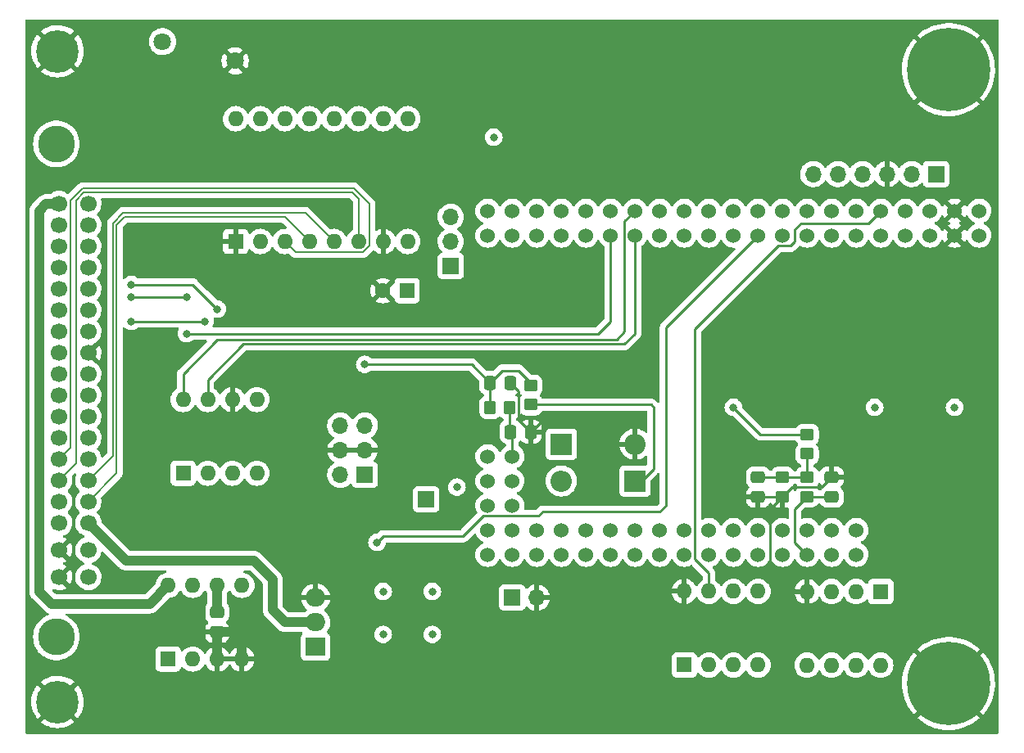
<source format=gbl>
G04 #@! TF.GenerationSoftware,KiCad,Pcbnew,(6.0.1)*
G04 #@! TF.CreationDate,2022-02-05T13:28:53-05:00*
G04 #@! TF.ProjectId,klxecu,6b6c7865-6375-42e6-9b69-6361645f7063,rev?*
G04 #@! TF.SameCoordinates,Original*
G04 #@! TF.FileFunction,Copper,L4,Bot*
G04 #@! TF.FilePolarity,Positive*
%FSLAX46Y46*%
G04 Gerber Fmt 4.6, Leading zero omitted, Abs format (unit mm)*
G04 Created by KiCad (PCBNEW (6.0.1)) date 2022-02-05 13:28:53*
%MOMM*%
%LPD*%
G01*
G04 APERTURE LIST*
G04 Aperture macros list*
%AMRoundRect*
0 Rectangle with rounded corners*
0 $1 Rounding radius*
0 $2 $3 $4 $5 $6 $7 $8 $9 X,Y pos of 4 corners*
0 Add a 4 corners polygon primitive as box body*
4,1,4,$2,$3,$4,$5,$6,$7,$8,$9,$2,$3,0*
0 Add four circle primitives for the rounded corners*
1,1,$1+$1,$2,$3*
1,1,$1+$1,$4,$5*
1,1,$1+$1,$6,$7*
1,1,$1+$1,$8,$9*
0 Add four rect primitives between the rounded corners*
20,1,$1+$1,$2,$3,$4,$5,0*
20,1,$1+$1,$4,$5,$6,$7,0*
20,1,$1+$1,$6,$7,$8,$9,0*
20,1,$1+$1,$8,$9,$2,$3,0*%
G04 Aperture macros list end*
G04 #@! TA.AperFunction,ComponentPad*
%ADD10R,1.700000X1.700000*%
G04 #@! TD*
G04 #@! TA.AperFunction,ComponentPad*
%ADD11O,1.700000X1.700000*%
G04 #@! TD*
G04 #@! TA.AperFunction,ComponentPad*
%ADD12C,1.800000*%
G04 #@! TD*
G04 #@! TA.AperFunction,ComponentPad*
%ADD13R,1.600000X1.600000*%
G04 #@! TD*
G04 #@! TA.AperFunction,ComponentPad*
%ADD14O,1.600000X1.600000*%
G04 #@! TD*
G04 #@! TA.AperFunction,ComponentPad*
%ADD15C,1.524000*%
G04 #@! TD*
G04 #@! TA.AperFunction,ComponentPad*
%ADD16R,2.000000X1.905000*%
G04 #@! TD*
G04 #@! TA.AperFunction,ComponentPad*
%ADD17O,2.000000X1.905000*%
G04 #@! TD*
G04 #@! TA.AperFunction,ComponentPad*
%ADD18C,8.600000*%
G04 #@! TD*
G04 #@! TA.AperFunction,ComponentPad*
%ADD19R,2.200000X2.200000*%
G04 #@! TD*
G04 #@! TA.AperFunction,ComponentPad*
%ADD20O,2.200000X2.200000*%
G04 #@! TD*
G04 #@! TA.AperFunction,ComponentPad*
%ADD21C,1.600000*%
G04 #@! TD*
G04 #@! TA.AperFunction,WasherPad*
%ADD22C,3.800000*%
G04 #@! TD*
G04 #@! TA.AperFunction,ComponentPad*
%ADD23C,1.700000*%
G04 #@! TD*
G04 #@! TA.AperFunction,ComponentPad*
%ADD24C,4.400000*%
G04 #@! TD*
G04 #@! TA.AperFunction,SMDPad,CuDef*
%ADD25RoundRect,0.250000X-0.337500X-0.475000X0.337500X-0.475000X0.337500X0.475000X-0.337500X0.475000X0*%
G04 #@! TD*
G04 #@! TA.AperFunction,SMDPad,CuDef*
%ADD26RoundRect,0.250000X-0.450000X0.350000X-0.450000X-0.350000X0.450000X-0.350000X0.450000X0.350000X0*%
G04 #@! TD*
G04 #@! TA.AperFunction,SMDPad,CuDef*
%ADD27RoundRect,0.250000X0.450000X-0.350000X0.450000X0.350000X-0.450000X0.350000X-0.450000X-0.350000X0*%
G04 #@! TD*
G04 #@! TA.AperFunction,SMDPad,CuDef*
%ADD28RoundRect,0.250000X-0.475000X0.337500X-0.475000X-0.337500X0.475000X-0.337500X0.475000X0.337500X0*%
G04 #@! TD*
G04 #@! TA.AperFunction,SMDPad,CuDef*
%ADD29RoundRect,0.250000X-0.350000X-0.450000X0.350000X-0.450000X0.350000X0.450000X-0.350000X0.450000X0*%
G04 #@! TD*
G04 #@! TA.AperFunction,ViaPad*
%ADD30C,0.800000*%
G04 #@! TD*
G04 #@! TA.AperFunction,Conductor*
%ADD31C,0.250000*%
G04 #@! TD*
G04 #@! TA.AperFunction,Conductor*
%ADD32C,1.000000*%
G04 #@! TD*
G04 #@! TA.AperFunction,Conductor*
%ADD33C,0.200000*%
G04 #@! TD*
G04 APERTURE END LIST*
D10*
X61600000Y-87615000D03*
D11*
X59060000Y-87615000D03*
X61600000Y-85075000D03*
X59060000Y-85075000D03*
X61600000Y-82535000D03*
X59060000Y-82535000D03*
D10*
X76835000Y-100330000D03*
D11*
X79375000Y-100330000D03*
D12*
X40700000Y-42815000D03*
X48200000Y-44815000D03*
D13*
X94625000Y-107305000D03*
D14*
X97165000Y-107305000D03*
X99705000Y-107305000D03*
X102245000Y-107305000D03*
X102245000Y-99685000D03*
X99705000Y-99685000D03*
X97165000Y-99685000D03*
X94625000Y-99685000D03*
D15*
X117475000Y-62865000D03*
X117475000Y-60325000D03*
X120015000Y-60325000D03*
X120015000Y-62865000D03*
X112395000Y-95885000D03*
X112395000Y-93345000D03*
X109855000Y-95885000D03*
X109855000Y-93345000D03*
X107315000Y-95885000D03*
X107315000Y-93345000D03*
X104775000Y-95885000D03*
X104775000Y-93345000D03*
X102235000Y-95885000D03*
X102235000Y-93345000D03*
X99695000Y-95885000D03*
X99695000Y-93345000D03*
X97155000Y-95885000D03*
X97155000Y-93345000D03*
X94615000Y-95885000D03*
X94615000Y-93345000D03*
X114935000Y-62865000D03*
X109855000Y-62865000D03*
X109855000Y-60325000D03*
X107315000Y-62865000D03*
X107315000Y-60325000D03*
X104775000Y-62865000D03*
X104775000Y-60325000D03*
X102235000Y-62865000D03*
X102235000Y-60325000D03*
X99695000Y-62865000D03*
X99695000Y-60325000D03*
X97155000Y-62865000D03*
X97155000Y-60325000D03*
X94615000Y-62865000D03*
X94615000Y-60325000D03*
X92075000Y-62865000D03*
X92075000Y-60325000D03*
X89535000Y-62865000D03*
X89535000Y-60325000D03*
X86995000Y-62865000D03*
X86995000Y-60325000D03*
X84455000Y-62865000D03*
X84455000Y-60325000D03*
X81915000Y-62865000D03*
X81915000Y-60325000D03*
X79375000Y-62865000D03*
X79375000Y-60325000D03*
X76835000Y-62865000D03*
X76835000Y-60325000D03*
X74295000Y-62865000D03*
X74295000Y-60325000D03*
X92075000Y-95885000D03*
X92075000Y-93345000D03*
X89535000Y-95885000D03*
X89535000Y-93345000D03*
X86995000Y-95885000D03*
X86995000Y-93345000D03*
X84455000Y-95885000D03*
X84455000Y-93345000D03*
X81915000Y-95885000D03*
X81915000Y-93345000D03*
X79375000Y-95885000D03*
X79375000Y-93345000D03*
X76835000Y-95885000D03*
X76835000Y-93345000D03*
X74295000Y-95885000D03*
X74295000Y-93345000D03*
X74295000Y-90805000D03*
X76835000Y-90805000D03*
X74295000Y-88265000D03*
X76835000Y-88265000D03*
X74295000Y-85725000D03*
X76835000Y-85725000D03*
X122555000Y-60325000D03*
X122555000Y-62865000D03*
X114935000Y-60325000D03*
X112395000Y-62865000D03*
X112395000Y-60325000D03*
X125095000Y-62865000D03*
X125095000Y-60325000D03*
D13*
X114925000Y-99705000D03*
D14*
X112385000Y-99705000D03*
X109845000Y-99705000D03*
X107305000Y-99705000D03*
X107305000Y-107325000D03*
X109845000Y-107325000D03*
X112385000Y-107325000D03*
X114925000Y-107325000D03*
D10*
X120650000Y-56515000D03*
D11*
X118110000Y-56515000D03*
X115570000Y-56515000D03*
X113030000Y-56515000D03*
X110490000Y-56515000D03*
X107950000Y-56515000D03*
D16*
X56515000Y-105410000D03*
D17*
X56515000Y-102870000D03*
X56515000Y-100330000D03*
D10*
X70485000Y-66025000D03*
D11*
X70485000Y-63485000D03*
X70485000Y-60945000D03*
D18*
X121920000Y-109220000D03*
D13*
X42825000Y-87459511D03*
D14*
X45365000Y-87459511D03*
X47905000Y-87459511D03*
X50445000Y-87459511D03*
X50445000Y-79839511D03*
X47905000Y-79839511D03*
X45365000Y-79839511D03*
X42825000Y-79839511D03*
D19*
X89535000Y-88265000D03*
D20*
X81915000Y-88265000D03*
D19*
X81915000Y-84455000D03*
D20*
X89535000Y-84455000D03*
D13*
X65975112Y-68580000D03*
D21*
X63475112Y-68580000D03*
D22*
X29720000Y-104400000D03*
X29720000Y-53400000D03*
D23*
X33020000Y-59600000D03*
X33020000Y-61800000D03*
X33020000Y-64000000D03*
X33020000Y-66200000D03*
X33020000Y-68400000D03*
X33020000Y-70600000D03*
X33020000Y-72800000D03*
X33020000Y-75000000D03*
X33020000Y-77200000D03*
X33020000Y-79400000D03*
X33020000Y-81600000D03*
X33020000Y-83800000D03*
X33020000Y-86000000D03*
X33020000Y-88200000D03*
X33020000Y-90400000D03*
X33020000Y-92600000D03*
X33020000Y-95400000D03*
X33020000Y-98200000D03*
X30020000Y-59600000D03*
X30020000Y-61800000D03*
X30020000Y-64000000D03*
X30020000Y-66200000D03*
X30020000Y-68400000D03*
X30020000Y-70600000D03*
X30020000Y-72800000D03*
X30020000Y-75000000D03*
X30020000Y-77200000D03*
X30020000Y-79400000D03*
X30020000Y-81600000D03*
X30020000Y-83800000D03*
X30020000Y-86000000D03*
X30020000Y-88200000D03*
X30020000Y-90400000D03*
X30020000Y-92600000D03*
X30020000Y-95400000D03*
X30020000Y-98200000D03*
D13*
X48260000Y-63490000D03*
D14*
X50800000Y-63490000D03*
X53340000Y-63490000D03*
X55880000Y-63490000D03*
X58420000Y-63490000D03*
X60960000Y-63490000D03*
X63500000Y-63490000D03*
X66040000Y-63490000D03*
X66040000Y-50790000D03*
X63500000Y-50790000D03*
X60960000Y-50790000D03*
X58420000Y-50790000D03*
X55880000Y-50790000D03*
X53340000Y-50790000D03*
X50800000Y-50790000D03*
X48260000Y-50790000D03*
D13*
X41275000Y-106680000D03*
D14*
X43815000Y-106680000D03*
X46355000Y-106680000D03*
X48895000Y-106680000D03*
X48895000Y-99060000D03*
X46355000Y-99060000D03*
X43815000Y-99060000D03*
X41275000Y-99060000D03*
D18*
X121920000Y-45720000D03*
D10*
X67945000Y-90170000D03*
D24*
X29845000Y-111125000D03*
X29845000Y-43815000D03*
D25*
X76665000Y-83185000D03*
X78740000Y-83185000D03*
D26*
X107315000Y-87900000D03*
X107315000Y-89900000D03*
D27*
X78740000Y-80375000D03*
X78740000Y-78375000D03*
D28*
X109855000Y-87862500D03*
X109855000Y-89937500D03*
X46345000Y-101842500D03*
X46345000Y-103917500D03*
X102235000Y-87862500D03*
X102235000Y-89937500D03*
D29*
X74565000Y-80645000D03*
X76565000Y-80645000D03*
D27*
X107315000Y-85455000D03*
X107315000Y-83455000D03*
D25*
X74527500Y-78105000D03*
X76602500Y-78105000D03*
D27*
X104775000Y-89900000D03*
X104775000Y-87900000D03*
D30*
X71120000Y-88900000D03*
X64135000Y-96520000D03*
X45085000Y-71755000D03*
X37465000Y-71755000D03*
X88900000Y-45085000D03*
X95250000Y-43180000D03*
X92710000Y-43180000D03*
X90805000Y-48895000D03*
X90805000Y-45085000D03*
X92710000Y-45085000D03*
X95250000Y-45085000D03*
X92710000Y-50800000D03*
X90805000Y-50800000D03*
X88900000Y-43180000D03*
X90805000Y-46990000D03*
X95250000Y-46990000D03*
X95250000Y-48895000D03*
X92710000Y-48895000D03*
X88900000Y-50800000D03*
X90805000Y-43180000D03*
X88900000Y-48895000D03*
X95250000Y-50800000D03*
X88900000Y-46990000D03*
X122555000Y-80645000D03*
X114300000Y-80645000D03*
X74930000Y-52705000D03*
X99695000Y-80645000D03*
X46355000Y-70485000D03*
X37465000Y-67945000D03*
X43180000Y-69215000D03*
X37465000Y-69215000D03*
X43180000Y-73025000D03*
X63500000Y-104140000D03*
X68580000Y-99695000D03*
X63500000Y-99695000D03*
X68580000Y-104140000D03*
X62865000Y-94615000D03*
X61595000Y-76200000D03*
D31*
X92710000Y-72390000D02*
X102235000Y-62865000D01*
X92710000Y-90805000D02*
X92710000Y-72390000D01*
X92075000Y-91440000D02*
X92710000Y-90805000D01*
X80010000Y-91440000D02*
X92075000Y-91440000D01*
X79558489Y-91891511D02*
X80010000Y-91440000D01*
X73843489Y-91891511D02*
X79558489Y-91891511D01*
X71755000Y-93980000D02*
X73843489Y-91891511D01*
X62865000Y-94615000D02*
X63500000Y-93980000D01*
X63500000Y-93980000D02*
X71755000Y-93980000D01*
X37465000Y-71755000D02*
X45085000Y-71755000D01*
X106173630Y-99705000D02*
X103505000Y-97036370D01*
X77489520Y-78992020D02*
X77489520Y-81895480D01*
X89535000Y-84455000D02*
X89535000Y-82550000D01*
X104775000Y-89900000D02*
X105775000Y-88900000D01*
D32*
X48895000Y-106680000D02*
X48895000Y-104795000D01*
D31*
X105775000Y-88900000D02*
X108817500Y-88900000D01*
X77470000Y-81915000D02*
X78740000Y-83185000D01*
X103505000Y-91170000D02*
X104775000Y-89900000D01*
X76602500Y-78105000D02*
X77489520Y-78992020D01*
X88900000Y-81915000D02*
X80010000Y-81915000D01*
X102235000Y-89937500D02*
X104737500Y-89937500D01*
X108817500Y-88900000D02*
X109855000Y-87862500D01*
X77489520Y-81895480D02*
X77470000Y-81915000D01*
D32*
X46355000Y-103927500D02*
X46345000Y-103917500D01*
X48017500Y-103917500D02*
X46345000Y-103917500D01*
X46355000Y-106680000D02*
X46355000Y-103927500D01*
D31*
X104737500Y-89937500D02*
X104775000Y-89900000D01*
X107305000Y-99705000D02*
X106173630Y-99705000D01*
X80010000Y-81915000D02*
X78740000Y-83185000D01*
X89535000Y-82550000D02*
X88900000Y-81915000D01*
X103505000Y-97036370D02*
X103505000Y-91170000D01*
D32*
X48895000Y-104795000D02*
X48017500Y-103917500D01*
D31*
X91170000Y-80375000D02*
X91440000Y-80645000D01*
D32*
X46355000Y-101832500D02*
X46345000Y-101842500D01*
D31*
X90170000Y-88265000D02*
X89535000Y-88265000D01*
X91440000Y-86995000D02*
X90170000Y-88265000D01*
D32*
X46355000Y-99060000D02*
X46355000Y-101832500D01*
D31*
X78740000Y-80375000D02*
X91170000Y-80375000D01*
X91440000Y-80645000D02*
X91440000Y-86995000D01*
D33*
X62059511Y-63945433D02*
X61415433Y-64589511D01*
X31169511Y-59259828D02*
X32408859Y-58020480D01*
X54439511Y-64589511D02*
X53340000Y-63490000D01*
X30020000Y-86000000D02*
X31169511Y-84850489D01*
X32408859Y-58020480D02*
X60490486Y-58020480D01*
X61415433Y-64589511D02*
X54439511Y-64589511D01*
X62059511Y-59589505D02*
X62059511Y-63945433D01*
X60490486Y-58020480D02*
X62059511Y-59589505D01*
X31169511Y-84850489D02*
X31169511Y-59259828D01*
X33020000Y-90400000D02*
X35959520Y-87460480D01*
X53350000Y-60960000D02*
X55880000Y-63490000D01*
X35959520Y-87460480D02*
X35959520Y-61760486D01*
X36760006Y-60960000D02*
X53350000Y-60960000D01*
X35959520Y-61760486D02*
X36760006Y-60960000D01*
X60960000Y-59055000D02*
X60960000Y-63490000D01*
X31750000Y-86470000D02*
X31750000Y-59244345D01*
X31750000Y-59244345D02*
X32574345Y-58420000D01*
X60325000Y-58420000D02*
X60960000Y-59055000D01*
X32574345Y-58420000D02*
X60325000Y-58420000D01*
X30020000Y-88200000D02*
X31750000Y-86470000D01*
D31*
X102505000Y-83455000D02*
X107315000Y-83455000D01*
X99695000Y-80645000D02*
X102505000Y-83455000D01*
X37465000Y-67945000D02*
X43815000Y-67945000D01*
X43815000Y-67945000D02*
X46355000Y-70485000D01*
X109817500Y-89900000D02*
X109855000Y-89937500D01*
X107315000Y-89900000D02*
X106045000Y-91170000D01*
X106045000Y-94615000D02*
X107315000Y-95885000D01*
X106045000Y-91170000D02*
X106045000Y-94615000D01*
X107315000Y-89900000D02*
X109817500Y-89900000D01*
X37465000Y-69215000D02*
X43180000Y-69215000D01*
X86995000Y-71755000D02*
X86995000Y-62865000D01*
X43180000Y-73025000D02*
X85725000Y-73025000D01*
X85725000Y-73025000D02*
X86995000Y-71755000D01*
X89535000Y-73025000D02*
X89535000Y-62865000D01*
X45365000Y-77825000D02*
X45365000Y-79839511D01*
X88450480Y-74109520D02*
X89535000Y-73025000D01*
X49080480Y-74109520D02*
X45365000Y-77825000D01*
X49080480Y-74109520D02*
X88450480Y-74109520D01*
X88448489Y-72841511D02*
X88448489Y-61411511D01*
X46355000Y-73660000D02*
X87630000Y-73660000D01*
X88448489Y-61411511D02*
X89535000Y-60325000D01*
X42825000Y-77190000D02*
X42825000Y-79839511D01*
X46355000Y-73660000D02*
X42825000Y-77190000D01*
X87630000Y-73660000D02*
X88448489Y-72841511D01*
D32*
X36940000Y-96520000D02*
X50165000Y-96520000D01*
X52070000Y-101600000D02*
X53340000Y-102870000D01*
X33020000Y-92600000D02*
X36940000Y-96520000D01*
X50165000Y-96520000D02*
X52070000Y-98425000D01*
X53340000Y-102870000D02*
X56515000Y-102870000D01*
X52070000Y-98425000D02*
X52070000Y-101600000D01*
D31*
X77470000Y-76835000D02*
X78740000Y-78105000D01*
X74527500Y-80607500D02*
X74565000Y-80645000D01*
X78740000Y-78105000D02*
X78740000Y-78375000D01*
X74527500Y-78105000D02*
X75797500Y-76835000D01*
X72622500Y-76200000D02*
X74527500Y-78105000D01*
X75797500Y-76835000D02*
X77470000Y-76835000D01*
X74527500Y-78105000D02*
X74527500Y-80607500D01*
X61595000Y-76200000D02*
X72622500Y-76200000D01*
D33*
X36594519Y-60560481D02*
X55490481Y-60560481D01*
X35560000Y-85660000D02*
X35560000Y-61595000D01*
X35560000Y-61595000D02*
X36594519Y-60560481D01*
X55490481Y-60560481D02*
X58420000Y-63490000D01*
X33020000Y-88200000D02*
X35560000Y-85660000D01*
D32*
X27940000Y-99695000D02*
X29210000Y-100965000D01*
X29210000Y-100965000D02*
X39370000Y-100965000D01*
X27940000Y-60325000D02*
X27940000Y-99695000D01*
X39370000Y-100965000D02*
X41275000Y-99060000D01*
X30020000Y-59600000D02*
X28665000Y-59600000D01*
X28665000Y-59600000D02*
X27940000Y-60325000D01*
D31*
X76835000Y-83355000D02*
X76835000Y-85725000D01*
X76565000Y-80645000D02*
X76565000Y-83085000D01*
X76665000Y-83185000D02*
X76835000Y-83355000D01*
X76565000Y-83085000D02*
X76665000Y-83185000D01*
X106045000Y-62230000D02*
X106680000Y-61595000D01*
X106680000Y-61595000D02*
X113665000Y-61595000D01*
X97165000Y-99685000D02*
X97165000Y-97800000D01*
X95701511Y-96336511D02*
X95701511Y-72574207D01*
X104324579Y-63951139D02*
X104324951Y-63951511D01*
X104324951Y-63951511D02*
X105593489Y-63951511D01*
X105593489Y-63951511D02*
X106045000Y-63500000D01*
X106045000Y-63500000D02*
X106045000Y-62230000D01*
X97165000Y-97800000D02*
X95701511Y-96336511D01*
X113665000Y-61595000D02*
X114935000Y-60325000D01*
X95701511Y-72574207D02*
X104324579Y-63951139D01*
X102235000Y-87862500D02*
X104737500Y-87862500D01*
X107315000Y-87900000D02*
X107315000Y-85455000D01*
X104775000Y-87900000D02*
X107315000Y-87900000D01*
X104737500Y-87862500D02*
X104775000Y-87900000D01*
G04 #@! TA.AperFunction,Conductor*
G36*
X127069121Y-40533002D02*
G01*
X127115614Y-40586658D01*
X127127000Y-40639000D01*
X127127000Y-114301000D01*
X127106998Y-114369121D01*
X127053342Y-114415614D01*
X127001000Y-114427000D01*
X26669000Y-114427000D01*
X26600879Y-114406998D01*
X26554386Y-114353342D01*
X26543000Y-114301000D01*
X26543000Y-113211423D01*
X28123703Y-113211423D01*
X28131227Y-113221854D01*
X28270483Y-113334020D01*
X28276657Y-113338408D01*
X28547271Y-113507178D01*
X28553931Y-113510794D01*
X28842852Y-113645827D01*
X28849905Y-113648620D01*
X29152970Y-113747970D01*
X29160282Y-113749888D01*
X29473092Y-113812109D01*
X29480590Y-113813137D01*
X29798610Y-113837328D01*
X29806173Y-113837446D01*
X30124785Y-113823257D01*
X30132326Y-113822465D01*
X30446924Y-113770101D01*
X30454302Y-113768411D01*
X30760355Y-113678625D01*
X30767450Y-113676071D01*
X31060496Y-113550169D01*
X31067263Y-113546765D01*
X31343042Y-113386580D01*
X31349349Y-113382390D01*
X31559305Y-113223889D01*
X31567761Y-113212496D01*
X31561045Y-113200256D01*
X29857810Y-111497020D01*
X29843869Y-111489408D01*
X29842034Y-111489539D01*
X29835420Y-111493790D01*
X28130818Y-113198393D01*
X28123703Y-113211423D01*
X26543000Y-113211423D01*
X26543000Y-111100383D01*
X27132388Y-111100383D01*
X27148245Y-111418914D01*
X27149076Y-111426443D01*
X27203085Y-111740759D01*
X27204818Y-111748146D01*
X27296196Y-112053695D01*
X27298799Y-112060808D01*
X27426227Y-112353173D01*
X27429669Y-112359929D01*
X27591296Y-112634865D01*
X27595519Y-112641150D01*
X27746463Y-112838934D01*
X27757989Y-112847396D01*
X27770054Y-112840735D01*
X29472980Y-111137810D01*
X29479357Y-111126131D01*
X30209408Y-111126131D01*
X30209539Y-111127966D01*
X30213790Y-111134580D01*
X31918285Y-112839074D01*
X31931408Y-112846240D01*
X31941709Y-112838851D01*
X31976255Y-112796418D01*
X118709122Y-112796418D01*
X118709171Y-112797110D01*
X118714617Y-112805274D01*
X118792268Y-112877812D01*
X118796507Y-112881433D01*
X119129802Y-113141363D01*
X119134359Y-113144602D01*
X119489448Y-113373880D01*
X119494250Y-113376686D01*
X119868316Y-113573491D01*
X119873374Y-113575871D01*
X120263435Y-113738638D01*
X120268690Y-113740561D01*
X120671676Y-113868008D01*
X120677075Y-113869455D01*
X121089796Y-113960575D01*
X121095307Y-113961537D01*
X121514501Y-114015610D01*
X121520064Y-114016077D01*
X121942405Y-114032670D01*
X121947997Y-114032641D01*
X122370125Y-114011626D01*
X122375708Y-114011098D01*
X122794305Y-113952640D01*
X122799792Y-113951623D01*
X123211543Y-113856185D01*
X123216929Y-113854681D01*
X123618567Y-113723018D01*
X123623784Y-113721046D01*
X124012126Y-113554202D01*
X124017169Y-113551764D01*
X124389131Y-113351063D01*
X124393935Y-113348188D01*
X124746563Y-113115231D01*
X124751126Y-113111916D01*
X125081658Y-112848529D01*
X125085873Y-112844852D01*
X125123823Y-112808649D01*
X125131763Y-112794890D01*
X125131713Y-112793843D01*
X125126822Y-112786032D01*
X121932812Y-109592022D01*
X121918868Y-109584408D01*
X121917035Y-109584539D01*
X121910420Y-109588790D01*
X118716736Y-112782474D01*
X118709122Y-112796418D01*
X31976255Y-112796418D01*
X32045751Y-112711055D01*
X32050164Y-112704914D01*
X32220349Y-112435187D01*
X32224005Y-112428536D01*
X32360544Y-112140335D01*
X32363375Y-112133295D01*
X32464306Y-111830767D01*
X32466270Y-111823433D01*
X32530122Y-111510989D01*
X32531194Y-111503465D01*
X32557173Y-111184051D01*
X32557378Y-111179576D01*
X32557927Y-111127221D01*
X32557817Y-111122789D01*
X32538529Y-110802853D01*
X32537621Y-110795351D01*
X32480319Y-110481593D01*
X32478518Y-110474260D01*
X32383935Y-110169655D01*
X32381263Y-110162583D01*
X32250781Y-109871570D01*
X32247264Y-109864843D01*
X32082771Y-109591621D01*
X32078481Y-109585377D01*
X31942991Y-109411647D01*
X31931199Y-109403178D01*
X31919486Y-109409725D01*
X30217020Y-111112190D01*
X30209408Y-111126131D01*
X29479357Y-111126131D01*
X29480592Y-111123869D01*
X29480461Y-111122034D01*
X29476210Y-111115420D01*
X27771445Y-109410656D01*
X27758510Y-109403592D01*
X27747949Y-109411252D01*
X27627766Y-109562072D01*
X27623410Y-109568270D01*
X27456059Y-109839764D01*
X27452479Y-109846440D01*
X27318956Y-110136074D01*
X27316206Y-110143125D01*
X27218444Y-110446708D01*
X27216561Y-110454041D01*
X27155979Y-110767170D01*
X27154992Y-110774670D01*
X27132467Y-111092802D01*
X27132388Y-111100383D01*
X26543000Y-111100383D01*
X26543000Y-109038423D01*
X28122917Y-109038423D01*
X28129520Y-109050309D01*
X29832190Y-110752980D01*
X29846131Y-110760592D01*
X29847966Y-110760461D01*
X29854580Y-110756210D01*
X31513964Y-109096825D01*
X117108855Y-109096825D01*
X117116600Y-109519410D01*
X117116950Y-109524976D01*
X117162231Y-109945208D01*
X117163078Y-109950746D01*
X117245535Y-110365286D01*
X117246864Y-110370698D01*
X117365852Y-110776289D01*
X117367658Y-110781564D01*
X117522219Y-111174948D01*
X117524501Y-111180072D01*
X117713416Y-111558150D01*
X117716140Y-111563043D01*
X117937917Y-111922833D01*
X117941068Y-111927469D01*
X118193955Y-112266127D01*
X118197488Y-112270444D01*
X118333222Y-112421988D01*
X118346717Y-112430351D01*
X118356128Y-112424662D01*
X121547978Y-109232812D01*
X121554356Y-109221132D01*
X122284408Y-109221132D01*
X122284539Y-109222965D01*
X122288790Y-109229580D01*
X125482142Y-112422932D01*
X125495903Y-112430446D01*
X125505263Y-112423989D01*
X125674244Y-112231303D01*
X125677744Y-112226935D01*
X125927073Y-111885645D01*
X125930168Y-111880987D01*
X126148160Y-111518903D01*
X126150841Y-111513964D01*
X126335779Y-111133946D01*
X126338014Y-111128780D01*
X126488442Y-110733815D01*
X126490201Y-110728496D01*
X126604920Y-110321730D01*
X126606204Y-110316259D01*
X126684315Y-109900883D01*
X126685102Y-109895346D01*
X126726035Y-109474102D01*
X126726308Y-109469665D01*
X126732788Y-109222233D01*
X126732746Y-109217762D01*
X126713917Y-108794973D01*
X126713419Y-108789386D01*
X126657155Y-108370499D01*
X126656162Y-108364976D01*
X126562883Y-107952748D01*
X126561410Y-107947361D01*
X126431847Y-107545025D01*
X126429910Y-107539815D01*
X126265098Y-107150599D01*
X126262683Y-107145536D01*
X126063936Y-106772535D01*
X126061085Y-106767713D01*
X125829974Y-106413865D01*
X125826692Y-106409297D01*
X125565030Y-106077380D01*
X125561382Y-106073155D01*
X125508103Y-106016715D01*
X125494389Y-106008705D01*
X125493517Y-106008742D01*
X125485438Y-106013772D01*
X122292022Y-109207188D01*
X122284408Y-109221132D01*
X121554356Y-109221132D01*
X121555592Y-109218868D01*
X121555461Y-109217035D01*
X121551210Y-109210420D01*
X118355561Y-106014771D01*
X118342253Y-106007504D01*
X118332214Y-106014626D01*
X118088223Y-106307994D01*
X118084828Y-106312467D01*
X117844528Y-106660152D01*
X117841549Y-106664902D01*
X117633106Y-107032575D01*
X117630562Y-107037568D01*
X117455629Y-107422312D01*
X117453538Y-107427511D01*
X117313498Y-107826290D01*
X117311877Y-107831659D01*
X117207840Y-108241303D01*
X117206706Y-108246776D01*
X117139496Y-108664054D01*
X117138851Y-108669632D01*
X117109002Y-109091204D01*
X117108855Y-109096825D01*
X31513964Y-109096825D01*
X31559559Y-109051230D01*
X31566571Y-109038389D01*
X31558777Y-109027701D01*
X31396298Y-108899613D01*
X31390075Y-108895288D01*
X31117702Y-108729357D01*
X31111025Y-108725822D01*
X30820686Y-108593813D01*
X30813616Y-108591099D01*
X30509537Y-108494932D01*
X30502186Y-108493085D01*
X30188746Y-108434142D01*
X30181237Y-108433194D01*
X29862989Y-108412335D01*
X29855424Y-108412295D01*
X29536964Y-108429821D01*
X29529450Y-108430690D01*
X29215405Y-108486348D01*
X29208044Y-108488115D01*
X28902980Y-108581092D01*
X28895860Y-108583740D01*
X28604182Y-108712690D01*
X28597445Y-108716167D01*
X28323355Y-108879233D01*
X28317091Y-108883490D01*
X28131385Y-109026762D01*
X28122917Y-109038423D01*
X26543000Y-109038423D01*
X26543000Y-108153134D01*
X93316500Y-108153134D01*
X93323255Y-108215316D01*
X93374385Y-108351705D01*
X93461739Y-108468261D01*
X93578295Y-108555615D01*
X93714684Y-108606745D01*
X93776866Y-108613500D01*
X95473134Y-108613500D01*
X95535316Y-108606745D01*
X95671705Y-108555615D01*
X95788261Y-108468261D01*
X95875615Y-108351705D01*
X95926745Y-108215316D01*
X95927917Y-108204526D01*
X95928803Y-108202394D01*
X95929425Y-108199778D01*
X95929848Y-108199879D01*
X95955155Y-108138965D01*
X96013517Y-108098537D01*
X96084471Y-108096078D01*
X96145490Y-108132371D01*
X96152489Y-108141031D01*
X96155643Y-108144789D01*
X96158802Y-108149300D01*
X96320700Y-108311198D01*
X96325208Y-108314355D01*
X96325211Y-108314357D01*
X96343697Y-108327301D01*
X96508251Y-108442523D01*
X96513233Y-108444846D01*
X96513238Y-108444849D01*
X96616682Y-108493085D01*
X96715757Y-108539284D01*
X96721065Y-108540706D01*
X96721067Y-108540707D01*
X96931598Y-108597119D01*
X96931600Y-108597119D01*
X96936913Y-108598543D01*
X97165000Y-108618498D01*
X97393087Y-108598543D01*
X97398400Y-108597119D01*
X97398402Y-108597119D01*
X97608933Y-108540707D01*
X97608935Y-108540706D01*
X97614243Y-108539284D01*
X97713318Y-108493085D01*
X97816762Y-108444849D01*
X97816767Y-108444846D01*
X97821749Y-108442523D01*
X97986303Y-108327301D01*
X98004789Y-108314357D01*
X98004792Y-108314355D01*
X98009300Y-108311198D01*
X98171198Y-108149300D01*
X98302523Y-107961749D01*
X98304846Y-107956767D01*
X98304849Y-107956762D01*
X98320805Y-107922543D01*
X98367722Y-107869258D01*
X98435999Y-107849797D01*
X98503959Y-107870339D01*
X98549195Y-107922543D01*
X98565151Y-107956762D01*
X98565154Y-107956767D01*
X98567477Y-107961749D01*
X98698802Y-108149300D01*
X98860700Y-108311198D01*
X98865208Y-108314355D01*
X98865211Y-108314357D01*
X98883697Y-108327301D01*
X99048251Y-108442523D01*
X99053233Y-108444846D01*
X99053238Y-108444849D01*
X99156682Y-108493085D01*
X99255757Y-108539284D01*
X99261065Y-108540706D01*
X99261067Y-108540707D01*
X99471598Y-108597119D01*
X99471600Y-108597119D01*
X99476913Y-108598543D01*
X99705000Y-108618498D01*
X99933087Y-108598543D01*
X99938400Y-108597119D01*
X99938402Y-108597119D01*
X100148933Y-108540707D01*
X100148935Y-108540706D01*
X100154243Y-108539284D01*
X100253318Y-108493085D01*
X100356762Y-108444849D01*
X100356767Y-108444846D01*
X100361749Y-108442523D01*
X100526303Y-108327301D01*
X100544789Y-108314357D01*
X100544792Y-108314355D01*
X100549300Y-108311198D01*
X100711198Y-108149300D01*
X100842523Y-107961749D01*
X100844846Y-107956767D01*
X100844849Y-107956762D01*
X100860805Y-107922543D01*
X100907722Y-107869258D01*
X100975999Y-107849797D01*
X101043959Y-107870339D01*
X101089195Y-107922543D01*
X101105151Y-107956762D01*
X101105154Y-107956767D01*
X101107477Y-107961749D01*
X101238802Y-108149300D01*
X101400700Y-108311198D01*
X101405208Y-108314355D01*
X101405211Y-108314357D01*
X101423697Y-108327301D01*
X101588251Y-108442523D01*
X101593233Y-108444846D01*
X101593238Y-108444849D01*
X101696682Y-108493085D01*
X101795757Y-108539284D01*
X101801065Y-108540706D01*
X101801067Y-108540707D01*
X102011598Y-108597119D01*
X102011600Y-108597119D01*
X102016913Y-108598543D01*
X102245000Y-108618498D01*
X102473087Y-108598543D01*
X102478400Y-108597119D01*
X102478402Y-108597119D01*
X102688933Y-108540707D01*
X102688935Y-108540706D01*
X102694243Y-108539284D01*
X102793318Y-108493085D01*
X102896762Y-108444849D01*
X102896767Y-108444846D01*
X102901749Y-108442523D01*
X103066303Y-108327301D01*
X103084789Y-108314357D01*
X103084792Y-108314355D01*
X103089300Y-108311198D01*
X103251198Y-108149300D01*
X103382523Y-107961749D01*
X103384846Y-107956767D01*
X103384849Y-107956762D01*
X103476961Y-107759225D01*
X103476961Y-107759224D01*
X103479284Y-107754243D01*
X103484738Y-107733891D01*
X103537119Y-107538402D01*
X103537119Y-107538400D01*
X103538543Y-107533087D01*
X103556748Y-107325000D01*
X105991502Y-107325000D01*
X106011457Y-107553087D01*
X106012881Y-107558400D01*
X106012881Y-107558402D01*
X106066957Y-107760213D01*
X106070716Y-107774243D01*
X106073039Y-107779224D01*
X106073039Y-107779225D01*
X106165151Y-107976762D01*
X106165154Y-107976767D01*
X106167477Y-107981749D01*
X106175704Y-107993498D01*
X106287527Y-108153197D01*
X106298802Y-108169300D01*
X106460700Y-108331198D01*
X106465208Y-108334355D01*
X106465211Y-108334357D01*
X106508940Y-108364976D01*
X106648251Y-108462523D01*
X106653233Y-108464846D01*
X106653238Y-108464849D01*
X106850775Y-108556961D01*
X106855757Y-108559284D01*
X106861065Y-108560706D01*
X106861067Y-108560707D01*
X107071598Y-108617119D01*
X107071600Y-108617119D01*
X107076913Y-108618543D01*
X107305000Y-108638498D01*
X107533087Y-108618543D01*
X107538400Y-108617119D01*
X107538402Y-108617119D01*
X107748933Y-108560707D01*
X107748935Y-108560706D01*
X107754243Y-108559284D01*
X107759225Y-108556961D01*
X107956762Y-108464849D01*
X107956767Y-108464846D01*
X107961749Y-108462523D01*
X108101060Y-108364976D01*
X108144789Y-108334357D01*
X108144792Y-108334355D01*
X108149300Y-108331198D01*
X108311198Y-108169300D01*
X108322474Y-108153197D01*
X108434296Y-107993498D01*
X108442523Y-107981749D01*
X108444846Y-107976767D01*
X108444849Y-107976762D01*
X108460805Y-107942543D01*
X108507722Y-107889258D01*
X108575999Y-107869797D01*
X108643959Y-107890339D01*
X108689195Y-107942543D01*
X108705151Y-107976762D01*
X108705154Y-107976767D01*
X108707477Y-107981749D01*
X108715704Y-107993498D01*
X108827527Y-108153197D01*
X108838802Y-108169300D01*
X109000700Y-108331198D01*
X109005208Y-108334355D01*
X109005211Y-108334357D01*
X109048940Y-108364976D01*
X109188251Y-108462523D01*
X109193233Y-108464846D01*
X109193238Y-108464849D01*
X109390775Y-108556961D01*
X109395757Y-108559284D01*
X109401065Y-108560706D01*
X109401067Y-108560707D01*
X109611598Y-108617119D01*
X109611600Y-108617119D01*
X109616913Y-108618543D01*
X109845000Y-108638498D01*
X110073087Y-108618543D01*
X110078400Y-108617119D01*
X110078402Y-108617119D01*
X110288933Y-108560707D01*
X110288935Y-108560706D01*
X110294243Y-108559284D01*
X110299225Y-108556961D01*
X110496762Y-108464849D01*
X110496767Y-108464846D01*
X110501749Y-108462523D01*
X110641060Y-108364976D01*
X110684789Y-108334357D01*
X110684792Y-108334355D01*
X110689300Y-108331198D01*
X110851198Y-108169300D01*
X110862474Y-108153197D01*
X110974296Y-107993498D01*
X110982523Y-107981749D01*
X110984846Y-107976767D01*
X110984849Y-107976762D01*
X111000805Y-107942543D01*
X111047722Y-107889258D01*
X111115999Y-107869797D01*
X111183959Y-107890339D01*
X111229195Y-107942543D01*
X111245151Y-107976762D01*
X111245154Y-107976767D01*
X111247477Y-107981749D01*
X111255704Y-107993498D01*
X111367527Y-108153197D01*
X111378802Y-108169300D01*
X111540700Y-108331198D01*
X111545208Y-108334355D01*
X111545211Y-108334357D01*
X111588940Y-108364976D01*
X111728251Y-108462523D01*
X111733233Y-108464846D01*
X111733238Y-108464849D01*
X111930775Y-108556961D01*
X111935757Y-108559284D01*
X111941065Y-108560706D01*
X111941067Y-108560707D01*
X112151598Y-108617119D01*
X112151600Y-108617119D01*
X112156913Y-108618543D01*
X112385000Y-108638498D01*
X112613087Y-108618543D01*
X112618400Y-108617119D01*
X112618402Y-108617119D01*
X112828933Y-108560707D01*
X112828935Y-108560706D01*
X112834243Y-108559284D01*
X112839225Y-108556961D01*
X113036762Y-108464849D01*
X113036767Y-108464846D01*
X113041749Y-108462523D01*
X113181060Y-108364976D01*
X113224789Y-108334357D01*
X113224792Y-108334355D01*
X113229300Y-108331198D01*
X113391198Y-108169300D01*
X113402474Y-108153197D01*
X113514296Y-107993498D01*
X113522523Y-107981749D01*
X113524846Y-107976767D01*
X113524849Y-107976762D01*
X113540805Y-107942543D01*
X113587722Y-107889258D01*
X113655999Y-107869797D01*
X113723959Y-107890339D01*
X113769195Y-107942543D01*
X113785151Y-107976762D01*
X113785154Y-107976767D01*
X113787477Y-107981749D01*
X113795704Y-107993498D01*
X113907527Y-108153197D01*
X113918802Y-108169300D01*
X114080700Y-108331198D01*
X114085208Y-108334355D01*
X114085211Y-108334357D01*
X114128940Y-108364976D01*
X114268251Y-108462523D01*
X114273233Y-108464846D01*
X114273238Y-108464849D01*
X114470775Y-108556961D01*
X114475757Y-108559284D01*
X114481065Y-108560706D01*
X114481067Y-108560707D01*
X114691598Y-108617119D01*
X114691600Y-108617119D01*
X114696913Y-108618543D01*
X114925000Y-108638498D01*
X115153087Y-108618543D01*
X115158400Y-108617119D01*
X115158402Y-108617119D01*
X115368933Y-108560707D01*
X115368935Y-108560706D01*
X115374243Y-108559284D01*
X115379225Y-108556961D01*
X115576762Y-108464849D01*
X115576767Y-108464846D01*
X115581749Y-108462523D01*
X115721060Y-108364976D01*
X115764789Y-108334357D01*
X115764792Y-108334355D01*
X115769300Y-108331198D01*
X115931198Y-108169300D01*
X115942474Y-108153197D01*
X116054296Y-107993498D01*
X116062523Y-107981749D01*
X116064846Y-107976767D01*
X116064849Y-107976762D01*
X116156961Y-107779225D01*
X116156961Y-107779224D01*
X116159284Y-107774243D01*
X116163044Y-107760213D01*
X116217119Y-107558402D01*
X116217119Y-107558400D01*
X116218543Y-107553087D01*
X116238498Y-107325000D01*
X116218543Y-107096913D01*
X116217119Y-107091598D01*
X116160707Y-106881067D01*
X116160706Y-106881065D01*
X116159284Y-106875757D01*
X116153916Y-106864245D01*
X116064849Y-106673238D01*
X116064846Y-106673233D01*
X116062523Y-106668251D01*
X115931198Y-106480700D01*
X115769300Y-106318802D01*
X115764792Y-106315645D01*
X115764789Y-106315643D01*
X115643559Y-106230757D01*
X115581749Y-106187477D01*
X115576767Y-106185154D01*
X115576762Y-106185151D01*
X115379225Y-106093039D01*
X115379224Y-106093039D01*
X115374243Y-106090716D01*
X115368935Y-106089294D01*
X115368933Y-106089293D01*
X115158402Y-106032881D01*
X115158400Y-106032881D01*
X115153087Y-106031457D01*
X114925000Y-106011502D01*
X114696913Y-106031457D01*
X114691600Y-106032881D01*
X114691598Y-106032881D01*
X114481067Y-106089293D01*
X114481065Y-106089294D01*
X114475757Y-106090716D01*
X114470776Y-106093039D01*
X114470775Y-106093039D01*
X114273238Y-106185151D01*
X114273233Y-106185154D01*
X114268251Y-106187477D01*
X114206441Y-106230757D01*
X114085211Y-106315643D01*
X114085208Y-106315645D01*
X114080700Y-106318802D01*
X113918802Y-106480700D01*
X113787477Y-106668251D01*
X113785154Y-106673233D01*
X113785151Y-106673238D01*
X113769195Y-106707457D01*
X113722278Y-106760742D01*
X113654001Y-106780203D01*
X113586041Y-106759661D01*
X113540805Y-106707457D01*
X113524849Y-106673238D01*
X113524846Y-106673233D01*
X113522523Y-106668251D01*
X113391198Y-106480700D01*
X113229300Y-106318802D01*
X113224792Y-106315645D01*
X113224789Y-106315643D01*
X113103559Y-106230757D01*
X113041749Y-106187477D01*
X113036767Y-106185154D01*
X113036762Y-106185151D01*
X112839225Y-106093039D01*
X112839224Y-106093039D01*
X112834243Y-106090716D01*
X112828935Y-106089294D01*
X112828933Y-106089293D01*
X112618402Y-106032881D01*
X112618400Y-106032881D01*
X112613087Y-106031457D01*
X112385000Y-106011502D01*
X112156913Y-106031457D01*
X112151600Y-106032881D01*
X112151598Y-106032881D01*
X111941067Y-106089293D01*
X111941065Y-106089294D01*
X111935757Y-106090716D01*
X111930776Y-106093039D01*
X111930775Y-106093039D01*
X111733238Y-106185151D01*
X111733233Y-106185154D01*
X111728251Y-106187477D01*
X111666441Y-106230757D01*
X111545211Y-106315643D01*
X111545208Y-106315645D01*
X111540700Y-106318802D01*
X111378802Y-106480700D01*
X111247477Y-106668251D01*
X111245154Y-106673233D01*
X111245151Y-106673238D01*
X111229195Y-106707457D01*
X111182278Y-106760742D01*
X111114001Y-106780203D01*
X111046041Y-106759661D01*
X111000805Y-106707457D01*
X110984849Y-106673238D01*
X110984846Y-106673233D01*
X110982523Y-106668251D01*
X110851198Y-106480700D01*
X110689300Y-106318802D01*
X110684792Y-106315645D01*
X110684789Y-106315643D01*
X110563559Y-106230757D01*
X110501749Y-106187477D01*
X110496767Y-106185154D01*
X110496762Y-106185151D01*
X110299225Y-106093039D01*
X110299224Y-106093039D01*
X110294243Y-106090716D01*
X110288935Y-106089294D01*
X110288933Y-106089293D01*
X110078402Y-106032881D01*
X110078400Y-106032881D01*
X110073087Y-106031457D01*
X109845000Y-106011502D01*
X109616913Y-106031457D01*
X109611600Y-106032881D01*
X109611598Y-106032881D01*
X109401067Y-106089293D01*
X109401065Y-106089294D01*
X109395757Y-106090716D01*
X109390776Y-106093039D01*
X109390775Y-106093039D01*
X109193238Y-106185151D01*
X109193233Y-106185154D01*
X109188251Y-106187477D01*
X109126441Y-106230757D01*
X109005211Y-106315643D01*
X109005208Y-106315645D01*
X109000700Y-106318802D01*
X108838802Y-106480700D01*
X108707477Y-106668251D01*
X108705154Y-106673233D01*
X108705151Y-106673238D01*
X108689195Y-106707457D01*
X108642278Y-106760742D01*
X108574001Y-106780203D01*
X108506041Y-106759661D01*
X108460805Y-106707457D01*
X108444849Y-106673238D01*
X108444846Y-106673233D01*
X108442523Y-106668251D01*
X108311198Y-106480700D01*
X108149300Y-106318802D01*
X108144792Y-106315645D01*
X108144789Y-106315643D01*
X108023559Y-106230757D01*
X107961749Y-106187477D01*
X107956767Y-106185154D01*
X107956762Y-106185151D01*
X107759225Y-106093039D01*
X107759224Y-106093039D01*
X107754243Y-106090716D01*
X107748935Y-106089294D01*
X107748933Y-106089293D01*
X107538402Y-106032881D01*
X107538400Y-106032881D01*
X107533087Y-106031457D01*
X107305000Y-106011502D01*
X107076913Y-106031457D01*
X107071600Y-106032881D01*
X107071598Y-106032881D01*
X106861067Y-106089293D01*
X106861065Y-106089294D01*
X106855757Y-106090716D01*
X106850776Y-106093039D01*
X106850775Y-106093039D01*
X106653238Y-106185151D01*
X106653233Y-106185154D01*
X106648251Y-106187477D01*
X106586441Y-106230757D01*
X106465211Y-106315643D01*
X106465208Y-106315645D01*
X106460700Y-106318802D01*
X106298802Y-106480700D01*
X106167477Y-106668251D01*
X106165154Y-106673233D01*
X106165151Y-106673238D01*
X106076084Y-106864245D01*
X106070716Y-106875757D01*
X106069294Y-106881065D01*
X106069293Y-106881067D01*
X106012881Y-107091598D01*
X106011457Y-107096913D01*
X105991502Y-107325000D01*
X103556748Y-107325000D01*
X103558498Y-107305000D01*
X103538543Y-107076913D01*
X103537119Y-107071598D01*
X103480707Y-106861067D01*
X103480706Y-106861065D01*
X103479284Y-106855757D01*
X103457016Y-106808003D01*
X103384849Y-106653238D01*
X103384846Y-106653233D01*
X103382523Y-106648251D01*
X103264863Y-106480215D01*
X103254357Y-106465211D01*
X103254355Y-106465208D01*
X103251198Y-106460700D01*
X103089300Y-106298802D01*
X103084792Y-106295645D01*
X103084789Y-106295643D01*
X102992122Y-106230757D01*
X102901749Y-106167477D01*
X102896767Y-106165154D01*
X102896762Y-106165151D01*
X102699225Y-106073039D01*
X102699224Y-106073039D01*
X102694243Y-106070716D01*
X102688935Y-106069294D01*
X102688933Y-106069293D01*
X102478402Y-106012881D01*
X102478400Y-106012881D01*
X102473087Y-106011457D01*
X102245000Y-105991502D01*
X102016913Y-106011457D01*
X102011600Y-106012881D01*
X102011598Y-106012881D01*
X101801067Y-106069293D01*
X101801065Y-106069294D01*
X101795757Y-106070716D01*
X101790776Y-106073039D01*
X101790775Y-106073039D01*
X101593238Y-106165151D01*
X101593233Y-106165154D01*
X101588251Y-106167477D01*
X101497878Y-106230757D01*
X101405211Y-106295643D01*
X101405208Y-106295645D01*
X101400700Y-106298802D01*
X101238802Y-106460700D01*
X101235645Y-106465208D01*
X101235643Y-106465211D01*
X101225137Y-106480215D01*
X101107477Y-106648251D01*
X101105154Y-106653233D01*
X101105151Y-106653238D01*
X101089195Y-106687457D01*
X101042278Y-106740742D01*
X100974001Y-106760203D01*
X100906041Y-106739661D01*
X100860805Y-106687457D01*
X100844849Y-106653238D01*
X100844846Y-106653233D01*
X100842523Y-106648251D01*
X100724863Y-106480215D01*
X100714357Y-106465211D01*
X100714355Y-106465208D01*
X100711198Y-106460700D01*
X100549300Y-106298802D01*
X100544792Y-106295645D01*
X100544789Y-106295643D01*
X100452122Y-106230757D01*
X100361749Y-106167477D01*
X100356767Y-106165154D01*
X100356762Y-106165151D01*
X100159225Y-106073039D01*
X100159224Y-106073039D01*
X100154243Y-106070716D01*
X100148935Y-106069294D01*
X100148933Y-106069293D01*
X99938402Y-106012881D01*
X99938400Y-106012881D01*
X99933087Y-106011457D01*
X99705000Y-105991502D01*
X99476913Y-106011457D01*
X99471600Y-106012881D01*
X99471598Y-106012881D01*
X99261067Y-106069293D01*
X99261065Y-106069294D01*
X99255757Y-106070716D01*
X99250776Y-106073039D01*
X99250775Y-106073039D01*
X99053238Y-106165151D01*
X99053233Y-106165154D01*
X99048251Y-106167477D01*
X98957878Y-106230757D01*
X98865211Y-106295643D01*
X98865208Y-106295645D01*
X98860700Y-106298802D01*
X98698802Y-106460700D01*
X98695645Y-106465208D01*
X98695643Y-106465211D01*
X98685137Y-106480215D01*
X98567477Y-106648251D01*
X98565154Y-106653233D01*
X98565151Y-106653238D01*
X98549195Y-106687457D01*
X98502278Y-106740742D01*
X98434001Y-106760203D01*
X98366041Y-106739661D01*
X98320805Y-106687457D01*
X98304849Y-106653238D01*
X98304846Y-106653233D01*
X98302523Y-106648251D01*
X98184863Y-106480215D01*
X98174357Y-106465211D01*
X98174355Y-106465208D01*
X98171198Y-106460700D01*
X98009300Y-106298802D01*
X98004792Y-106295645D01*
X98004789Y-106295643D01*
X97912122Y-106230757D01*
X97821749Y-106167477D01*
X97816767Y-106165154D01*
X97816762Y-106165151D01*
X97619225Y-106073039D01*
X97619224Y-106073039D01*
X97614243Y-106070716D01*
X97608935Y-106069294D01*
X97608933Y-106069293D01*
X97398402Y-106012881D01*
X97398400Y-106012881D01*
X97393087Y-106011457D01*
X97165000Y-105991502D01*
X96936913Y-106011457D01*
X96931600Y-106012881D01*
X96931598Y-106012881D01*
X96721067Y-106069293D01*
X96721065Y-106069294D01*
X96715757Y-106070716D01*
X96710776Y-106073039D01*
X96710775Y-106073039D01*
X96513238Y-106165151D01*
X96513233Y-106165154D01*
X96508251Y-106167477D01*
X96417878Y-106230757D01*
X96325211Y-106295643D01*
X96325208Y-106295645D01*
X96320700Y-106298802D01*
X96158802Y-106460700D01*
X96155643Y-106465211D01*
X96152108Y-106469424D01*
X96150974Y-106468473D01*
X96100929Y-106508471D01*
X96030310Y-106515776D01*
X95966951Y-106483742D01*
X95930970Y-106422538D01*
X95927918Y-106405483D01*
X95926745Y-106394684D01*
X95875615Y-106258295D01*
X95788261Y-106141739D01*
X95671705Y-106054385D01*
X95535316Y-106003255D01*
X95473134Y-105996500D01*
X93776866Y-105996500D01*
X93714684Y-106003255D01*
X93578295Y-106054385D01*
X93461739Y-106141739D01*
X93374385Y-106258295D01*
X93323255Y-106394684D01*
X93316500Y-106456866D01*
X93316500Y-108153134D01*
X26543000Y-108153134D01*
X26543000Y-107528134D01*
X39966500Y-107528134D01*
X39973255Y-107590316D01*
X40024385Y-107726705D01*
X40111739Y-107843261D01*
X40228295Y-107930615D01*
X40364684Y-107981745D01*
X40426866Y-107988500D01*
X42123134Y-107988500D01*
X42185316Y-107981745D01*
X42321705Y-107930615D01*
X42438261Y-107843261D01*
X42525615Y-107726705D01*
X42576745Y-107590316D01*
X42577917Y-107579526D01*
X42578803Y-107577394D01*
X42579425Y-107574778D01*
X42579848Y-107574879D01*
X42605155Y-107513965D01*
X42663517Y-107473537D01*
X42734471Y-107471078D01*
X42795490Y-107507371D01*
X42802489Y-107516031D01*
X42805643Y-107519789D01*
X42808802Y-107524300D01*
X42970700Y-107686198D01*
X42975208Y-107689355D01*
X42975211Y-107689357D01*
X43016542Y-107718297D01*
X43158251Y-107817523D01*
X43163233Y-107819846D01*
X43163238Y-107819849D01*
X43312088Y-107889258D01*
X43365757Y-107914284D01*
X43371065Y-107915706D01*
X43371067Y-107915707D01*
X43581598Y-107972119D01*
X43581600Y-107972119D01*
X43586913Y-107973543D01*
X43815000Y-107993498D01*
X44043087Y-107973543D01*
X44048400Y-107972119D01*
X44048402Y-107972119D01*
X44258933Y-107915707D01*
X44258935Y-107915706D01*
X44264243Y-107914284D01*
X44317912Y-107889258D01*
X44466762Y-107819849D01*
X44466767Y-107819846D01*
X44471749Y-107817523D01*
X44613458Y-107718297D01*
X44654789Y-107689357D01*
X44654792Y-107689355D01*
X44659300Y-107686198D01*
X44821198Y-107524300D01*
X44952523Y-107336749D01*
X44954846Y-107331767D01*
X44954849Y-107331762D01*
X44971081Y-107296951D01*
X45017998Y-107243666D01*
X45086275Y-107224205D01*
X45154235Y-107244747D01*
X45199471Y-107296951D01*
X45215586Y-107331511D01*
X45221069Y-107341007D01*
X45346028Y-107519467D01*
X45353084Y-107527875D01*
X45507125Y-107681916D01*
X45515533Y-107688972D01*
X45693993Y-107813931D01*
X45703489Y-107819414D01*
X45900947Y-107911490D01*
X45911239Y-107915236D01*
X46083503Y-107961394D01*
X46097599Y-107961058D01*
X46101000Y-107953116D01*
X46101000Y-107947967D01*
X46609000Y-107947967D01*
X46612973Y-107961498D01*
X46621522Y-107962727D01*
X46798761Y-107915236D01*
X46809053Y-107911490D01*
X47006511Y-107819414D01*
X47016007Y-107813931D01*
X47194467Y-107688972D01*
X47202875Y-107681916D01*
X47356916Y-107527875D01*
X47363972Y-107519467D01*
X47488931Y-107341007D01*
X47494414Y-107331511D01*
X47510805Y-107296359D01*
X47557722Y-107243074D01*
X47625999Y-107223613D01*
X47693959Y-107244155D01*
X47739195Y-107296359D01*
X47755586Y-107331511D01*
X47761069Y-107341007D01*
X47886028Y-107519467D01*
X47893084Y-107527875D01*
X48047125Y-107681916D01*
X48055533Y-107688972D01*
X48233993Y-107813931D01*
X48243489Y-107819414D01*
X48440947Y-107911490D01*
X48451239Y-107915236D01*
X48623503Y-107961394D01*
X48637599Y-107961058D01*
X48641000Y-107953116D01*
X48641000Y-107947967D01*
X49149000Y-107947967D01*
X49152973Y-107961498D01*
X49161522Y-107962727D01*
X49338761Y-107915236D01*
X49349053Y-107911490D01*
X49546511Y-107819414D01*
X49556007Y-107813931D01*
X49734467Y-107688972D01*
X49742875Y-107681916D01*
X49896916Y-107527875D01*
X49903972Y-107519467D01*
X50028931Y-107341007D01*
X50034414Y-107331511D01*
X50126490Y-107134053D01*
X50130236Y-107123761D01*
X50176394Y-106951497D01*
X50176058Y-106937401D01*
X50168116Y-106934000D01*
X49167115Y-106934000D01*
X49151876Y-106938475D01*
X49150671Y-106939865D01*
X49149000Y-106947548D01*
X49149000Y-107947967D01*
X48641000Y-107947967D01*
X48641000Y-106952115D01*
X48636525Y-106936876D01*
X48635135Y-106935671D01*
X48627452Y-106934000D01*
X46627115Y-106934000D01*
X46611876Y-106938475D01*
X46610671Y-106939865D01*
X46609000Y-106947548D01*
X46609000Y-107947967D01*
X46101000Y-107947967D01*
X46101000Y-106407885D01*
X46609000Y-106407885D01*
X46613475Y-106423124D01*
X46614865Y-106424329D01*
X46622548Y-106426000D01*
X48622885Y-106426000D01*
X48638124Y-106421525D01*
X48639329Y-106420135D01*
X48641000Y-106412452D01*
X48641000Y-106407885D01*
X49149000Y-106407885D01*
X49153475Y-106423124D01*
X49154865Y-106424329D01*
X49162548Y-106426000D01*
X50162967Y-106426000D01*
X50176498Y-106422027D01*
X50177727Y-106413478D01*
X50130236Y-106236239D01*
X50126490Y-106225947D01*
X50034414Y-106028489D01*
X50028931Y-106018993D01*
X49903972Y-105840533D01*
X49896916Y-105832125D01*
X49742875Y-105678084D01*
X49734467Y-105671028D01*
X49556007Y-105546069D01*
X49546511Y-105540586D01*
X49349053Y-105448510D01*
X49338761Y-105444764D01*
X49166497Y-105398606D01*
X49152401Y-105398942D01*
X49149000Y-105406884D01*
X49149000Y-106407885D01*
X48641000Y-106407885D01*
X48641000Y-105412033D01*
X48637027Y-105398502D01*
X48628478Y-105397273D01*
X48451239Y-105444764D01*
X48440947Y-105448510D01*
X48243489Y-105540586D01*
X48233993Y-105546069D01*
X48055533Y-105671028D01*
X48047125Y-105678084D01*
X47893084Y-105832125D01*
X47886028Y-105840533D01*
X47761069Y-106018993D01*
X47755586Y-106028489D01*
X47739195Y-106063641D01*
X47692278Y-106116926D01*
X47624001Y-106136387D01*
X47556041Y-106115845D01*
X47510805Y-106063641D01*
X47494414Y-106028489D01*
X47488931Y-106018993D01*
X47363972Y-105840533D01*
X47356916Y-105832125D01*
X47202875Y-105678084D01*
X47194467Y-105671028D01*
X47016007Y-105546069D01*
X47006511Y-105540586D01*
X46809053Y-105448510D01*
X46798761Y-105444764D01*
X46626497Y-105398606D01*
X46612401Y-105398942D01*
X46609000Y-105406884D01*
X46609000Y-106407885D01*
X46101000Y-106407885D01*
X46101000Y-105412033D01*
X46097027Y-105398502D01*
X46088478Y-105397273D01*
X45911239Y-105444764D01*
X45900947Y-105448510D01*
X45703489Y-105540586D01*
X45693993Y-105546069D01*
X45515533Y-105671028D01*
X45507125Y-105678084D01*
X45353084Y-105832125D01*
X45346028Y-105840533D01*
X45221069Y-106018993D01*
X45215586Y-106028489D01*
X45199471Y-106063049D01*
X45152554Y-106116334D01*
X45084277Y-106135795D01*
X45016317Y-106115253D01*
X44971081Y-106063049D01*
X44954849Y-106028238D01*
X44954846Y-106028233D01*
X44952523Y-106023251D01*
X44821198Y-105835700D01*
X44659300Y-105673802D01*
X44654792Y-105670645D01*
X44654789Y-105670643D01*
X44576611Y-105615902D01*
X44471749Y-105542477D01*
X44466767Y-105540154D01*
X44466762Y-105540151D01*
X44269225Y-105448039D01*
X44269224Y-105448039D01*
X44264243Y-105445716D01*
X44258935Y-105444294D01*
X44258933Y-105444293D01*
X44048402Y-105387881D01*
X44048400Y-105387881D01*
X44043087Y-105386457D01*
X43815000Y-105366502D01*
X43586913Y-105386457D01*
X43581600Y-105387881D01*
X43581598Y-105387881D01*
X43371067Y-105444293D01*
X43371065Y-105444294D01*
X43365757Y-105445716D01*
X43360776Y-105448039D01*
X43360775Y-105448039D01*
X43163238Y-105540151D01*
X43163233Y-105540154D01*
X43158251Y-105542477D01*
X43053389Y-105615902D01*
X42975211Y-105670643D01*
X42975208Y-105670645D01*
X42970700Y-105673802D01*
X42808802Y-105835700D01*
X42805643Y-105840211D01*
X42802108Y-105844424D01*
X42800974Y-105843473D01*
X42750929Y-105883471D01*
X42680310Y-105890776D01*
X42616951Y-105858742D01*
X42580970Y-105797538D01*
X42577918Y-105780483D01*
X42576745Y-105769684D01*
X42525615Y-105633295D01*
X42438261Y-105516739D01*
X42321705Y-105429385D01*
X42185316Y-105378255D01*
X42123134Y-105371500D01*
X40426866Y-105371500D01*
X40364684Y-105378255D01*
X40228295Y-105429385D01*
X40111739Y-105516739D01*
X40024385Y-105633295D01*
X39973255Y-105769684D01*
X39966500Y-105831866D01*
X39966500Y-107528134D01*
X26543000Y-107528134D01*
X26543000Y-60321462D01*
X26926626Y-60321462D01*
X26927206Y-60327593D01*
X26930941Y-60367109D01*
X26931500Y-60378967D01*
X26931500Y-99633157D01*
X26930763Y-99646764D01*
X26927420Y-99677543D01*
X26926676Y-99684388D01*
X26928179Y-99701565D01*
X26931050Y-99734388D01*
X26931379Y-99739214D01*
X26931500Y-99741686D01*
X26931500Y-99744769D01*
X26931801Y-99747837D01*
X26935690Y-99787506D01*
X26935812Y-99788819D01*
X26943913Y-99881413D01*
X26945400Y-99886532D01*
X26945920Y-99891833D01*
X26972791Y-99980834D01*
X26973126Y-99981967D01*
X26996654Y-100062947D01*
X26999091Y-100071336D01*
X27001544Y-100076068D01*
X27003084Y-100081169D01*
X27005978Y-100086612D01*
X27046731Y-100163260D01*
X27047343Y-100164426D01*
X27065705Y-100199849D01*
X27090108Y-100246926D01*
X27093431Y-100251089D01*
X27095934Y-100255796D01*
X27154755Y-100327918D01*
X27155446Y-100328774D01*
X27186738Y-100367973D01*
X27189242Y-100370477D01*
X27189884Y-100371195D01*
X27193585Y-100375528D01*
X27220935Y-100409062D01*
X27225682Y-100412989D01*
X27225684Y-100412991D01*
X27256262Y-100438287D01*
X27265042Y-100446277D01*
X28453145Y-101634379D01*
X28462247Y-101644522D01*
X28485968Y-101674025D01*
X28524456Y-101706320D01*
X28528075Y-101709478D01*
X28529890Y-101711124D01*
X28532075Y-101713309D01*
X28534455Y-101715264D01*
X28534465Y-101715273D01*
X28565236Y-101740549D01*
X28566251Y-101741391D01*
X28576393Y-101749901D01*
X28637474Y-101801154D01*
X28642148Y-101803723D01*
X28646261Y-101807102D01*
X28651698Y-101810017D01*
X28651699Y-101810018D01*
X28666080Y-101817729D01*
X28710410Y-101841498D01*
X28728047Y-101850955D01*
X28729177Y-101851568D01*
X28747244Y-101861500D01*
X28804739Y-101893108D01*
X28810787Y-101896433D01*
X28815869Y-101898045D01*
X28820563Y-101900562D01*
X28854367Y-101910897D01*
X28913660Y-101949939D01*
X28942435Y-102014844D01*
X28931552Y-102085001D01*
X28884466Y-102138137D01*
X28863910Y-102148542D01*
X28696157Y-102214960D01*
X28696152Y-102214962D01*
X28692483Y-102216415D01*
X28689015Y-102218321D01*
X28689014Y-102218322D01*
X28447172Y-102351277D01*
X28426910Y-102362416D01*
X28243335Y-102495791D01*
X28195898Y-102530256D01*
X28181729Y-102540550D01*
X27960808Y-102748008D01*
X27933155Y-102781435D01*
X27775765Y-102971687D01*
X27767630Y-102981520D01*
X27765508Y-102984864D01*
X27608988Y-103231500D01*
X27605242Y-103237402D01*
X27476206Y-103511619D01*
X27474980Y-103515391D01*
X27474980Y-103515392D01*
X27455866Y-103574218D01*
X27382555Y-103799846D01*
X27325767Y-104097538D01*
X27306738Y-104400000D01*
X27325767Y-104702462D01*
X27382555Y-105000154D01*
X27476206Y-105288381D01*
X27605242Y-105562598D01*
X27767630Y-105818480D01*
X27770149Y-105821525D01*
X27770152Y-105821529D01*
X27821395Y-105883471D01*
X27960808Y-106051992D01*
X28029956Y-106116926D01*
X28144817Y-106224787D01*
X28181729Y-106259450D01*
X28184931Y-106261777D01*
X28184933Y-106261778D01*
X28234939Y-106298109D01*
X28426910Y-106437584D01*
X28430379Y-106439491D01*
X28430382Y-106439493D01*
X28689014Y-106581678D01*
X28692483Y-106583585D01*
X28696152Y-106585038D01*
X28696157Y-106585040D01*
X28918920Y-106673238D01*
X28974261Y-106695149D01*
X29267800Y-106770516D01*
X29568470Y-106808500D01*
X29871530Y-106808500D01*
X30172200Y-106770516D01*
X30465739Y-106695149D01*
X30521080Y-106673238D01*
X30743843Y-106585040D01*
X30743848Y-106585038D01*
X30747517Y-106583585D01*
X30750986Y-106581678D01*
X31009618Y-106439493D01*
X31009621Y-106439491D01*
X31013090Y-106437584D01*
X31205061Y-106298109D01*
X31255067Y-106261778D01*
X31255069Y-106261777D01*
X31258271Y-106259450D01*
X31295184Y-106224787D01*
X31410044Y-106116926D01*
X31479192Y-106051992D01*
X31618605Y-105883471D01*
X31669848Y-105821529D01*
X31669851Y-105821525D01*
X31672370Y-105818480D01*
X31834758Y-105562598D01*
X31963794Y-105288381D01*
X32057445Y-105000154D01*
X32114233Y-104702462D01*
X32133262Y-104400000D01*
X32127102Y-104302095D01*
X45112001Y-104302095D01*
X45112338Y-104308614D01*
X45122257Y-104404206D01*
X45125149Y-104417600D01*
X45176588Y-104571784D01*
X45182761Y-104584962D01*
X45268063Y-104722807D01*
X45277099Y-104734208D01*
X45391829Y-104848739D01*
X45403240Y-104857751D01*
X45541243Y-104942816D01*
X45554424Y-104948963D01*
X45708710Y-105000138D01*
X45722086Y-105003005D01*
X45816438Y-105012672D01*
X45822854Y-105013000D01*
X46072885Y-105013000D01*
X46088124Y-105008525D01*
X46089329Y-105007135D01*
X46091000Y-104999452D01*
X46091000Y-104994884D01*
X46599000Y-104994884D01*
X46603475Y-105010123D01*
X46604865Y-105011328D01*
X46612548Y-105012999D01*
X46867095Y-105012999D01*
X46873614Y-105012662D01*
X46969206Y-105002743D01*
X46982600Y-104999851D01*
X47136784Y-104948412D01*
X47149962Y-104942239D01*
X47287807Y-104856937D01*
X47299208Y-104847901D01*
X47413739Y-104733171D01*
X47422751Y-104721760D01*
X47507816Y-104583757D01*
X47513963Y-104570576D01*
X47565138Y-104416290D01*
X47568005Y-104402914D01*
X47577672Y-104308562D01*
X47578000Y-104302146D01*
X47578000Y-104189615D01*
X47573525Y-104174376D01*
X47572135Y-104173171D01*
X47564452Y-104171500D01*
X46617115Y-104171500D01*
X46601876Y-104175975D01*
X46600671Y-104177365D01*
X46599000Y-104185048D01*
X46599000Y-104994884D01*
X46091000Y-104994884D01*
X46091000Y-104189615D01*
X46086525Y-104174376D01*
X46085135Y-104173171D01*
X46077452Y-104171500D01*
X45130116Y-104171500D01*
X45114877Y-104175975D01*
X45113672Y-104177365D01*
X45112001Y-104185048D01*
X45112001Y-104302095D01*
X32127102Y-104302095D01*
X32114233Y-104097538D01*
X32057445Y-103799846D01*
X31984134Y-103574218D01*
X31965020Y-103515392D01*
X31965020Y-103515391D01*
X31963794Y-103511619D01*
X31834758Y-103237402D01*
X31831013Y-103231500D01*
X31674492Y-102984864D01*
X31672370Y-102981520D01*
X31664236Y-102971687D01*
X31506845Y-102781435D01*
X31479192Y-102748008D01*
X31258271Y-102540550D01*
X31244103Y-102530256D01*
X31196665Y-102495791D01*
X31013090Y-102362416D01*
X30992829Y-102351277D01*
X30750997Y-102218328D01*
X30750995Y-102218327D01*
X30747517Y-102216415D01*
X30743833Y-102214956D01*
X30740749Y-102213505D01*
X30687631Y-102166398D01*
X30668413Y-102098052D01*
X30689197Y-102030166D01*
X30743383Y-101984293D01*
X30794405Y-101973500D01*
X39308157Y-101973500D01*
X39321764Y-101974237D01*
X39353262Y-101977659D01*
X39353267Y-101977659D01*
X39359388Y-101978324D01*
X39385638Y-101976027D01*
X39409388Y-101973950D01*
X39414214Y-101973621D01*
X39416686Y-101973500D01*
X39419769Y-101973500D01*
X39431738Y-101972326D01*
X39462506Y-101969310D01*
X39463819Y-101969188D01*
X39508084Y-101965315D01*
X39556413Y-101961087D01*
X39561532Y-101959600D01*
X39566833Y-101959080D01*
X39655834Y-101932209D01*
X39656967Y-101931874D01*
X39740414Y-101907630D01*
X39740418Y-101907628D01*
X39746336Y-101905909D01*
X39751068Y-101903456D01*
X39756169Y-101901916D01*
X39763173Y-101898192D01*
X39838260Y-101858269D01*
X39839426Y-101857657D01*
X39916453Y-101817729D01*
X39921926Y-101814892D01*
X39926089Y-101811569D01*
X39930796Y-101809066D01*
X40002918Y-101750245D01*
X40003774Y-101749554D01*
X40042973Y-101718262D01*
X40045477Y-101715758D01*
X40046195Y-101715116D01*
X40050528Y-101711415D01*
X40084062Y-101684065D01*
X40113288Y-101648737D01*
X40121277Y-101639958D01*
X40743216Y-101018019D01*
X41366116Y-100395118D01*
X41428428Y-100361093D01*
X41444227Y-100358692D01*
X41503087Y-100353543D01*
X41650859Y-100313947D01*
X41718933Y-100295707D01*
X41718935Y-100295706D01*
X41724243Y-100294284D01*
X41775594Y-100270339D01*
X41926762Y-100199849D01*
X41926767Y-100199846D01*
X41931749Y-100197523D01*
X42096751Y-100081987D01*
X42114789Y-100069357D01*
X42114792Y-100069355D01*
X42119300Y-100066198D01*
X42281198Y-99904300D01*
X42287098Y-99895875D01*
X42377328Y-99767012D01*
X42412523Y-99716749D01*
X42414846Y-99711767D01*
X42414849Y-99711762D01*
X42430805Y-99677543D01*
X42477722Y-99624258D01*
X42545999Y-99604797D01*
X42613959Y-99625339D01*
X42659195Y-99677543D01*
X42675151Y-99711762D01*
X42675154Y-99711767D01*
X42677477Y-99716749D01*
X42712672Y-99767012D01*
X42802903Y-99895875D01*
X42808802Y-99904300D01*
X42970700Y-100066198D01*
X42975208Y-100069355D01*
X42975211Y-100069357D01*
X42993249Y-100081987D01*
X43158251Y-100197523D01*
X43163233Y-100199846D01*
X43163238Y-100199849D01*
X43314406Y-100270339D01*
X43365757Y-100294284D01*
X43371065Y-100295706D01*
X43371067Y-100295707D01*
X43581598Y-100352119D01*
X43581600Y-100352119D01*
X43586913Y-100353543D01*
X43815000Y-100373498D01*
X44043087Y-100353543D01*
X44048400Y-100352119D01*
X44048402Y-100352119D01*
X44258933Y-100295707D01*
X44258935Y-100295706D01*
X44264243Y-100294284D01*
X44315594Y-100270339D01*
X44466762Y-100199849D01*
X44466767Y-100199846D01*
X44471749Y-100197523D01*
X44636751Y-100081987D01*
X44654789Y-100069357D01*
X44654792Y-100069355D01*
X44659300Y-100066198D01*
X44821198Y-99904300D01*
X44827098Y-99895875D01*
X44917328Y-99767012D01*
X44952523Y-99716749D01*
X44954846Y-99711767D01*
X44954849Y-99711762D01*
X44970805Y-99677543D01*
X45017722Y-99624258D01*
X45085999Y-99604797D01*
X45153959Y-99625339D01*
X45199195Y-99677543D01*
X45215151Y-99711762D01*
X45215154Y-99711767D01*
X45217477Y-99716749D01*
X45252672Y-99767012D01*
X45323713Y-99868469D01*
X45346500Y-99940740D01*
X45346500Y-100903633D01*
X45326498Y-100971754D01*
X45309673Y-100992651D01*
X45270695Y-101031697D01*
X45266855Y-101037927D01*
X45266854Y-101037928D01*
X45210054Y-101130075D01*
X45177885Y-101182262D01*
X45175581Y-101189209D01*
X45135899Y-101308848D01*
X45122203Y-101350139D01*
X45121503Y-101356975D01*
X45121502Y-101356978D01*
X45117091Y-101400031D01*
X45111500Y-101454600D01*
X45111500Y-102230400D01*
X45111837Y-102233646D01*
X45111837Y-102233650D01*
X45120181Y-102314062D01*
X45122474Y-102336166D01*
X45178450Y-102503946D01*
X45271522Y-102654348D01*
X45396697Y-102779305D01*
X45401235Y-102782102D01*
X45441824Y-102839353D01*
X45445054Y-102910276D01*
X45409428Y-102971687D01*
X45400932Y-102979062D01*
X45390793Y-102987098D01*
X45276261Y-103101829D01*
X45267249Y-103113240D01*
X45182184Y-103251243D01*
X45176037Y-103264424D01*
X45124862Y-103418710D01*
X45121995Y-103432086D01*
X45112328Y-103526438D01*
X45112000Y-103532855D01*
X45112000Y-103645385D01*
X45116475Y-103660624D01*
X45117865Y-103661829D01*
X45125548Y-103663500D01*
X47559884Y-103663500D01*
X47575123Y-103659025D01*
X47576328Y-103657635D01*
X47577999Y-103649952D01*
X47577999Y-103532905D01*
X47577662Y-103526386D01*
X47567743Y-103430794D01*
X47564851Y-103417400D01*
X47513412Y-103263216D01*
X47507239Y-103250038D01*
X47421937Y-103112193D01*
X47412901Y-103100792D01*
X47298172Y-102986262D01*
X47289238Y-102979206D01*
X47248177Y-102921288D01*
X47244947Y-102850365D01*
X47280574Y-102788954D01*
X47288407Y-102782154D01*
X47294348Y-102778478D01*
X47419305Y-102653303D01*
X47512115Y-102502738D01*
X47557886Y-102364743D01*
X47565632Y-102341389D01*
X47565632Y-102341387D01*
X47567797Y-102334861D01*
X47569526Y-102317991D01*
X47578172Y-102233598D01*
X47578500Y-102230400D01*
X47578500Y-101454600D01*
X47578163Y-101451350D01*
X47568238Y-101355692D01*
X47568237Y-101355688D01*
X47567526Y-101348834D01*
X47559714Y-101325417D01*
X47513868Y-101188002D01*
X47511550Y-101181054D01*
X47418478Y-101030652D01*
X47401296Y-101013500D01*
X47400481Y-101012686D01*
X47366403Y-100950403D01*
X47363500Y-100923514D01*
X47363500Y-99940740D01*
X47386287Y-99868469D01*
X47457328Y-99767012D01*
X47492523Y-99716749D01*
X47494846Y-99711767D01*
X47494849Y-99711762D01*
X47510805Y-99677543D01*
X47557722Y-99624258D01*
X47625999Y-99604797D01*
X47693959Y-99625339D01*
X47739195Y-99677543D01*
X47755151Y-99711762D01*
X47755154Y-99711767D01*
X47757477Y-99716749D01*
X47792672Y-99767012D01*
X47882903Y-99895875D01*
X47888802Y-99904300D01*
X48050700Y-100066198D01*
X48055208Y-100069355D01*
X48055211Y-100069357D01*
X48073249Y-100081987D01*
X48238251Y-100197523D01*
X48243233Y-100199846D01*
X48243238Y-100199849D01*
X48394406Y-100270339D01*
X48445757Y-100294284D01*
X48451065Y-100295706D01*
X48451067Y-100295707D01*
X48661598Y-100352119D01*
X48661600Y-100352119D01*
X48666913Y-100353543D01*
X48895000Y-100373498D01*
X49123087Y-100353543D01*
X49128400Y-100352119D01*
X49128402Y-100352119D01*
X49338933Y-100295707D01*
X49338935Y-100295706D01*
X49344243Y-100294284D01*
X49395594Y-100270339D01*
X49546762Y-100199849D01*
X49546767Y-100199846D01*
X49551749Y-100197523D01*
X49716751Y-100081987D01*
X49734789Y-100069357D01*
X49734792Y-100069355D01*
X49739300Y-100066198D01*
X49901198Y-99904300D01*
X49907098Y-99895875D01*
X49997328Y-99767012D01*
X50032523Y-99716749D01*
X50034846Y-99711767D01*
X50034849Y-99711762D01*
X50126961Y-99514225D01*
X50126961Y-99514224D01*
X50129284Y-99509243D01*
X50146090Y-99446525D01*
X50187119Y-99293402D01*
X50187119Y-99293400D01*
X50188543Y-99288087D01*
X50208498Y-99060000D01*
X50188543Y-98831913D01*
X50181458Y-98805471D01*
X50130707Y-98616067D01*
X50130706Y-98616065D01*
X50129284Y-98610757D01*
X50126961Y-98605775D01*
X50034849Y-98408238D01*
X50034846Y-98408233D01*
X50032523Y-98403251D01*
X49934486Y-98263240D01*
X49904357Y-98220211D01*
X49904355Y-98220208D01*
X49901198Y-98215700D01*
X49739300Y-98053802D01*
X49734792Y-98050645D01*
X49734789Y-98050643D01*
X49630131Y-97977361D01*
X49551749Y-97922477D01*
X49546767Y-97920154D01*
X49546762Y-97920151D01*
X49349225Y-97828039D01*
X49349224Y-97828039D01*
X49344243Y-97825716D01*
X49338935Y-97824294D01*
X49338933Y-97824293D01*
X49159474Y-97776207D01*
X49098851Y-97739255D01*
X49067830Y-97675394D01*
X49076258Y-97604900D01*
X49121461Y-97550153D01*
X49192085Y-97528500D01*
X49695075Y-97528500D01*
X49763196Y-97548502D01*
X49784170Y-97565405D01*
X51024595Y-98805829D01*
X51058620Y-98868141D01*
X51061500Y-98894924D01*
X51061500Y-101538157D01*
X51060763Y-101551764D01*
X51057726Y-101579725D01*
X51056676Y-101589388D01*
X51057621Y-101600191D01*
X51061050Y-101639388D01*
X51061379Y-101644214D01*
X51061500Y-101646686D01*
X51061500Y-101649769D01*
X51061801Y-101652837D01*
X51065690Y-101692506D01*
X51065812Y-101693819D01*
X51067689Y-101715273D01*
X51073913Y-101786413D01*
X51075400Y-101791532D01*
X51075920Y-101796833D01*
X51102791Y-101885834D01*
X51103126Y-101886967D01*
X51127050Y-101969310D01*
X51129091Y-101976336D01*
X51131544Y-101981068D01*
X51133084Y-101986169D01*
X51135978Y-101991612D01*
X51176731Y-102068260D01*
X51177343Y-102069426D01*
X51220108Y-102151926D01*
X51223431Y-102156089D01*
X51225934Y-102160796D01*
X51284755Y-102232918D01*
X51285446Y-102233774D01*
X51316738Y-102272973D01*
X51319242Y-102275477D01*
X51319884Y-102276195D01*
X51323585Y-102280528D01*
X51350935Y-102314062D01*
X51355682Y-102317989D01*
X51355684Y-102317991D01*
X51386262Y-102343287D01*
X51395042Y-102351277D01*
X52583145Y-103539379D01*
X52592247Y-103549522D01*
X52615968Y-103579025D01*
X52654456Y-103611320D01*
X52658075Y-103614478D01*
X52659890Y-103616124D01*
X52662075Y-103618309D01*
X52664455Y-103620264D01*
X52664465Y-103620273D01*
X52695236Y-103645549D01*
X52696251Y-103646391D01*
X52716641Y-103663500D01*
X52767474Y-103706154D01*
X52772148Y-103708723D01*
X52776261Y-103712102D01*
X52781698Y-103715017D01*
X52781699Y-103715018D01*
X52858047Y-103755955D01*
X52859207Y-103756584D01*
X52931032Y-103796070D01*
X52940787Y-103801433D01*
X52945869Y-103803045D01*
X52950563Y-103805562D01*
X53039531Y-103832762D01*
X53040559Y-103833082D01*
X53129306Y-103861235D01*
X53134602Y-103861829D01*
X53139698Y-103863387D01*
X53232257Y-103872790D01*
X53233393Y-103872911D01*
X53267008Y-103876681D01*
X53279730Y-103878108D01*
X53279734Y-103878108D01*
X53283227Y-103878500D01*
X53286754Y-103878500D01*
X53287739Y-103878555D01*
X53293419Y-103879002D01*
X53322825Y-103881989D01*
X53330337Y-103882752D01*
X53330339Y-103882752D01*
X53336462Y-103883374D01*
X53382108Y-103879059D01*
X53393967Y-103878500D01*
X55065087Y-103878500D01*
X55133208Y-103898502D01*
X55179701Y-103952158D01*
X55189805Y-104022432D01*
X55160311Y-104087012D01*
X55157838Y-104089668D01*
X55151739Y-104094239D01*
X55064385Y-104210795D01*
X55013255Y-104347184D01*
X55006500Y-104409366D01*
X55006500Y-106410634D01*
X55013255Y-106472816D01*
X55064385Y-106609205D01*
X55151739Y-106725761D01*
X55268295Y-106813115D01*
X55404684Y-106864245D01*
X55466866Y-106871000D01*
X57563134Y-106871000D01*
X57625316Y-106864245D01*
X57761705Y-106813115D01*
X57878261Y-106725761D01*
X57965615Y-106609205D01*
X58016745Y-106472816D01*
X58023500Y-106410634D01*
X58023500Y-105644456D01*
X118708031Y-105644456D01*
X118714139Y-105654929D01*
X121907188Y-108847978D01*
X121921132Y-108855592D01*
X121922965Y-108855461D01*
X121929580Y-108851210D01*
X125122754Y-105658036D01*
X125130316Y-105644187D01*
X125123987Y-105634962D01*
X124950928Y-105481582D01*
X124946561Y-105478046D01*
X124606600Y-105226948D01*
X124601947Y-105223821D01*
X124240995Y-105003926D01*
X124236094Y-105001232D01*
X123857027Y-104814297D01*
X123851904Y-104812048D01*
X123457707Y-104659545D01*
X123452417Y-104657765D01*
X123046218Y-104540904D01*
X123040794Y-104539602D01*
X122625822Y-104459316D01*
X122620293Y-104458500D01*
X122199828Y-104415420D01*
X122194247Y-104415098D01*
X121771635Y-104409566D01*
X121766024Y-104409742D01*
X121344593Y-104441800D01*
X121339036Y-104442472D01*
X120922128Y-104511864D01*
X120916631Y-104513032D01*
X120507547Y-104619209D01*
X120502181Y-104620861D01*
X120104153Y-104762983D01*
X120098965Y-104765100D01*
X119715133Y-104942050D01*
X119710164Y-104944614D01*
X119343581Y-105154984D01*
X119338848Y-105157987D01*
X118992420Y-105400109D01*
X118987979Y-105403517D01*
X118716476Y-105631739D01*
X118708031Y-105644456D01*
X58023500Y-105644456D01*
X58023500Y-104409366D01*
X58016745Y-104347184D01*
X57965615Y-104210795D01*
X57912557Y-104140000D01*
X62586496Y-104140000D01*
X62587186Y-104146565D01*
X62603533Y-104302095D01*
X62606458Y-104329928D01*
X62665473Y-104511556D01*
X62760960Y-104676944D01*
X62888747Y-104818866D01*
X63043248Y-104931118D01*
X63049276Y-104933802D01*
X63049278Y-104933803D01*
X63206778Y-105003926D01*
X63217712Y-105008794D01*
X63311113Y-105028647D01*
X63398056Y-105047128D01*
X63398061Y-105047128D01*
X63404513Y-105048500D01*
X63595487Y-105048500D01*
X63601939Y-105047128D01*
X63601944Y-105047128D01*
X63688888Y-105028647D01*
X63782288Y-105008794D01*
X63793222Y-105003926D01*
X63950722Y-104933803D01*
X63950724Y-104933802D01*
X63956752Y-104931118D01*
X64111253Y-104818866D01*
X64239040Y-104676944D01*
X64334527Y-104511556D01*
X64393542Y-104329928D01*
X64396468Y-104302095D01*
X64412814Y-104146565D01*
X64413504Y-104140000D01*
X67666496Y-104140000D01*
X67667186Y-104146565D01*
X67683533Y-104302095D01*
X67686458Y-104329928D01*
X67745473Y-104511556D01*
X67840960Y-104676944D01*
X67968747Y-104818866D01*
X68123248Y-104931118D01*
X68129276Y-104933802D01*
X68129278Y-104933803D01*
X68286778Y-105003926D01*
X68297712Y-105008794D01*
X68391113Y-105028647D01*
X68478056Y-105047128D01*
X68478061Y-105047128D01*
X68484513Y-105048500D01*
X68675487Y-105048500D01*
X68681939Y-105047128D01*
X68681944Y-105047128D01*
X68768888Y-105028647D01*
X68862288Y-105008794D01*
X68873222Y-105003926D01*
X69030722Y-104933803D01*
X69030724Y-104933802D01*
X69036752Y-104931118D01*
X69191253Y-104818866D01*
X69319040Y-104676944D01*
X69414527Y-104511556D01*
X69473542Y-104329928D01*
X69476468Y-104302095D01*
X69492814Y-104146565D01*
X69493504Y-104140000D01*
X69479182Y-104003734D01*
X69474232Y-103956635D01*
X69474232Y-103956633D01*
X69473542Y-103950072D01*
X69414527Y-103768444D01*
X69407317Y-103755955D01*
X69346115Y-103649952D01*
X69319040Y-103603056D01*
X69297403Y-103579025D01*
X69195675Y-103466045D01*
X69195674Y-103466044D01*
X69191253Y-103461134D01*
X69036752Y-103348882D01*
X69030724Y-103346198D01*
X69030722Y-103346197D01*
X68868319Y-103273891D01*
X68868318Y-103273891D01*
X68862288Y-103271206D01*
X68759511Y-103249360D01*
X68681944Y-103232872D01*
X68681939Y-103232872D01*
X68675487Y-103231500D01*
X68484513Y-103231500D01*
X68478061Y-103232872D01*
X68478056Y-103232872D01*
X68400489Y-103249360D01*
X68297712Y-103271206D01*
X68291682Y-103273891D01*
X68291681Y-103273891D01*
X68129278Y-103346197D01*
X68129276Y-103346198D01*
X68123248Y-103348882D01*
X67968747Y-103461134D01*
X67964326Y-103466044D01*
X67964325Y-103466045D01*
X67862598Y-103579025D01*
X67840960Y-103603056D01*
X67813885Y-103649952D01*
X67752684Y-103755955D01*
X67745473Y-103768444D01*
X67686458Y-103950072D01*
X67685768Y-103956633D01*
X67685768Y-103956635D01*
X67680818Y-104003734D01*
X67666496Y-104140000D01*
X64413504Y-104140000D01*
X64399182Y-104003734D01*
X64394232Y-103956635D01*
X64394232Y-103956633D01*
X64393542Y-103950072D01*
X64334527Y-103768444D01*
X64327317Y-103755955D01*
X64266115Y-103649952D01*
X64239040Y-103603056D01*
X64217403Y-103579025D01*
X64115675Y-103466045D01*
X64115674Y-103466044D01*
X64111253Y-103461134D01*
X63956752Y-103348882D01*
X63950724Y-103346198D01*
X63950722Y-103346197D01*
X63788319Y-103273891D01*
X63788318Y-103273891D01*
X63782288Y-103271206D01*
X63679511Y-103249360D01*
X63601944Y-103232872D01*
X63601939Y-103232872D01*
X63595487Y-103231500D01*
X63404513Y-103231500D01*
X63398061Y-103232872D01*
X63398056Y-103232872D01*
X63320489Y-103249360D01*
X63217712Y-103271206D01*
X63211682Y-103273891D01*
X63211681Y-103273891D01*
X63049278Y-103346197D01*
X63049276Y-103346198D01*
X63043248Y-103348882D01*
X62888747Y-103461134D01*
X62884326Y-103466044D01*
X62884325Y-103466045D01*
X62782598Y-103579025D01*
X62760960Y-103603056D01*
X62733885Y-103649952D01*
X62672684Y-103755955D01*
X62665473Y-103768444D01*
X62606458Y-103950072D01*
X62605768Y-103956633D01*
X62605768Y-103956635D01*
X62600818Y-104003734D01*
X62586496Y-104140000D01*
X57912557Y-104140000D01*
X57878261Y-104094239D01*
X57761705Y-104006885D01*
X57741811Y-103999427D01*
X57685047Y-103956787D01*
X57660346Y-103890226D01*
X57675553Y-103820877D01*
X57687158Y-103803353D01*
X57780367Y-103685330D01*
X57780370Y-103685325D01*
X57783568Y-103681276D01*
X57794304Y-103661829D01*
X57897177Y-103475474D01*
X57897179Y-103475470D01*
X57899674Y-103470950D01*
X57918174Y-103418710D01*
X57978144Y-103249360D01*
X57978145Y-103249356D01*
X57979870Y-103244485D01*
X57982183Y-103231500D01*
X58021095Y-103013052D01*
X58021096Y-103013046D01*
X58022001Y-103007963D01*
X58023668Y-102871550D01*
X58024873Y-102772907D01*
X58024873Y-102772905D01*
X58024936Y-102767737D01*
X57988596Y-102530256D01*
X57951906Y-102418003D01*
X57915566Y-102306817D01*
X57915563Y-102306811D01*
X57913958Y-102301899D01*
X57902845Y-102280550D01*
X57805416Y-102093393D01*
X57803025Y-102088800D01*
X57722569Y-101981643D01*
X57661882Y-101900815D01*
X57661880Y-101900812D01*
X57658777Y-101896680D01*
X57569243Y-101811119D01*
X57488825Y-101734270D01*
X57488824Y-101734269D01*
X57485088Y-101730699D01*
X57447649Y-101705160D01*
X57402648Y-101650249D01*
X57394477Y-101579725D01*
X57425731Y-101515978D01*
X57450210Y-101495284D01*
X57452326Y-101493915D01*
X57460498Y-101487622D01*
X57630480Y-101332950D01*
X57637506Y-101325417D01*
X57714335Y-101228134D01*
X75476500Y-101228134D01*
X75483255Y-101290316D01*
X75534385Y-101426705D01*
X75621739Y-101543261D01*
X75738295Y-101630615D01*
X75874684Y-101681745D01*
X75936866Y-101688500D01*
X77733134Y-101688500D01*
X77795316Y-101681745D01*
X77931705Y-101630615D01*
X78048261Y-101543261D01*
X78135615Y-101426705D01*
X78162237Y-101355692D01*
X78179798Y-101308848D01*
X78222440Y-101252084D01*
X78289001Y-101227384D01*
X78358350Y-101242592D01*
X78393017Y-101270580D01*
X78418218Y-101299673D01*
X78425580Y-101306883D01*
X78589434Y-101442916D01*
X78597881Y-101448831D01*
X78781756Y-101556279D01*
X78791042Y-101560729D01*
X78990001Y-101636703D01*
X78999899Y-101639579D01*
X79103250Y-101660606D01*
X79117299Y-101659410D01*
X79121000Y-101649065D01*
X79121000Y-101648517D01*
X79629000Y-101648517D01*
X79633064Y-101662359D01*
X79646478Y-101664393D01*
X79653184Y-101663534D01*
X79663262Y-101661392D01*
X79867255Y-101600191D01*
X79876842Y-101596433D01*
X80068095Y-101502739D01*
X80076945Y-101497464D01*
X80250328Y-101373792D01*
X80258200Y-101367139D01*
X80409052Y-101216812D01*
X80415730Y-101208965D01*
X80540003Y-101036020D01*
X80545313Y-101027183D01*
X80639670Y-100836267D01*
X80643469Y-100826672D01*
X80705377Y-100622910D01*
X80707555Y-100612837D01*
X80708986Y-100601962D01*
X80706775Y-100587778D01*
X80693617Y-100584000D01*
X79647115Y-100584000D01*
X79631876Y-100588475D01*
X79630671Y-100589865D01*
X79629000Y-100597548D01*
X79629000Y-101648517D01*
X79121000Y-101648517D01*
X79121000Y-100057885D01*
X79629000Y-100057885D01*
X79633475Y-100073124D01*
X79634865Y-100074329D01*
X79642548Y-100076000D01*
X80693344Y-100076000D01*
X80706875Y-100072027D01*
X80708180Y-100062947D01*
X80680192Y-99951522D01*
X93342273Y-99951522D01*
X93389764Y-100128761D01*
X93393510Y-100139053D01*
X93485586Y-100336511D01*
X93491069Y-100346007D01*
X93616028Y-100524467D01*
X93623084Y-100532875D01*
X93777125Y-100686916D01*
X93785533Y-100693972D01*
X93963993Y-100818931D01*
X93973489Y-100824414D01*
X94170947Y-100916490D01*
X94181239Y-100920236D01*
X94353503Y-100966394D01*
X94367599Y-100966058D01*
X94371000Y-100958116D01*
X94371000Y-99957115D01*
X94366525Y-99941876D01*
X94365135Y-99940671D01*
X94357452Y-99939000D01*
X93357033Y-99939000D01*
X93343502Y-99942973D01*
X93342273Y-99951522D01*
X80680192Y-99951522D01*
X80666214Y-99895875D01*
X80662894Y-99886124D01*
X80577972Y-99690814D01*
X80573105Y-99681739D01*
X80457426Y-99502926D01*
X80451136Y-99494757D01*
X80377200Y-99413503D01*
X93343606Y-99413503D01*
X93343942Y-99427599D01*
X93351884Y-99431000D01*
X94352885Y-99431000D01*
X94368124Y-99426525D01*
X94369329Y-99425135D01*
X94371000Y-99417452D01*
X94371000Y-98417033D01*
X94367027Y-98403502D01*
X94358478Y-98402273D01*
X94181239Y-98449764D01*
X94170947Y-98453510D01*
X93973489Y-98545586D01*
X93963993Y-98551069D01*
X93785533Y-98676028D01*
X93777125Y-98683084D01*
X93623084Y-98837125D01*
X93616028Y-98845533D01*
X93491069Y-99023993D01*
X93485586Y-99033489D01*
X93393510Y-99230947D01*
X93389764Y-99241239D01*
X93343606Y-99413503D01*
X80377200Y-99413503D01*
X80307806Y-99337240D01*
X80300273Y-99330215D01*
X80133139Y-99198222D01*
X80124552Y-99192517D01*
X79938117Y-99089599D01*
X79928705Y-99085369D01*
X79727959Y-99014280D01*
X79717988Y-99011646D01*
X79646837Y-98998972D01*
X79633540Y-99000432D01*
X79629000Y-99014989D01*
X79629000Y-100057885D01*
X79121000Y-100057885D01*
X79121000Y-99013102D01*
X79117082Y-98999758D01*
X79102806Y-98997771D01*
X79064324Y-99003660D01*
X79054288Y-99006051D01*
X78851868Y-99072212D01*
X78842359Y-99076209D01*
X78653463Y-99174542D01*
X78644738Y-99180036D01*
X78474433Y-99307905D01*
X78466726Y-99314748D01*
X78389478Y-99395584D01*
X78327954Y-99431014D01*
X78257042Y-99427557D01*
X78199255Y-99386311D01*
X78180402Y-99352763D01*
X78138767Y-99241703D01*
X78135615Y-99233295D01*
X78048261Y-99116739D01*
X77931705Y-99029385D01*
X77795316Y-98978255D01*
X77733134Y-98971500D01*
X75936866Y-98971500D01*
X75874684Y-98978255D01*
X75738295Y-99029385D01*
X75621739Y-99116739D01*
X75534385Y-99233295D01*
X75483255Y-99369684D01*
X75476500Y-99431866D01*
X75476500Y-101228134D01*
X57714335Y-101228134D01*
X57779945Y-101145056D01*
X57785650Y-101136469D01*
X57896714Y-100935278D01*
X57900944Y-100925866D01*
X57977659Y-100709232D01*
X57980293Y-100699261D01*
X57997647Y-100601837D01*
X57996187Y-100588540D01*
X57981630Y-100584000D01*
X55046904Y-100584000D01*
X55033560Y-100587918D01*
X55031573Y-100602194D01*
X55041110Y-100664515D01*
X55043499Y-100674543D01*
X55114898Y-100892988D01*
X55118895Y-100902497D01*
X55225011Y-101106344D01*
X55230505Y-101115069D01*
X55368493Y-101298852D01*
X55375336Y-101306559D01*
X55541491Y-101465339D01*
X55549498Y-101471823D01*
X55582356Y-101494237D01*
X55627359Y-101549148D01*
X55635532Y-101619672D01*
X55604278Y-101683420D01*
X55579796Y-101704116D01*
X55578181Y-101705161D01*
X55573023Y-101708498D01*
X55569205Y-101711972D01*
X55569196Y-101711979D01*
X55440928Y-101828694D01*
X55377083Y-101859746D01*
X55356129Y-101861500D01*
X53809926Y-101861500D01*
X53741805Y-101841498D01*
X53720831Y-101824596D01*
X53115405Y-101219171D01*
X53081380Y-101156858D01*
X53078500Y-101130075D01*
X53078500Y-100058163D01*
X55032353Y-100058163D01*
X55033813Y-100071460D01*
X55048370Y-100076000D01*
X56242885Y-100076000D01*
X56258124Y-100071525D01*
X56259329Y-100070135D01*
X56261000Y-100062452D01*
X56261000Y-100057885D01*
X56769000Y-100057885D01*
X56773475Y-100073124D01*
X56774865Y-100074329D01*
X56782548Y-100076000D01*
X57983096Y-100076000D01*
X57996440Y-100072082D01*
X57998427Y-100057806D01*
X57988890Y-99995485D01*
X57986501Y-99985457D01*
X57915102Y-99767012D01*
X57911105Y-99757503D01*
X57878568Y-99695000D01*
X62586496Y-99695000D01*
X62606458Y-99884928D01*
X62665473Y-100066556D01*
X62668776Y-100072278D01*
X62668777Y-100072279D01*
X62670965Y-100076068D01*
X62760960Y-100231944D01*
X62765378Y-100236851D01*
X62765379Y-100236852D01*
X62881671Y-100366007D01*
X62888747Y-100373866D01*
X63043248Y-100486118D01*
X63049276Y-100488802D01*
X63049278Y-100488803D01*
X63201399Y-100556531D01*
X63217712Y-100563794D01*
X63311113Y-100583647D01*
X63398056Y-100602128D01*
X63398061Y-100602128D01*
X63404513Y-100603500D01*
X63595487Y-100603500D01*
X63601939Y-100602128D01*
X63601944Y-100602128D01*
X63688887Y-100583647D01*
X63782288Y-100563794D01*
X63798601Y-100556531D01*
X63950722Y-100488803D01*
X63950724Y-100488802D01*
X63956752Y-100486118D01*
X64111253Y-100373866D01*
X64118329Y-100366007D01*
X64234621Y-100236852D01*
X64234622Y-100236851D01*
X64239040Y-100231944D01*
X64329035Y-100076068D01*
X64331223Y-100072279D01*
X64331224Y-100072278D01*
X64334527Y-100066556D01*
X64393542Y-99884928D01*
X64413504Y-99695000D01*
X67666496Y-99695000D01*
X67686458Y-99884928D01*
X67745473Y-100066556D01*
X67748776Y-100072278D01*
X67748777Y-100072279D01*
X67750965Y-100076068D01*
X67840960Y-100231944D01*
X67845378Y-100236851D01*
X67845379Y-100236852D01*
X67961671Y-100366007D01*
X67968747Y-100373866D01*
X68123248Y-100486118D01*
X68129276Y-100488802D01*
X68129278Y-100488803D01*
X68281399Y-100556531D01*
X68297712Y-100563794D01*
X68391113Y-100583647D01*
X68478056Y-100602128D01*
X68478061Y-100602128D01*
X68484513Y-100603500D01*
X68675487Y-100603500D01*
X68681939Y-100602128D01*
X68681944Y-100602128D01*
X68768887Y-100583647D01*
X68862288Y-100563794D01*
X68878601Y-100556531D01*
X69030722Y-100488803D01*
X69030724Y-100488802D01*
X69036752Y-100486118D01*
X69191253Y-100373866D01*
X69198329Y-100366007D01*
X69314621Y-100236852D01*
X69314622Y-100236851D01*
X69319040Y-100231944D01*
X69409035Y-100076068D01*
X69411223Y-100072279D01*
X69411224Y-100072278D01*
X69414527Y-100066556D01*
X69473542Y-99884928D01*
X69493504Y-99695000D01*
X69479499Y-99561753D01*
X69474232Y-99511635D01*
X69474232Y-99511633D01*
X69473542Y-99505072D01*
X69414527Y-99323444D01*
X69409507Y-99314748D01*
X69367028Y-99241173D01*
X69319040Y-99158056D01*
X69303984Y-99141334D01*
X69195675Y-99021045D01*
X69195674Y-99021044D01*
X69191253Y-99016134D01*
X69050571Y-98913922D01*
X69042094Y-98907763D01*
X69042093Y-98907762D01*
X69036752Y-98903882D01*
X69030724Y-98901198D01*
X69030722Y-98901197D01*
X68868319Y-98828891D01*
X68868318Y-98828891D01*
X68862288Y-98826206D01*
X68750921Y-98802534D01*
X68681944Y-98787872D01*
X68681939Y-98787872D01*
X68675487Y-98786500D01*
X68484513Y-98786500D01*
X68478061Y-98787872D01*
X68478056Y-98787872D01*
X68409079Y-98802534D01*
X68297712Y-98826206D01*
X68291682Y-98828891D01*
X68291681Y-98828891D01*
X68129278Y-98901197D01*
X68129276Y-98901198D01*
X68123248Y-98903882D01*
X68117907Y-98907762D01*
X68117906Y-98907763D01*
X68109429Y-98913922D01*
X67968747Y-99016134D01*
X67964326Y-99021044D01*
X67964325Y-99021045D01*
X67856017Y-99141334D01*
X67840960Y-99158056D01*
X67792972Y-99241173D01*
X67750494Y-99314748D01*
X67745473Y-99323444D01*
X67686458Y-99505072D01*
X67685768Y-99511633D01*
X67685768Y-99511635D01*
X67680501Y-99561753D01*
X67666496Y-99695000D01*
X64413504Y-99695000D01*
X64399499Y-99561753D01*
X64394232Y-99511635D01*
X64394232Y-99511633D01*
X64393542Y-99505072D01*
X64334527Y-99323444D01*
X64329507Y-99314748D01*
X64287028Y-99241173D01*
X64239040Y-99158056D01*
X64223984Y-99141334D01*
X64115675Y-99021045D01*
X64115674Y-99021044D01*
X64111253Y-99016134D01*
X63970571Y-98913922D01*
X63962094Y-98907763D01*
X63962093Y-98907762D01*
X63956752Y-98903882D01*
X63950724Y-98901198D01*
X63950722Y-98901197D01*
X63788319Y-98828891D01*
X63788318Y-98828891D01*
X63782288Y-98826206D01*
X63670921Y-98802534D01*
X63601944Y-98787872D01*
X63601939Y-98787872D01*
X63595487Y-98786500D01*
X63404513Y-98786500D01*
X63398061Y-98787872D01*
X63398056Y-98787872D01*
X63329079Y-98802534D01*
X63217712Y-98826206D01*
X63211682Y-98828891D01*
X63211681Y-98828891D01*
X63049278Y-98901197D01*
X63049276Y-98901198D01*
X63043248Y-98903882D01*
X63037907Y-98907762D01*
X63037906Y-98907763D01*
X63029429Y-98913922D01*
X62888747Y-99016134D01*
X62884326Y-99021044D01*
X62884325Y-99021045D01*
X62776017Y-99141334D01*
X62760960Y-99158056D01*
X62712972Y-99241173D01*
X62670494Y-99314748D01*
X62665473Y-99323444D01*
X62606458Y-99505072D01*
X62605768Y-99511633D01*
X62605768Y-99511635D01*
X62600501Y-99561753D01*
X62586496Y-99695000D01*
X57878568Y-99695000D01*
X57804989Y-99553656D01*
X57799495Y-99544931D01*
X57661507Y-99361148D01*
X57654664Y-99353441D01*
X57488509Y-99194661D01*
X57480499Y-99188174D01*
X57290653Y-99058670D01*
X57281679Y-99053571D01*
X57073231Y-98956813D01*
X57063544Y-98953250D01*
X56842092Y-98891835D01*
X56831970Y-98889904D01*
X56787013Y-98885099D01*
X56772392Y-98887747D01*
X56769000Y-98900124D01*
X56769000Y-100057885D01*
X56261000Y-100057885D01*
X56261000Y-98899588D01*
X56256675Y-98884859D01*
X56244889Y-98882798D01*
X56233296Y-98883751D01*
X56223134Y-98885433D01*
X56000229Y-98941422D01*
X55990481Y-98944741D01*
X55779711Y-99036385D01*
X55770636Y-99041251D01*
X55577673Y-99166085D01*
X55569502Y-99172378D01*
X55399520Y-99327050D01*
X55392494Y-99334583D01*
X55250055Y-99514944D01*
X55244350Y-99523531D01*
X55133286Y-99724722D01*
X55129056Y-99734134D01*
X55052341Y-99950768D01*
X55049707Y-99960739D01*
X55032353Y-100058163D01*
X53078500Y-100058163D01*
X53078500Y-98486843D01*
X53079237Y-98473236D01*
X53082659Y-98441738D01*
X53082659Y-98441733D01*
X53083324Y-98435612D01*
X53080407Y-98402273D01*
X53078950Y-98385612D01*
X53078621Y-98380786D01*
X53078500Y-98378314D01*
X53078500Y-98375231D01*
X53077326Y-98363262D01*
X53074310Y-98332494D01*
X53074188Y-98331181D01*
X53066623Y-98244718D01*
X53066087Y-98238587D01*
X53064600Y-98233468D01*
X53064080Y-98228167D01*
X53037209Y-98139166D01*
X53036874Y-98138033D01*
X53012630Y-98054586D01*
X53012628Y-98054582D01*
X53010909Y-98048664D01*
X53008456Y-98043932D01*
X53006916Y-98038831D01*
X52999828Y-98025500D01*
X52963269Y-97956740D01*
X52962657Y-97955574D01*
X52922729Y-97878547D01*
X52919892Y-97873074D01*
X52916569Y-97868911D01*
X52914066Y-97864204D01*
X52904247Y-97852164D01*
X52855261Y-97792102D01*
X52854433Y-97791075D01*
X52825469Y-97754792D01*
X52825464Y-97754787D01*
X52823262Y-97752028D01*
X52820761Y-97749527D01*
X52820119Y-97748809D01*
X52816406Y-97744461D01*
X52804045Y-97729305D01*
X52789065Y-97710938D01*
X52784323Y-97707015D01*
X52784321Y-97707013D01*
X52753727Y-97681703D01*
X52744947Y-97673713D01*
X50921855Y-95850621D01*
X50912753Y-95840478D01*
X50892897Y-95815782D01*
X50889032Y-95810975D01*
X50850578Y-95778708D01*
X50846931Y-95775528D01*
X50845119Y-95773885D01*
X50842925Y-95771691D01*
X50809651Y-95744358D01*
X50808853Y-95743696D01*
X50737526Y-95683846D01*
X50732856Y-95681278D01*
X50728739Y-95677897D01*
X50646914Y-95634023D01*
X50645755Y-95633394D01*
X50569619Y-95591538D01*
X50569611Y-95591535D01*
X50564213Y-95588567D01*
X50559131Y-95586955D01*
X50554437Y-95584438D01*
X50465469Y-95557238D01*
X50464441Y-95556918D01*
X50375694Y-95528765D01*
X50370398Y-95528171D01*
X50365302Y-95526613D01*
X50272743Y-95517210D01*
X50271607Y-95517089D01*
X50237992Y-95513319D01*
X50225270Y-95511892D01*
X50225266Y-95511892D01*
X50221773Y-95511500D01*
X50218246Y-95511500D01*
X50217261Y-95511445D01*
X50211581Y-95510998D01*
X50182175Y-95508011D01*
X50174663Y-95507248D01*
X50174661Y-95507248D01*
X50168538Y-95506626D01*
X50126259Y-95510623D01*
X50122891Y-95510941D01*
X50111033Y-95511500D01*
X37409925Y-95511500D01*
X37341804Y-95491498D01*
X37320830Y-95474595D01*
X34410199Y-92563964D01*
X34376173Y-92501652D01*
X34373718Y-92485194D01*
X34365276Y-92382521D01*
X34364852Y-92377361D01*
X34310431Y-92160702D01*
X34221354Y-91955840D01*
X34100014Y-91768277D01*
X33949670Y-91603051D01*
X33942633Y-91597493D01*
X33901570Y-91539579D01*
X33898337Y-91468656D01*
X33931784Y-91409360D01*
X33957975Y-91383261D01*
X34058096Y-91283489D01*
X34070157Y-91266705D01*
X34185435Y-91106277D01*
X34188453Y-91102077D01*
X34194682Y-91089475D01*
X34205229Y-91068134D01*
X66586500Y-91068134D01*
X66593255Y-91130316D01*
X66644385Y-91266705D01*
X66731739Y-91383261D01*
X66848295Y-91470615D01*
X66984684Y-91521745D01*
X67046866Y-91528500D01*
X68843134Y-91528500D01*
X68905316Y-91521745D01*
X69041705Y-91470615D01*
X69158261Y-91383261D01*
X69245615Y-91266705D01*
X69296745Y-91130316D01*
X69303500Y-91068134D01*
X69303500Y-89271866D01*
X69296745Y-89209684D01*
X69245615Y-89073295D01*
X69158261Y-88956739D01*
X69082554Y-88900000D01*
X70206496Y-88900000D01*
X70207186Y-88906565D01*
X70225594Y-89081703D01*
X70226458Y-89089928D01*
X70285473Y-89271556D01*
X70288776Y-89277278D01*
X70288777Y-89277279D01*
X70292081Y-89283002D01*
X70380960Y-89436944D01*
X70385378Y-89441851D01*
X70385379Y-89441852D01*
X70491686Y-89559918D01*
X70508747Y-89578866D01*
X70663248Y-89691118D01*
X70669276Y-89693802D01*
X70669278Y-89693803D01*
X70811577Y-89757158D01*
X70837712Y-89768794D01*
X70931112Y-89788647D01*
X71018056Y-89807128D01*
X71018061Y-89807128D01*
X71024513Y-89808500D01*
X71215487Y-89808500D01*
X71221939Y-89807128D01*
X71221944Y-89807128D01*
X71308888Y-89788647D01*
X71402288Y-89768794D01*
X71428423Y-89757158D01*
X71570722Y-89693803D01*
X71570724Y-89693802D01*
X71576752Y-89691118D01*
X71731253Y-89578866D01*
X71748314Y-89559918D01*
X71854621Y-89441852D01*
X71854622Y-89441851D01*
X71859040Y-89436944D01*
X71947919Y-89283002D01*
X71951223Y-89277279D01*
X71951224Y-89277278D01*
X71954527Y-89271556D01*
X72013542Y-89089928D01*
X72014407Y-89081703D01*
X72032814Y-88906565D01*
X72033504Y-88900000D01*
X72028089Y-88848478D01*
X72014232Y-88716635D01*
X72014232Y-88716633D01*
X72013542Y-88710072D01*
X71954527Y-88528444D01*
X71948153Y-88517403D01*
X71894220Y-88423990D01*
X71859040Y-88363056D01*
X71817641Y-88317077D01*
X71735675Y-88226045D01*
X71735674Y-88226044D01*
X71731253Y-88221134D01*
X71576752Y-88108882D01*
X71570724Y-88106198D01*
X71570722Y-88106197D01*
X71408319Y-88033891D01*
X71408318Y-88033891D01*
X71402288Y-88031206D01*
X71275744Y-88004308D01*
X71221944Y-87992872D01*
X71221939Y-87992872D01*
X71215487Y-87991500D01*
X71024513Y-87991500D01*
X71018061Y-87992872D01*
X71018056Y-87992872D01*
X70964256Y-88004308D01*
X70837712Y-88031206D01*
X70831682Y-88033891D01*
X70831681Y-88033891D01*
X70669278Y-88106197D01*
X70669276Y-88106198D01*
X70663248Y-88108882D01*
X70508747Y-88221134D01*
X70504326Y-88226044D01*
X70504325Y-88226045D01*
X70422360Y-88317077D01*
X70380960Y-88363056D01*
X70345780Y-88423990D01*
X70291848Y-88517403D01*
X70285473Y-88528444D01*
X70226458Y-88710072D01*
X70225768Y-88716633D01*
X70225768Y-88716635D01*
X70211911Y-88848478D01*
X70206496Y-88900000D01*
X69082554Y-88900000D01*
X69041705Y-88869385D01*
X68905316Y-88818255D01*
X68843134Y-88811500D01*
X67046866Y-88811500D01*
X66984684Y-88818255D01*
X66848295Y-88869385D01*
X66731739Y-88956739D01*
X66644385Y-89073295D01*
X66593255Y-89209684D01*
X66586500Y-89271866D01*
X66586500Y-91068134D01*
X34205229Y-91068134D01*
X34285136Y-90906453D01*
X34285137Y-90906451D01*
X34287430Y-90901811D01*
X34333752Y-90749348D01*
X34350865Y-90693023D01*
X34350865Y-90693021D01*
X34352370Y-90688069D01*
X34381529Y-90466590D01*
X34382267Y-90436389D01*
X34383074Y-90403365D01*
X34383074Y-90403361D01*
X34383156Y-90400000D01*
X34364852Y-90177361D01*
X34329723Y-90037508D01*
X34332527Y-89966567D01*
X34362832Y-89917717D01*
X35972904Y-88307645D01*
X41516500Y-88307645D01*
X41523255Y-88369827D01*
X41574385Y-88506216D01*
X41661739Y-88622772D01*
X41778295Y-88710126D01*
X41914684Y-88761256D01*
X41976866Y-88768011D01*
X43673134Y-88768011D01*
X43735316Y-88761256D01*
X43871705Y-88710126D01*
X43988261Y-88622772D01*
X44075615Y-88506216D01*
X44126745Y-88369827D01*
X44127917Y-88359037D01*
X44128803Y-88356905D01*
X44129425Y-88354289D01*
X44129848Y-88354390D01*
X44155155Y-88293476D01*
X44213517Y-88253048D01*
X44284471Y-88250589D01*
X44345490Y-88286882D01*
X44352489Y-88295542D01*
X44355643Y-88299300D01*
X44358802Y-88303811D01*
X44520700Y-88465709D01*
X44525208Y-88468866D01*
X44525211Y-88468868D01*
X44578550Y-88506216D01*
X44708251Y-88597034D01*
X44713233Y-88599357D01*
X44713238Y-88599360D01*
X44885146Y-88679521D01*
X44915757Y-88693795D01*
X44921065Y-88695217D01*
X44921067Y-88695218D01*
X45131598Y-88751630D01*
X45131600Y-88751630D01*
X45136913Y-88753054D01*
X45365000Y-88773009D01*
X45593087Y-88753054D01*
X45598400Y-88751630D01*
X45598402Y-88751630D01*
X45808933Y-88695218D01*
X45808935Y-88695217D01*
X45814243Y-88693795D01*
X45844854Y-88679521D01*
X46016762Y-88599360D01*
X46016767Y-88599357D01*
X46021749Y-88597034D01*
X46151450Y-88506216D01*
X46204789Y-88468868D01*
X46204792Y-88468866D01*
X46209300Y-88465709D01*
X46371198Y-88303811D01*
X46397261Y-88266590D01*
X46431808Y-88217251D01*
X46502523Y-88116260D01*
X46504846Y-88111278D01*
X46504849Y-88111273D01*
X46520805Y-88077054D01*
X46567722Y-88023769D01*
X46635999Y-88004308D01*
X46703959Y-88024850D01*
X46749195Y-88077054D01*
X46765151Y-88111273D01*
X46765154Y-88111278D01*
X46767477Y-88116260D01*
X46838192Y-88217251D01*
X46872740Y-88266590D01*
X46898802Y-88303811D01*
X47060700Y-88465709D01*
X47065208Y-88468866D01*
X47065211Y-88468868D01*
X47118550Y-88506216D01*
X47248251Y-88597034D01*
X47253233Y-88599357D01*
X47253238Y-88599360D01*
X47425146Y-88679521D01*
X47455757Y-88693795D01*
X47461065Y-88695217D01*
X47461067Y-88695218D01*
X47671598Y-88751630D01*
X47671600Y-88751630D01*
X47676913Y-88753054D01*
X47905000Y-88773009D01*
X48133087Y-88753054D01*
X48138400Y-88751630D01*
X48138402Y-88751630D01*
X48348933Y-88695218D01*
X48348935Y-88695217D01*
X48354243Y-88693795D01*
X48384854Y-88679521D01*
X48556762Y-88599360D01*
X48556767Y-88599357D01*
X48561749Y-88597034D01*
X48691450Y-88506216D01*
X48744789Y-88468868D01*
X48744792Y-88468866D01*
X48749300Y-88465709D01*
X48911198Y-88303811D01*
X48937261Y-88266590D01*
X48971808Y-88217251D01*
X49042523Y-88116260D01*
X49044846Y-88111278D01*
X49044849Y-88111273D01*
X49060805Y-88077054D01*
X49107722Y-88023769D01*
X49175999Y-88004308D01*
X49243959Y-88024850D01*
X49289195Y-88077054D01*
X49305151Y-88111273D01*
X49305154Y-88111278D01*
X49307477Y-88116260D01*
X49378192Y-88217251D01*
X49412740Y-88266590D01*
X49438802Y-88303811D01*
X49600700Y-88465709D01*
X49605208Y-88468866D01*
X49605211Y-88468868D01*
X49658550Y-88506216D01*
X49788251Y-88597034D01*
X49793233Y-88599357D01*
X49793238Y-88599360D01*
X49965146Y-88679521D01*
X49995757Y-88693795D01*
X50001065Y-88695217D01*
X50001067Y-88695218D01*
X50211598Y-88751630D01*
X50211600Y-88751630D01*
X50216913Y-88753054D01*
X50445000Y-88773009D01*
X50673087Y-88753054D01*
X50678400Y-88751630D01*
X50678402Y-88751630D01*
X50888933Y-88695218D01*
X50888935Y-88695217D01*
X50894243Y-88693795D01*
X50924854Y-88679521D01*
X51096762Y-88599360D01*
X51096767Y-88599357D01*
X51101749Y-88597034D01*
X51231450Y-88506216D01*
X51284789Y-88468868D01*
X51284792Y-88468866D01*
X51289300Y-88465709D01*
X51451198Y-88303811D01*
X51477261Y-88266590D01*
X51511808Y-88217251D01*
X51582523Y-88116260D01*
X51584846Y-88111278D01*
X51584849Y-88111273D01*
X51676961Y-87913736D01*
X51676961Y-87913735D01*
X51679284Y-87908754D01*
X51681766Y-87899493D01*
X51737119Y-87692913D01*
X51737119Y-87692911D01*
X51738543Y-87687598D01*
X51747808Y-87581695D01*
X57697251Y-87581695D01*
X57697548Y-87586848D01*
X57697548Y-87586851D01*
X57698949Y-87611142D01*
X57710110Y-87804715D01*
X57711247Y-87809761D01*
X57711248Y-87809767D01*
X57734679Y-87913736D01*
X57759222Y-88022639D01*
X57811140Y-88150499D01*
X57832789Y-88203813D01*
X57843266Y-88229616D01*
X57856118Y-88250589D01*
X57938208Y-88384547D01*
X57959987Y-88420088D01*
X58106250Y-88588938D01*
X58278126Y-88731632D01*
X58471000Y-88844338D01*
X58475825Y-88846180D01*
X58475826Y-88846181D01*
X58510320Y-88859353D01*
X58679692Y-88924030D01*
X58684760Y-88925061D01*
X58684763Y-88925062D01*
X58792017Y-88946883D01*
X58898597Y-88968567D01*
X58903772Y-88968757D01*
X58903774Y-88968757D01*
X59116673Y-88976564D01*
X59116677Y-88976564D01*
X59121837Y-88976753D01*
X59126957Y-88976097D01*
X59126959Y-88976097D01*
X59338288Y-88949025D01*
X59338289Y-88949025D01*
X59343416Y-88948368D01*
X59358355Y-88943886D01*
X59552429Y-88885661D01*
X59552434Y-88885659D01*
X59557384Y-88884174D01*
X59757994Y-88785896D01*
X59939860Y-88656173D01*
X60048091Y-88548319D01*
X60110462Y-88514404D01*
X60181268Y-88519592D01*
X60238030Y-88562238D01*
X60255012Y-88593341D01*
X60263354Y-88615592D01*
X60299385Y-88711705D01*
X60386739Y-88828261D01*
X60503295Y-88915615D01*
X60639684Y-88966745D01*
X60701866Y-88973500D01*
X62498134Y-88973500D01*
X62560316Y-88966745D01*
X62696705Y-88915615D01*
X62813261Y-88828261D01*
X62900615Y-88711705D01*
X62951745Y-88575316D01*
X62958500Y-88513134D01*
X62958500Y-86716866D01*
X62951745Y-86654684D01*
X62900615Y-86518295D01*
X62813261Y-86401739D01*
X62696705Y-86314385D01*
X62603244Y-86279348D01*
X62577687Y-86269767D01*
X62520923Y-86227125D01*
X62496223Y-86160564D01*
X62511430Y-86091215D01*
X62532977Y-86062535D01*
X62634052Y-85961812D01*
X62640730Y-85953965D01*
X62765003Y-85781020D01*
X62770313Y-85772183D01*
X62864670Y-85581267D01*
X62868469Y-85571672D01*
X62930377Y-85367910D01*
X62932555Y-85357837D01*
X62933986Y-85346962D01*
X62931775Y-85332778D01*
X62918617Y-85329000D01*
X57743225Y-85329000D01*
X57729694Y-85332973D01*
X57728257Y-85342966D01*
X57758565Y-85477446D01*
X57761645Y-85487275D01*
X57841770Y-85684603D01*
X57846413Y-85693794D01*
X57957694Y-85875388D01*
X57963777Y-85883699D01*
X58103213Y-86044667D01*
X58110580Y-86051883D01*
X58274434Y-86187916D01*
X58282881Y-86193831D01*
X58351969Y-86234203D01*
X58400693Y-86285842D01*
X58413764Y-86355625D01*
X58387033Y-86421396D01*
X58346584Y-86454752D01*
X58333607Y-86461507D01*
X58329474Y-86464610D01*
X58329471Y-86464612D01*
X58179719Y-86577049D01*
X58154965Y-86595635D01*
X58098536Y-86654684D01*
X58035352Y-86720803D01*
X58000629Y-86757138D01*
X57997715Y-86761410D01*
X57997714Y-86761411D01*
X57950154Y-86831132D01*
X57874743Y-86941680D01*
X57856502Y-86980978D01*
X57791839Y-87120283D01*
X57780688Y-87144305D01*
X57720989Y-87359570D01*
X57697251Y-87581695D01*
X51747808Y-87581695D01*
X51758498Y-87459511D01*
X51738543Y-87231424D01*
X51736651Y-87224362D01*
X51680707Y-87015578D01*
X51680706Y-87015576D01*
X51679284Y-87010268D01*
X51672630Y-86995999D01*
X51584849Y-86807749D01*
X51584846Y-86807744D01*
X51582523Y-86802762D01*
X51484242Y-86662402D01*
X51454357Y-86619722D01*
X51454355Y-86619719D01*
X51451198Y-86615211D01*
X51289300Y-86453313D01*
X51284792Y-86450156D01*
X51284789Y-86450154D01*
X51122694Y-86336654D01*
X51101749Y-86321988D01*
X51096767Y-86319665D01*
X51096762Y-86319662D01*
X50899225Y-86227550D01*
X50899224Y-86227550D01*
X50894243Y-86225227D01*
X50888935Y-86223805D01*
X50888933Y-86223804D01*
X50678402Y-86167392D01*
X50678400Y-86167392D01*
X50673087Y-86165968D01*
X50445000Y-86146013D01*
X50216913Y-86165968D01*
X50211600Y-86167392D01*
X50211598Y-86167392D01*
X50001067Y-86223804D01*
X50001065Y-86223805D01*
X49995757Y-86225227D01*
X49990776Y-86227550D01*
X49990775Y-86227550D01*
X49793238Y-86319662D01*
X49793233Y-86319665D01*
X49788251Y-86321988D01*
X49767306Y-86336654D01*
X49605211Y-86450154D01*
X49605208Y-86450156D01*
X49600700Y-86453313D01*
X49438802Y-86615211D01*
X49435645Y-86619719D01*
X49435643Y-86619722D01*
X49405758Y-86662402D01*
X49307477Y-86802762D01*
X49305154Y-86807744D01*
X49305151Y-86807749D01*
X49289195Y-86841968D01*
X49242278Y-86895253D01*
X49174001Y-86914714D01*
X49106041Y-86894172D01*
X49060805Y-86841968D01*
X49044849Y-86807749D01*
X49044846Y-86807744D01*
X49042523Y-86802762D01*
X48944242Y-86662402D01*
X48914357Y-86619722D01*
X48914355Y-86619719D01*
X48911198Y-86615211D01*
X48749300Y-86453313D01*
X48744792Y-86450156D01*
X48744789Y-86450154D01*
X48582694Y-86336654D01*
X48561749Y-86321988D01*
X48556767Y-86319665D01*
X48556762Y-86319662D01*
X48359225Y-86227550D01*
X48359224Y-86227550D01*
X48354243Y-86225227D01*
X48348935Y-86223805D01*
X48348933Y-86223804D01*
X48138402Y-86167392D01*
X48138400Y-86167392D01*
X48133087Y-86165968D01*
X47905000Y-86146013D01*
X47676913Y-86165968D01*
X47671600Y-86167392D01*
X47671598Y-86167392D01*
X47461067Y-86223804D01*
X47461065Y-86223805D01*
X47455757Y-86225227D01*
X47450776Y-86227550D01*
X47450775Y-86227550D01*
X47253238Y-86319662D01*
X47253233Y-86319665D01*
X47248251Y-86321988D01*
X47227306Y-86336654D01*
X47065211Y-86450154D01*
X47065208Y-86450156D01*
X47060700Y-86453313D01*
X46898802Y-86615211D01*
X46895645Y-86619719D01*
X46895643Y-86619722D01*
X46865758Y-86662402D01*
X46767477Y-86802762D01*
X46765154Y-86807744D01*
X46765151Y-86807749D01*
X46749195Y-86841968D01*
X46702278Y-86895253D01*
X46634001Y-86914714D01*
X46566041Y-86894172D01*
X46520805Y-86841968D01*
X46504849Y-86807749D01*
X46504846Y-86807744D01*
X46502523Y-86802762D01*
X46404242Y-86662402D01*
X46374357Y-86619722D01*
X46374355Y-86619719D01*
X46371198Y-86615211D01*
X46209300Y-86453313D01*
X46204792Y-86450156D01*
X46204789Y-86450154D01*
X46042694Y-86336654D01*
X46021749Y-86321988D01*
X46016767Y-86319665D01*
X46016762Y-86319662D01*
X45819225Y-86227550D01*
X45819224Y-86227550D01*
X45814243Y-86225227D01*
X45808935Y-86223805D01*
X45808933Y-86223804D01*
X45598402Y-86167392D01*
X45598400Y-86167392D01*
X45593087Y-86165968D01*
X45365000Y-86146013D01*
X45136913Y-86165968D01*
X45131600Y-86167392D01*
X45131598Y-86167392D01*
X44921067Y-86223804D01*
X44921065Y-86223805D01*
X44915757Y-86225227D01*
X44910776Y-86227550D01*
X44910775Y-86227550D01*
X44713238Y-86319662D01*
X44713233Y-86319665D01*
X44708251Y-86321988D01*
X44687306Y-86336654D01*
X44525211Y-86450154D01*
X44525208Y-86450156D01*
X44520700Y-86453313D01*
X44358802Y-86615211D01*
X44355643Y-86619722D01*
X44352108Y-86623935D01*
X44350974Y-86622984D01*
X44300929Y-86662982D01*
X44230310Y-86670287D01*
X44166951Y-86638253D01*
X44130970Y-86577049D01*
X44127918Y-86559994D01*
X44126745Y-86549195D01*
X44075615Y-86412806D01*
X43988261Y-86296250D01*
X43871705Y-86208896D01*
X43735316Y-86157766D01*
X43673134Y-86151011D01*
X41976866Y-86151011D01*
X41914684Y-86157766D01*
X41778295Y-86208896D01*
X41661739Y-86296250D01*
X41574385Y-86412806D01*
X41523255Y-86549195D01*
X41521421Y-86566076D01*
X41517886Y-86598621D01*
X41516500Y-86611377D01*
X41516500Y-88307645D01*
X35972904Y-88307645D01*
X36355754Y-87924795D01*
X36368145Y-87913928D01*
X36386957Y-87899493D01*
X36393507Y-87894467D01*
X36417994Y-87862555D01*
X36418000Y-87862549D01*
X36486016Y-87773909D01*
X36486017Y-87773907D01*
X36491044Y-87767356D01*
X36552358Y-87619331D01*
X36557602Y-87579500D01*
X36568020Y-87500365D01*
X36568020Y-87500360D01*
X36573270Y-87460480D01*
X36569098Y-87428787D01*
X36568020Y-87412344D01*
X36568020Y-82501695D01*
X57697251Y-82501695D01*
X57697548Y-82506848D01*
X57697548Y-82506851D01*
X57706541Y-82662817D01*
X57710110Y-82724715D01*
X57711247Y-82729761D01*
X57711248Y-82729767D01*
X57731119Y-82817939D01*
X57759222Y-82942639D01*
X57820673Y-83093976D01*
X57829902Y-83116703D01*
X57843266Y-83149616D01*
X57887077Y-83221110D01*
X57957291Y-83335688D01*
X57959987Y-83340088D01*
X58106250Y-83508938D01*
X58278126Y-83651632D01*
X58351955Y-83694774D01*
X58400679Y-83746412D01*
X58413750Y-83816195D01*
X58387019Y-83881967D01*
X58346562Y-83915327D01*
X58338457Y-83919546D01*
X58329738Y-83925036D01*
X58159433Y-84052905D01*
X58151726Y-84059748D01*
X58004590Y-84213717D01*
X57998104Y-84221727D01*
X57878098Y-84397649D01*
X57873000Y-84406623D01*
X57783338Y-84599783D01*
X57779775Y-84609470D01*
X57724389Y-84809183D01*
X57725912Y-84817607D01*
X57738292Y-84821000D01*
X62918344Y-84821000D01*
X62931875Y-84817027D01*
X62933180Y-84807947D01*
X62891214Y-84640875D01*
X62887894Y-84631124D01*
X62802972Y-84435814D01*
X62798105Y-84426739D01*
X62682426Y-84247926D01*
X62676136Y-84239757D01*
X62532806Y-84082240D01*
X62525273Y-84075215D01*
X62358139Y-83943222D01*
X62349556Y-83937520D01*
X62312602Y-83917120D01*
X62262631Y-83866687D01*
X62247859Y-83797245D01*
X62272975Y-83730839D01*
X62300327Y-83704232D01*
X62323797Y-83687491D01*
X62479860Y-83576173D01*
X62483705Y-83572342D01*
X62611628Y-83444865D01*
X62638096Y-83418489D01*
X62697594Y-83335689D01*
X62765435Y-83241277D01*
X62768453Y-83237077D01*
X62776345Y-83221110D01*
X62865136Y-83041453D01*
X62865137Y-83041451D01*
X62867430Y-83036811D01*
X62919062Y-82866872D01*
X62930865Y-82828023D01*
X62930865Y-82828021D01*
X62932370Y-82823069D01*
X62961529Y-82601590D01*
X62962696Y-82553834D01*
X62963074Y-82538365D01*
X62963074Y-82538361D01*
X62963156Y-82535000D01*
X62944852Y-82312361D01*
X62890431Y-82095702D01*
X62801354Y-81890840D01*
X62726179Y-81774637D01*
X62682822Y-81707617D01*
X62682820Y-81707614D01*
X62680014Y-81703277D01*
X62529670Y-81538051D01*
X62525619Y-81534852D01*
X62525615Y-81534848D01*
X62358414Y-81402800D01*
X62358410Y-81402798D01*
X62354359Y-81399598D01*
X62323064Y-81382322D01*
X62302136Y-81370769D01*
X62158789Y-81291638D01*
X62153920Y-81289914D01*
X62153916Y-81289912D01*
X61953087Y-81218795D01*
X61953083Y-81218794D01*
X61948212Y-81217069D01*
X61943119Y-81216162D01*
X61943116Y-81216161D01*
X61733373Y-81178800D01*
X61733367Y-81178799D01*
X61728284Y-81177894D01*
X61654452Y-81176992D01*
X61510081Y-81175228D01*
X61510079Y-81175228D01*
X61504911Y-81175165D01*
X61284091Y-81208955D01*
X61071756Y-81278357D01*
X60873607Y-81381507D01*
X60869474Y-81384610D01*
X60869471Y-81384612D01*
X60734335Y-81486075D01*
X60694965Y-81515635D01*
X60540629Y-81677138D01*
X60433201Y-81834621D01*
X60378293Y-81879621D01*
X60307768Y-81887792D01*
X60244021Y-81856538D01*
X60223324Y-81832054D01*
X60142822Y-81707617D01*
X60142820Y-81707614D01*
X60140014Y-81703277D01*
X59989670Y-81538051D01*
X59985619Y-81534852D01*
X59985615Y-81534848D01*
X59818414Y-81402800D01*
X59818410Y-81402798D01*
X59814359Y-81399598D01*
X59783064Y-81382322D01*
X59762136Y-81370769D01*
X59618789Y-81291638D01*
X59613920Y-81289914D01*
X59613916Y-81289912D01*
X59413087Y-81218795D01*
X59413083Y-81218794D01*
X59408212Y-81217069D01*
X59403119Y-81216162D01*
X59403116Y-81216161D01*
X59193373Y-81178800D01*
X59193367Y-81178799D01*
X59188284Y-81177894D01*
X59114452Y-81176992D01*
X58970081Y-81175228D01*
X58970079Y-81175228D01*
X58964911Y-81175165D01*
X58744091Y-81208955D01*
X58531756Y-81278357D01*
X58333607Y-81381507D01*
X58329474Y-81384610D01*
X58329471Y-81384612D01*
X58194335Y-81486075D01*
X58154965Y-81515635D01*
X58000629Y-81677138D01*
X57997720Y-81681403D01*
X57997714Y-81681411D01*
X57986298Y-81698146D01*
X57874743Y-81861680D01*
X57780688Y-82064305D01*
X57720989Y-82279570D01*
X57697251Y-82501695D01*
X36568020Y-82501695D01*
X36568020Y-72444774D01*
X36588022Y-72376653D01*
X36641678Y-72330160D01*
X36711952Y-72320056D01*
X36776532Y-72349550D01*
X36787645Y-72360452D01*
X36853747Y-72433866D01*
X36926186Y-72486496D01*
X36991765Y-72534142D01*
X37008248Y-72546118D01*
X37014276Y-72548802D01*
X37014278Y-72548803D01*
X37151788Y-72610026D01*
X37182712Y-72623794D01*
X37276113Y-72643647D01*
X37363056Y-72662128D01*
X37363061Y-72662128D01*
X37369513Y-72663500D01*
X37560487Y-72663500D01*
X37566939Y-72662128D01*
X37566944Y-72662128D01*
X37653887Y-72643647D01*
X37747288Y-72623794D01*
X37778212Y-72610026D01*
X37915722Y-72548803D01*
X37915724Y-72548802D01*
X37921752Y-72546118D01*
X37938236Y-72534142D01*
X38068181Y-72439731D01*
X38076253Y-72433866D01*
X38080668Y-72428963D01*
X38085580Y-72424540D01*
X38086705Y-72425789D01*
X38140014Y-72392949D01*
X38173200Y-72388500D01*
X42280200Y-72388500D01*
X42348321Y-72408502D01*
X42394814Y-72462158D01*
X42404918Y-72532432D01*
X42389319Y-72577500D01*
X42362591Y-72623794D01*
X42345473Y-72653444D01*
X42286458Y-72835072D01*
X42285768Y-72841633D01*
X42285768Y-72841635D01*
X42281466Y-72882568D01*
X42266496Y-73025000D01*
X42267186Y-73031565D01*
X42285220Y-73203145D01*
X42286458Y-73214928D01*
X42345473Y-73396556D01*
X42440960Y-73561944D01*
X42568747Y-73703866D01*
X42723248Y-73816118D01*
X42729276Y-73818802D01*
X42729278Y-73818803D01*
X42786256Y-73844171D01*
X42897712Y-73893794D01*
X42991112Y-73913647D01*
X43078056Y-73932128D01*
X43078061Y-73932128D01*
X43084513Y-73933500D01*
X43275487Y-73933500D01*
X43281939Y-73932128D01*
X43281944Y-73932128D01*
X43368888Y-73913647D01*
X43462288Y-73893794D01*
X43573744Y-73844171D01*
X43630722Y-73818803D01*
X43630724Y-73818802D01*
X43636752Y-73816118D01*
X43791253Y-73703866D01*
X43795668Y-73698963D01*
X43800580Y-73694540D01*
X43801705Y-73695789D01*
X43855014Y-73662949D01*
X43888200Y-73658500D01*
X45156406Y-73658500D01*
X45224527Y-73678502D01*
X45271020Y-73732158D01*
X45281124Y-73802432D01*
X45251630Y-73867012D01*
X45245501Y-73873595D01*
X42432747Y-76686348D01*
X42424461Y-76693888D01*
X42417982Y-76698000D01*
X42412557Y-76703777D01*
X42371357Y-76747651D01*
X42368602Y-76750493D01*
X42348865Y-76770230D01*
X42346385Y-76773427D01*
X42338682Y-76782447D01*
X42308414Y-76814679D01*
X42304595Y-76821625D01*
X42304593Y-76821628D01*
X42298652Y-76832434D01*
X42287801Y-76848953D01*
X42275386Y-76864959D01*
X42272241Y-76872228D01*
X42272238Y-76872232D01*
X42257826Y-76905537D01*
X42252609Y-76916187D01*
X42231305Y-76954940D01*
X42229334Y-76962615D01*
X42229334Y-76962616D01*
X42226267Y-76974562D01*
X42219863Y-76993266D01*
X42211819Y-77011855D01*
X42210580Y-77019678D01*
X42210577Y-77019688D01*
X42204901Y-77055524D01*
X42202495Y-77067144D01*
X42193472Y-77102289D01*
X42191500Y-77109970D01*
X42191500Y-77130224D01*
X42189949Y-77149934D01*
X42186780Y-77169943D01*
X42187526Y-77177835D01*
X42190941Y-77213961D01*
X42191500Y-77225819D01*
X42191500Y-78620117D01*
X42171498Y-78688238D01*
X42137771Y-78723330D01*
X41985211Y-78830154D01*
X41985208Y-78830156D01*
X41980700Y-78833313D01*
X41818802Y-78995211D01*
X41815645Y-78999719D01*
X41815643Y-78999722D01*
X41760902Y-79077900D01*
X41687477Y-79182762D01*
X41685154Y-79187744D01*
X41685151Y-79187749D01*
X41639437Y-79285784D01*
X41590716Y-79390268D01*
X41589294Y-79395576D01*
X41589293Y-79395578D01*
X41535450Y-79596522D01*
X41531457Y-79611424D01*
X41511502Y-79839511D01*
X41531457Y-80067598D01*
X41532881Y-80072911D01*
X41532881Y-80072913D01*
X41588181Y-80279292D01*
X41590716Y-80288754D01*
X41593039Y-80293735D01*
X41593039Y-80293736D01*
X41685151Y-80491273D01*
X41685154Y-80491278D01*
X41687477Y-80496260D01*
X41818802Y-80683811D01*
X41980700Y-80845709D01*
X41985208Y-80848866D01*
X41985211Y-80848868D01*
X42063389Y-80903609D01*
X42168251Y-80977034D01*
X42173233Y-80979357D01*
X42173238Y-80979360D01*
X42278625Y-81028502D01*
X42375757Y-81073795D01*
X42381065Y-81075217D01*
X42381067Y-81075218D01*
X42591598Y-81131630D01*
X42591600Y-81131630D01*
X42596913Y-81133054D01*
X42825000Y-81153009D01*
X43053087Y-81133054D01*
X43058400Y-81131630D01*
X43058402Y-81131630D01*
X43268933Y-81075218D01*
X43268935Y-81075217D01*
X43274243Y-81073795D01*
X43371375Y-81028502D01*
X43476762Y-80979360D01*
X43476767Y-80979357D01*
X43481749Y-80977034D01*
X43586611Y-80903609D01*
X43664789Y-80848868D01*
X43664792Y-80848866D01*
X43669300Y-80845709D01*
X43831198Y-80683811D01*
X43962523Y-80496260D01*
X43964846Y-80491278D01*
X43964849Y-80491273D01*
X43980805Y-80457054D01*
X44027722Y-80403769D01*
X44095999Y-80384308D01*
X44163959Y-80404850D01*
X44209195Y-80457054D01*
X44225151Y-80491273D01*
X44225154Y-80491278D01*
X44227477Y-80496260D01*
X44358802Y-80683811D01*
X44520700Y-80845709D01*
X44525208Y-80848866D01*
X44525211Y-80848868D01*
X44603389Y-80903609D01*
X44708251Y-80977034D01*
X44713233Y-80979357D01*
X44713238Y-80979360D01*
X44818625Y-81028502D01*
X44915757Y-81073795D01*
X44921065Y-81075217D01*
X44921067Y-81075218D01*
X45131598Y-81131630D01*
X45131600Y-81131630D01*
X45136913Y-81133054D01*
X45365000Y-81153009D01*
X45593087Y-81133054D01*
X45598400Y-81131630D01*
X45598402Y-81131630D01*
X45808933Y-81075218D01*
X45808935Y-81075217D01*
X45814243Y-81073795D01*
X45911375Y-81028502D01*
X46016762Y-80979360D01*
X46016767Y-80979357D01*
X46021749Y-80977034D01*
X46126611Y-80903609D01*
X46204789Y-80848868D01*
X46204792Y-80848866D01*
X46209300Y-80845709D01*
X46371198Y-80683811D01*
X46502523Y-80496260D01*
X46504846Y-80491278D01*
X46504849Y-80491273D01*
X46521081Y-80456462D01*
X46567998Y-80403177D01*
X46636275Y-80383716D01*
X46704235Y-80404258D01*
X46749471Y-80456462D01*
X46765586Y-80491022D01*
X46771069Y-80500518D01*
X46896028Y-80678978D01*
X46903084Y-80687386D01*
X47057125Y-80841427D01*
X47065533Y-80848483D01*
X47243993Y-80973442D01*
X47253489Y-80978925D01*
X47450947Y-81071001D01*
X47461239Y-81074747D01*
X47633503Y-81120905D01*
X47647599Y-81120569D01*
X47651000Y-81112627D01*
X47651000Y-81107478D01*
X48159000Y-81107478D01*
X48162973Y-81121009D01*
X48171522Y-81122238D01*
X48348761Y-81074747D01*
X48359053Y-81071001D01*
X48556511Y-80978925D01*
X48566007Y-80973442D01*
X48744467Y-80848483D01*
X48752875Y-80841427D01*
X48906916Y-80687386D01*
X48913972Y-80678978D01*
X49038931Y-80500518D01*
X49044414Y-80491022D01*
X49060529Y-80456462D01*
X49107446Y-80403177D01*
X49175723Y-80383716D01*
X49243683Y-80404258D01*
X49288919Y-80456462D01*
X49305151Y-80491273D01*
X49305154Y-80491278D01*
X49307477Y-80496260D01*
X49438802Y-80683811D01*
X49600700Y-80845709D01*
X49605208Y-80848866D01*
X49605211Y-80848868D01*
X49683389Y-80903609D01*
X49788251Y-80977034D01*
X49793233Y-80979357D01*
X49793238Y-80979360D01*
X49898625Y-81028502D01*
X49995757Y-81073795D01*
X50001065Y-81075217D01*
X50001067Y-81075218D01*
X50211598Y-81131630D01*
X50211600Y-81131630D01*
X50216913Y-81133054D01*
X50445000Y-81153009D01*
X50673087Y-81133054D01*
X50678400Y-81131630D01*
X50678402Y-81131630D01*
X50888933Y-81075218D01*
X50888935Y-81075217D01*
X50894243Y-81073795D01*
X50991375Y-81028502D01*
X51096762Y-80979360D01*
X51096767Y-80979357D01*
X51101749Y-80977034D01*
X51206611Y-80903609D01*
X51284789Y-80848868D01*
X51284792Y-80848866D01*
X51289300Y-80845709D01*
X51451198Y-80683811D01*
X51582523Y-80496260D01*
X51584846Y-80491278D01*
X51584849Y-80491273D01*
X51676961Y-80293736D01*
X51676961Y-80293735D01*
X51679284Y-80288754D01*
X51681820Y-80279292D01*
X51737119Y-80072913D01*
X51737119Y-80072911D01*
X51738543Y-80067598D01*
X51758498Y-79839511D01*
X51738543Y-79611424D01*
X51734550Y-79596522D01*
X51680707Y-79395578D01*
X51680706Y-79395576D01*
X51679284Y-79390268D01*
X51630563Y-79285784D01*
X51584849Y-79187749D01*
X51584846Y-79187744D01*
X51582523Y-79182762D01*
X51509098Y-79077900D01*
X51454357Y-78999722D01*
X51454355Y-78999719D01*
X51451198Y-78995211D01*
X51289300Y-78833313D01*
X51284792Y-78830156D01*
X51284789Y-78830154D01*
X51148696Y-78734861D01*
X51101749Y-78701988D01*
X51096767Y-78699665D01*
X51096762Y-78699662D01*
X50899225Y-78607550D01*
X50899224Y-78607550D01*
X50894243Y-78605227D01*
X50888935Y-78603805D01*
X50888933Y-78603804D01*
X50678402Y-78547392D01*
X50678400Y-78547392D01*
X50673087Y-78545968D01*
X50445000Y-78526013D01*
X50216913Y-78545968D01*
X50211600Y-78547392D01*
X50211598Y-78547392D01*
X50001067Y-78603804D01*
X50001065Y-78603805D01*
X49995757Y-78605227D01*
X49990776Y-78607550D01*
X49990775Y-78607550D01*
X49793238Y-78699662D01*
X49793233Y-78699665D01*
X49788251Y-78701988D01*
X49741304Y-78734861D01*
X49605211Y-78830154D01*
X49605208Y-78830156D01*
X49600700Y-78833313D01*
X49438802Y-78995211D01*
X49435645Y-78999719D01*
X49435643Y-78999722D01*
X49380902Y-79077900D01*
X49307477Y-79182762D01*
X49305154Y-79187744D01*
X49305151Y-79187749D01*
X49288919Y-79222560D01*
X49242002Y-79275845D01*
X49173725Y-79295306D01*
X49105765Y-79274764D01*
X49060529Y-79222560D01*
X49044414Y-79188000D01*
X49038931Y-79178504D01*
X48913972Y-79000044D01*
X48906916Y-78991636D01*
X48752875Y-78837595D01*
X48744467Y-78830539D01*
X48566007Y-78705580D01*
X48556511Y-78700097D01*
X48359053Y-78608021D01*
X48348761Y-78604275D01*
X48176497Y-78558117D01*
X48162401Y-78558453D01*
X48159000Y-78566395D01*
X48159000Y-81107478D01*
X47651000Y-81107478D01*
X47651000Y-78571544D01*
X47647027Y-78558013D01*
X47638478Y-78556784D01*
X47461239Y-78604275D01*
X47450947Y-78608021D01*
X47253489Y-78700097D01*
X47243993Y-78705580D01*
X47065533Y-78830539D01*
X47057125Y-78837595D01*
X46903084Y-78991636D01*
X46896028Y-79000044D01*
X46771069Y-79178504D01*
X46765586Y-79188000D01*
X46749471Y-79222560D01*
X46702554Y-79275845D01*
X46634277Y-79295306D01*
X46566317Y-79274764D01*
X46521081Y-79222560D01*
X46504849Y-79187749D01*
X46504846Y-79187744D01*
X46502523Y-79182762D01*
X46429098Y-79077900D01*
X46374357Y-78999722D01*
X46374355Y-78999719D01*
X46371198Y-78995211D01*
X46209300Y-78833313D01*
X46204792Y-78830156D01*
X46204789Y-78830154D01*
X46052229Y-78723330D01*
X46007901Y-78667873D01*
X45998500Y-78620117D01*
X45998500Y-78139594D01*
X46018502Y-78071473D01*
X46035405Y-78050499D01*
X49305979Y-74779925D01*
X49368291Y-74745899D01*
X49395074Y-74743020D01*
X88371713Y-74743020D01*
X88382896Y-74743547D01*
X88390389Y-74745222D01*
X88398315Y-74744973D01*
X88398316Y-74744973D01*
X88458466Y-74743082D01*
X88462425Y-74743020D01*
X88490336Y-74743020D01*
X88494271Y-74742523D01*
X88494336Y-74742515D01*
X88506173Y-74741582D01*
X88538431Y-74740568D01*
X88542450Y-74740442D01*
X88550369Y-74740193D01*
X88569823Y-74734541D01*
X88589180Y-74730533D01*
X88601410Y-74728988D01*
X88601411Y-74728988D01*
X88609277Y-74727994D01*
X88616648Y-74725075D01*
X88616650Y-74725075D01*
X88650392Y-74711716D01*
X88661622Y-74707871D01*
X88696463Y-74697749D01*
X88696464Y-74697749D01*
X88704073Y-74695538D01*
X88710892Y-74691505D01*
X88710897Y-74691503D01*
X88721508Y-74685227D01*
X88739256Y-74676532D01*
X88758097Y-74669072D01*
X88793867Y-74643084D01*
X88803787Y-74636568D01*
X88835015Y-74618100D01*
X88835018Y-74618098D01*
X88841842Y-74614062D01*
X88856163Y-74599741D01*
X88871197Y-74586900D01*
X88881174Y-74579651D01*
X88887587Y-74574992D01*
X88915778Y-74540915D01*
X88923768Y-74532136D01*
X89927253Y-73528652D01*
X89935539Y-73521112D01*
X89942018Y-73517000D01*
X89952088Y-73506277D01*
X89988643Y-73467349D01*
X89991398Y-73464507D01*
X90011135Y-73444770D01*
X90013615Y-73441573D01*
X90021320Y-73432551D01*
X90046159Y-73406100D01*
X90051586Y-73400321D01*
X90055405Y-73393375D01*
X90055407Y-73393372D01*
X90061348Y-73382566D01*
X90072199Y-73366047D01*
X90079758Y-73356301D01*
X90084614Y-73350041D01*
X90087759Y-73342772D01*
X90087762Y-73342768D01*
X90102174Y-73309463D01*
X90107391Y-73298813D01*
X90128695Y-73260060D01*
X90133733Y-73240437D01*
X90140137Y-73221734D01*
X90145033Y-73210420D01*
X90145033Y-73210419D01*
X90148181Y-73203145D01*
X90149420Y-73195322D01*
X90149423Y-73195312D01*
X90155099Y-73159476D01*
X90157505Y-73147856D01*
X90166528Y-73112711D01*
X90166528Y-73112710D01*
X90168500Y-73105030D01*
X90168500Y-73084776D01*
X90170051Y-73065065D01*
X90171980Y-73052886D01*
X90173220Y-73045057D01*
X90169059Y-73001038D01*
X90168500Y-72989181D01*
X90168500Y-64038004D01*
X90188502Y-63969883D01*
X90222229Y-63934791D01*
X90223455Y-63933933D01*
X90300919Y-63879692D01*
X90350270Y-63845136D01*
X90350273Y-63845134D01*
X90354781Y-63841977D01*
X90511977Y-63684781D01*
X90519026Y-63674715D01*
X90636331Y-63507185D01*
X90636332Y-63507183D01*
X90639488Y-63502676D01*
X90641811Y-63497694D01*
X90641814Y-63497689D01*
X90690805Y-63392627D01*
X90737723Y-63339342D01*
X90806000Y-63319881D01*
X90873960Y-63340423D01*
X90919195Y-63392627D01*
X90968186Y-63497689D01*
X90968189Y-63497694D01*
X90970512Y-63502676D01*
X90973668Y-63507183D01*
X90973669Y-63507185D01*
X91090975Y-63674715D01*
X91098023Y-63684781D01*
X91255219Y-63841977D01*
X91259727Y-63845134D01*
X91259730Y-63845136D01*
X91309081Y-63879692D01*
X91437323Y-63969488D01*
X91442305Y-63971811D01*
X91442310Y-63971814D01*
X91621431Y-64055339D01*
X91638804Y-64063440D01*
X91644112Y-64064862D01*
X91644114Y-64064863D01*
X91692261Y-64077764D01*
X91853537Y-64120978D01*
X92075000Y-64140353D01*
X92296463Y-64120978D01*
X92457739Y-64077764D01*
X92505886Y-64064863D01*
X92505888Y-64064862D01*
X92511196Y-64063440D01*
X92528569Y-64055339D01*
X92707690Y-63971814D01*
X92707695Y-63971811D01*
X92712677Y-63969488D01*
X92840919Y-63879692D01*
X92890270Y-63845136D01*
X92890273Y-63845134D01*
X92894781Y-63841977D01*
X93051977Y-63684781D01*
X93059026Y-63674715D01*
X93176331Y-63507185D01*
X93176332Y-63507183D01*
X93179488Y-63502676D01*
X93181811Y-63497694D01*
X93181814Y-63497689D01*
X93230805Y-63392627D01*
X93277723Y-63339342D01*
X93346000Y-63319881D01*
X93413960Y-63340423D01*
X93459195Y-63392627D01*
X93508186Y-63497689D01*
X93508189Y-63497694D01*
X93510512Y-63502676D01*
X93513668Y-63507183D01*
X93513669Y-63507185D01*
X93630975Y-63674715D01*
X93638023Y-63684781D01*
X93795219Y-63841977D01*
X93799727Y-63845134D01*
X93799730Y-63845136D01*
X93849081Y-63879692D01*
X93977323Y-63969488D01*
X93982305Y-63971811D01*
X93982310Y-63971814D01*
X94161431Y-64055339D01*
X94178804Y-64063440D01*
X94184112Y-64064862D01*
X94184114Y-64064863D01*
X94232261Y-64077764D01*
X94393537Y-64120978D01*
X94615000Y-64140353D01*
X94836463Y-64120978D01*
X94997739Y-64077764D01*
X95045886Y-64064863D01*
X95045888Y-64064862D01*
X95051196Y-64063440D01*
X95068569Y-64055339D01*
X95247690Y-63971814D01*
X95247695Y-63971811D01*
X95252677Y-63969488D01*
X95380919Y-63879692D01*
X95430270Y-63845136D01*
X95430273Y-63845134D01*
X95434781Y-63841977D01*
X95591977Y-63684781D01*
X95599026Y-63674715D01*
X95716331Y-63507185D01*
X95716332Y-63507183D01*
X95719488Y-63502676D01*
X95721811Y-63497694D01*
X95721814Y-63497689D01*
X95770805Y-63392627D01*
X95817723Y-63339342D01*
X95886000Y-63319881D01*
X95953960Y-63340423D01*
X95999195Y-63392627D01*
X96048186Y-63497689D01*
X96048189Y-63497694D01*
X96050512Y-63502676D01*
X96053668Y-63507183D01*
X96053669Y-63507185D01*
X96170975Y-63674715D01*
X96178023Y-63684781D01*
X96335219Y-63841977D01*
X96339727Y-63845134D01*
X96339730Y-63845136D01*
X96389081Y-63879692D01*
X96517323Y-63969488D01*
X96522305Y-63971811D01*
X96522310Y-63971814D01*
X96701431Y-64055339D01*
X96718804Y-64063440D01*
X96724112Y-64064862D01*
X96724114Y-64064863D01*
X96772261Y-64077764D01*
X96933537Y-64120978D01*
X97155000Y-64140353D01*
X97376463Y-64120978D01*
X97537739Y-64077764D01*
X97585886Y-64064863D01*
X97585888Y-64064862D01*
X97591196Y-64063440D01*
X97608569Y-64055339D01*
X97787690Y-63971814D01*
X97787695Y-63971811D01*
X97792677Y-63969488D01*
X97920919Y-63879692D01*
X97970270Y-63845136D01*
X97970273Y-63845134D01*
X97974781Y-63841977D01*
X98131977Y-63684781D01*
X98139026Y-63674715D01*
X98256331Y-63507185D01*
X98256332Y-63507183D01*
X98259488Y-63502676D01*
X98261811Y-63497694D01*
X98261814Y-63497689D01*
X98310805Y-63392627D01*
X98357723Y-63339342D01*
X98426000Y-63319881D01*
X98493960Y-63340423D01*
X98539195Y-63392627D01*
X98588186Y-63497689D01*
X98588189Y-63497694D01*
X98590512Y-63502676D01*
X98593668Y-63507183D01*
X98593669Y-63507185D01*
X98710975Y-63674715D01*
X98718023Y-63684781D01*
X98875219Y-63841977D01*
X98879727Y-63845134D01*
X98879730Y-63845136D01*
X98929081Y-63879692D01*
X99057323Y-63969488D01*
X99062305Y-63971811D01*
X99062310Y-63971814D01*
X99241431Y-64055339D01*
X99258804Y-64063440D01*
X99264112Y-64064862D01*
X99264114Y-64064863D01*
X99312261Y-64077764D01*
X99473537Y-64120978D01*
X99695000Y-64140353D01*
X99700475Y-64139874D01*
X99754232Y-64135171D01*
X99823836Y-64149160D01*
X99874829Y-64198560D01*
X99891019Y-64267686D01*
X99867266Y-64334591D01*
X99854308Y-64349787D01*
X92317747Y-71886348D01*
X92309461Y-71893888D01*
X92302982Y-71898000D01*
X92297557Y-71903777D01*
X92256357Y-71947651D01*
X92253602Y-71950493D01*
X92233865Y-71970230D01*
X92231385Y-71973427D01*
X92223682Y-71982447D01*
X92193414Y-72014679D01*
X92189595Y-72021625D01*
X92189593Y-72021628D01*
X92183652Y-72032434D01*
X92172801Y-72048953D01*
X92160386Y-72064959D01*
X92157241Y-72072228D01*
X92157238Y-72072232D01*
X92142826Y-72105537D01*
X92137609Y-72116187D01*
X92116305Y-72154940D01*
X92114334Y-72162615D01*
X92114334Y-72162616D01*
X92111267Y-72174562D01*
X92104863Y-72193266D01*
X92096819Y-72211855D01*
X92095580Y-72219678D01*
X92095577Y-72219688D01*
X92089901Y-72255524D01*
X92087495Y-72267144D01*
X92076500Y-72309970D01*
X92076500Y-72330224D01*
X92074949Y-72349934D01*
X92071780Y-72369943D01*
X92072526Y-72377835D01*
X92075941Y-72413961D01*
X92076500Y-72425819D01*
X92076500Y-80081405D01*
X92056498Y-80149526D01*
X92002842Y-80196019D01*
X91932568Y-80206123D01*
X91867988Y-80176629D01*
X91861404Y-80170500D01*
X91673647Y-79982742D01*
X91666113Y-79974463D01*
X91662000Y-79967982D01*
X91612347Y-79921355D01*
X91609506Y-79918601D01*
X91589770Y-79898865D01*
X91586573Y-79896385D01*
X91577551Y-79888680D01*
X91545321Y-79858414D01*
X91538375Y-79854595D01*
X91538372Y-79854593D01*
X91527566Y-79848652D01*
X91511047Y-79837801D01*
X91506193Y-79834036D01*
X91495041Y-79825386D01*
X91487772Y-79822241D01*
X91487768Y-79822238D01*
X91454463Y-79807826D01*
X91443813Y-79802609D01*
X91405060Y-79781305D01*
X91395659Y-79778891D01*
X91385438Y-79776267D01*
X91366734Y-79769863D01*
X91355420Y-79764967D01*
X91355419Y-79764967D01*
X91348145Y-79761819D01*
X91340322Y-79760580D01*
X91340312Y-79760577D01*
X91304476Y-79754901D01*
X91292856Y-79752495D01*
X91257711Y-79743472D01*
X91257710Y-79743472D01*
X91250030Y-79741500D01*
X91229776Y-79741500D01*
X91210065Y-79739949D01*
X91197886Y-79738020D01*
X91190057Y-79736780D01*
X91182165Y-79737526D01*
X91146039Y-79740941D01*
X91134181Y-79741500D01*
X79976781Y-79741500D01*
X79908660Y-79721498D01*
X79869637Y-79681803D01*
X79819552Y-79600866D01*
X79788478Y-79550652D01*
X79701891Y-79464216D01*
X79667812Y-79401934D01*
X79672815Y-79331114D01*
X79701736Y-79286025D01*
X79784134Y-79203483D01*
X79789305Y-79198303D01*
X79798885Y-79182762D01*
X79878275Y-79053968D01*
X79878276Y-79053966D01*
X79882115Y-79047738D01*
X79927742Y-78910176D01*
X79935632Y-78886389D01*
X79935632Y-78886387D01*
X79937797Y-78879861D01*
X79942851Y-78830539D01*
X79948172Y-78778598D01*
X79948500Y-78775400D01*
X79948500Y-77974600D01*
X79941269Y-77904904D01*
X79938238Y-77875692D01*
X79938237Y-77875688D01*
X79937526Y-77868834D01*
X79881550Y-77701054D01*
X79788478Y-77550652D01*
X79663303Y-77425695D01*
X79642903Y-77413120D01*
X79518968Y-77336725D01*
X79518966Y-77336724D01*
X79512738Y-77332885D01*
X79432995Y-77306436D01*
X79351389Y-77279368D01*
X79351387Y-77279368D01*
X79344861Y-77277203D01*
X79338025Y-77276503D01*
X79338022Y-77276502D01*
X79294969Y-77272091D01*
X79240400Y-77266500D01*
X78849595Y-77266500D01*
X78781474Y-77246498D01*
X78760500Y-77229595D01*
X77973652Y-76442747D01*
X77966112Y-76434461D01*
X77962000Y-76427982D01*
X77912348Y-76381356D01*
X77909507Y-76378602D01*
X77889770Y-76358865D01*
X77886573Y-76356385D01*
X77877551Y-76348680D01*
X77873400Y-76344782D01*
X77845321Y-76318414D01*
X77838375Y-76314595D01*
X77838372Y-76314593D01*
X77827566Y-76308652D01*
X77811047Y-76297801D01*
X77810583Y-76297441D01*
X77795041Y-76285386D01*
X77787772Y-76282241D01*
X77787768Y-76282238D01*
X77754463Y-76267826D01*
X77743813Y-76262609D01*
X77705060Y-76241305D01*
X77685437Y-76236267D01*
X77666734Y-76229863D01*
X77655420Y-76224967D01*
X77655419Y-76224967D01*
X77648145Y-76221819D01*
X77640322Y-76220580D01*
X77640312Y-76220577D01*
X77604476Y-76214901D01*
X77592856Y-76212495D01*
X77557711Y-76203472D01*
X77557710Y-76203472D01*
X77550030Y-76201500D01*
X77529776Y-76201500D01*
X77510065Y-76199949D01*
X77509428Y-76199848D01*
X77490057Y-76196780D01*
X77460786Y-76199547D01*
X77446039Y-76200941D01*
X77434181Y-76201500D01*
X75876267Y-76201500D01*
X75865084Y-76200973D01*
X75857591Y-76199298D01*
X75849665Y-76199547D01*
X75849664Y-76199547D01*
X75789514Y-76201438D01*
X75785555Y-76201500D01*
X75757644Y-76201500D01*
X75753710Y-76201997D01*
X75753709Y-76201997D01*
X75753644Y-76202005D01*
X75741807Y-76202938D01*
X75709990Y-76203938D01*
X75705529Y-76204078D01*
X75697610Y-76204327D01*
X75679954Y-76209456D01*
X75678158Y-76209978D01*
X75658806Y-76213986D01*
X75651735Y-76214880D01*
X75638703Y-76216526D01*
X75631334Y-76219443D01*
X75631332Y-76219444D01*
X75597597Y-76232800D01*
X75586369Y-76236645D01*
X75543907Y-76248982D01*
X75537085Y-76253016D01*
X75537079Y-76253019D01*
X75526468Y-76259294D01*
X75508718Y-76267990D01*
X75497256Y-76272528D01*
X75497251Y-76272531D01*
X75489883Y-76275448D01*
X75472470Y-76288099D01*
X75454125Y-76301427D01*
X75444207Y-76307943D01*
X75432963Y-76314593D01*
X75406137Y-76330458D01*
X75391813Y-76344782D01*
X75376781Y-76357621D01*
X75360393Y-76369528D01*
X75343517Y-76389928D01*
X75332212Y-76403593D01*
X75324222Y-76412373D01*
X74902000Y-76834595D01*
X74839688Y-76868621D01*
X74812905Y-76871500D01*
X74242094Y-76871500D01*
X74173973Y-76851498D01*
X74152999Y-76834595D01*
X73654469Y-76336064D01*
X73126152Y-75807747D01*
X73118612Y-75799461D01*
X73114500Y-75792982D01*
X73064848Y-75746356D01*
X73062007Y-75743602D01*
X73042270Y-75723865D01*
X73039073Y-75721385D01*
X73030051Y-75713680D01*
X73003600Y-75688841D01*
X72997821Y-75683414D01*
X72990875Y-75679595D01*
X72990872Y-75679593D01*
X72980066Y-75673652D01*
X72963547Y-75662801D01*
X72957548Y-75658148D01*
X72947541Y-75650386D01*
X72940272Y-75647241D01*
X72940268Y-75647238D01*
X72906963Y-75632826D01*
X72896313Y-75627609D01*
X72857560Y-75606305D01*
X72837937Y-75601267D01*
X72819234Y-75594863D01*
X72807920Y-75589967D01*
X72807919Y-75589967D01*
X72800645Y-75586819D01*
X72792822Y-75585580D01*
X72792812Y-75585577D01*
X72756976Y-75579901D01*
X72745356Y-75577495D01*
X72710211Y-75568472D01*
X72710210Y-75568472D01*
X72702530Y-75566500D01*
X72682276Y-75566500D01*
X72662565Y-75564949D01*
X72650386Y-75563020D01*
X72642557Y-75561780D01*
X72634665Y-75562526D01*
X72598539Y-75565941D01*
X72586681Y-75566500D01*
X62303200Y-75566500D01*
X62235079Y-75546498D01*
X62215853Y-75530157D01*
X62215580Y-75530460D01*
X62210668Y-75526037D01*
X62206253Y-75521134D01*
X62051752Y-75408882D01*
X62045724Y-75406198D01*
X62045722Y-75406197D01*
X61883319Y-75333891D01*
X61883318Y-75333891D01*
X61877288Y-75331206D01*
X61783887Y-75311353D01*
X61696944Y-75292872D01*
X61696939Y-75292872D01*
X61690487Y-75291500D01*
X61499513Y-75291500D01*
X61493061Y-75292872D01*
X61493056Y-75292872D01*
X61406113Y-75311353D01*
X61312712Y-75331206D01*
X61306682Y-75333891D01*
X61306681Y-75333891D01*
X61144278Y-75406197D01*
X61144276Y-75406198D01*
X61138248Y-75408882D01*
X60983747Y-75521134D01*
X60979326Y-75526044D01*
X60979325Y-75526045D01*
X60870203Y-75647238D01*
X60855960Y-75663056D01*
X60760473Y-75828444D01*
X60701458Y-76010072D01*
X60700768Y-76016633D01*
X60700768Y-76016635D01*
X60691829Y-76101683D01*
X60681496Y-76200000D01*
X60682186Y-76206565D01*
X60700268Y-76378602D01*
X60701458Y-76389928D01*
X60760473Y-76571556D01*
X60855960Y-76736944D01*
X60860378Y-76741851D01*
X60860379Y-76741852D01*
X60971225Y-76864959D01*
X60983747Y-76878866D01*
X61035130Y-76916198D01*
X61126417Y-76982522D01*
X61138248Y-76991118D01*
X61144276Y-76993802D01*
X61144278Y-76993803D01*
X61282907Y-77055524D01*
X61312712Y-77068794D01*
X61406113Y-77088647D01*
X61493056Y-77107128D01*
X61493061Y-77107128D01*
X61499513Y-77108500D01*
X61690487Y-77108500D01*
X61696939Y-77107128D01*
X61696944Y-77107128D01*
X61783887Y-77088647D01*
X61877288Y-77068794D01*
X61907093Y-77055524D01*
X62045722Y-76993803D01*
X62045724Y-76993802D01*
X62051752Y-76991118D01*
X62063584Y-76982522D01*
X62184671Y-76894546D01*
X62206253Y-76878866D01*
X62210668Y-76873963D01*
X62215580Y-76869540D01*
X62216705Y-76870789D01*
X62270014Y-76837949D01*
X62303200Y-76833500D01*
X72307906Y-76833500D01*
X72376027Y-76853502D01*
X72397001Y-76870405D01*
X73394595Y-77868000D01*
X73428621Y-77930312D01*
X73431500Y-77957095D01*
X73431500Y-78630400D01*
X73431837Y-78633646D01*
X73431837Y-78633650D01*
X73438928Y-78701988D01*
X73442474Y-78736166D01*
X73444655Y-78742702D01*
X73444655Y-78742704D01*
X73456630Y-78778598D01*
X73498450Y-78903946D01*
X73591522Y-79054348D01*
X73716697Y-79179305D01*
X73722927Y-79183145D01*
X73722928Y-79183146D01*
X73730803Y-79188000D01*
X73834117Y-79251684D01*
X73881609Y-79304455D01*
X73894000Y-79358943D01*
X73894000Y-79431425D01*
X73873998Y-79499546D01*
X73834304Y-79538568D01*
X73740652Y-79596522D01*
X73615695Y-79721697D01*
X73611855Y-79727927D01*
X73611854Y-79727928D01*
X73534215Y-79853882D01*
X73522885Y-79872262D01*
X73467203Y-80040139D01*
X73466503Y-80046975D01*
X73466502Y-80046978D01*
X73463845Y-80072913D01*
X73456500Y-80144600D01*
X73456500Y-81145400D01*
X73456837Y-81148646D01*
X73456837Y-81148650D01*
X73462527Y-81203483D01*
X73467474Y-81251166D01*
X73469655Y-81257702D01*
X73469655Y-81257704D01*
X73481810Y-81294137D01*
X73523450Y-81418946D01*
X73616522Y-81569348D01*
X73741697Y-81694305D01*
X73747927Y-81698145D01*
X73747928Y-81698146D01*
X73885090Y-81782694D01*
X73892262Y-81787115D01*
X73972005Y-81813564D01*
X74053611Y-81840632D01*
X74053613Y-81840632D01*
X74060139Y-81842797D01*
X74066975Y-81843497D01*
X74066978Y-81843498D01*
X74110031Y-81847909D01*
X74164600Y-81853500D01*
X74965400Y-81853500D01*
X74968646Y-81853163D01*
X74968650Y-81853163D01*
X75064308Y-81843238D01*
X75064312Y-81843237D01*
X75071166Y-81842526D01*
X75077702Y-81840345D01*
X75077704Y-81840345D01*
X75209806Y-81796272D01*
X75238946Y-81786550D01*
X75389348Y-81693478D01*
X75475784Y-81606891D01*
X75538066Y-81572812D01*
X75608886Y-81577815D01*
X75653976Y-81606736D01*
X75741697Y-81694305D01*
X75747927Y-81698145D01*
X75747928Y-81698146D01*
X75871616Y-81774389D01*
X75919110Y-81827162D01*
X75931500Y-81881649D01*
X75931500Y-81992835D01*
X75911498Y-82060956D01*
X75871805Y-82099978D01*
X75859377Y-82107669D01*
X75859372Y-82107673D01*
X75853152Y-82111522D01*
X75728195Y-82236697D01*
X75724355Y-82242927D01*
X75724354Y-82242928D01*
X75653747Y-82357474D01*
X75635385Y-82387262D01*
X75627468Y-82411132D01*
X75585267Y-82538365D01*
X75579703Y-82555139D01*
X75569000Y-82659600D01*
X75569000Y-83710400D01*
X75569337Y-83713646D01*
X75569337Y-83713650D01*
X75579118Y-83807914D01*
X75579974Y-83816166D01*
X75582155Y-83822702D01*
X75582155Y-83822704D01*
X75619156Y-83933608D01*
X75635950Y-83983946D01*
X75729022Y-84134348D01*
X75854197Y-84259305D01*
X75860427Y-84263145D01*
X75860428Y-84263146D01*
X75997788Y-84347816D01*
X76004762Y-84352115D01*
X76115168Y-84388735D01*
X76173527Y-84429164D01*
X76200764Y-84494728D01*
X76201500Y-84508327D01*
X76201500Y-84551996D01*
X76181498Y-84620117D01*
X76147771Y-84655209D01*
X76019730Y-84744864D01*
X76019727Y-84744866D01*
X76015219Y-84748023D01*
X75858023Y-84905219D01*
X75854866Y-84909727D01*
X75854864Y-84909730D01*
X75733669Y-85082815D01*
X75730512Y-85087324D01*
X75728189Y-85092306D01*
X75728186Y-85092311D01*
X75679195Y-85197373D01*
X75632277Y-85250658D01*
X75564000Y-85270119D01*
X75496040Y-85249577D01*
X75450805Y-85197373D01*
X75401814Y-85092311D01*
X75401811Y-85092306D01*
X75399488Y-85087324D01*
X75396331Y-85082815D01*
X75275136Y-84909730D01*
X75275134Y-84909727D01*
X75271977Y-84905219D01*
X75114781Y-84748023D01*
X75110273Y-84744866D01*
X75110270Y-84744864D01*
X74957658Y-84638004D01*
X74932677Y-84620512D01*
X74927695Y-84618189D01*
X74927690Y-84618186D01*
X74736178Y-84528883D01*
X74736177Y-84528882D01*
X74731196Y-84526560D01*
X74725888Y-84525138D01*
X74725886Y-84525137D01*
X74612398Y-84494728D01*
X74516463Y-84469022D01*
X74295000Y-84449647D01*
X74073537Y-84469022D01*
X73977602Y-84494728D01*
X73864114Y-84525137D01*
X73864112Y-84525138D01*
X73858804Y-84526560D01*
X73853823Y-84528882D01*
X73853822Y-84528883D01*
X73662311Y-84618186D01*
X73662306Y-84618189D01*
X73657324Y-84620512D01*
X73652817Y-84623668D01*
X73652815Y-84623669D01*
X73479730Y-84744864D01*
X73479727Y-84744866D01*
X73475219Y-84748023D01*
X73318023Y-84905219D01*
X73314866Y-84909727D01*
X73314864Y-84909730D01*
X73193669Y-85082815D01*
X73190512Y-85087324D01*
X73188189Y-85092306D01*
X73188186Y-85092311D01*
X73139195Y-85197373D01*
X73096560Y-85288804D01*
X73039022Y-85503537D01*
X73019647Y-85725000D01*
X73039022Y-85946463D01*
X73067829Y-86053971D01*
X73087919Y-86128946D01*
X73096560Y-86161196D01*
X73098882Y-86166177D01*
X73098883Y-86166178D01*
X73188186Y-86357689D01*
X73188189Y-86357694D01*
X73190512Y-86362676D01*
X73193668Y-86367183D01*
X73193669Y-86367185D01*
X73305365Y-86526703D01*
X73318023Y-86544781D01*
X73475219Y-86701977D01*
X73479727Y-86705134D01*
X73479730Y-86705136D01*
X73521441Y-86734342D01*
X73657323Y-86829488D01*
X73662305Y-86831811D01*
X73662310Y-86831814D01*
X73767373Y-86880805D01*
X73820658Y-86927722D01*
X73840119Y-86995999D01*
X73819577Y-87063959D01*
X73767373Y-87109195D01*
X73662311Y-87158186D01*
X73662306Y-87158189D01*
X73657324Y-87160512D01*
X73652817Y-87163668D01*
X73652815Y-87163669D01*
X73479730Y-87284864D01*
X73479727Y-87284866D01*
X73475219Y-87288023D01*
X73318023Y-87445219D01*
X73314866Y-87449727D01*
X73314864Y-87449730D01*
X73196109Y-87619331D01*
X73190512Y-87627324D01*
X73188189Y-87632306D01*
X73188186Y-87632311D01*
X73125214Y-87767356D01*
X73096560Y-87828804D01*
X73095138Y-87834112D01*
X73095137Y-87834114D01*
X73077619Y-87899493D01*
X73039022Y-88043537D01*
X73019647Y-88265000D01*
X73039022Y-88486463D01*
X73096560Y-88701196D01*
X73098882Y-88706177D01*
X73098883Y-88706178D01*
X73188186Y-88897689D01*
X73188189Y-88897694D01*
X73190512Y-88902676D01*
X73193668Y-88907183D01*
X73193669Y-88907185D01*
X73314180Y-89079292D01*
X73318023Y-89084781D01*
X73475219Y-89241977D01*
X73479727Y-89245134D01*
X73479730Y-89245136D01*
X73535839Y-89284424D01*
X73657323Y-89369488D01*
X73662305Y-89371811D01*
X73662310Y-89371814D01*
X73767373Y-89420805D01*
X73820658Y-89467722D01*
X73840119Y-89535999D01*
X73819577Y-89603959D01*
X73767373Y-89649195D01*
X73662311Y-89698186D01*
X73662306Y-89698189D01*
X73657324Y-89700512D01*
X73652817Y-89703668D01*
X73652815Y-89703669D01*
X73479730Y-89824864D01*
X73479727Y-89824866D01*
X73475219Y-89828023D01*
X73318023Y-89985219D01*
X73314866Y-89989727D01*
X73314864Y-89989730D01*
X73193669Y-90162815D01*
X73190512Y-90167324D01*
X73188189Y-90172306D01*
X73188186Y-90172311D01*
X73115308Y-90328598D01*
X73096560Y-90368804D01*
X73095138Y-90374112D01*
X73095137Y-90374114D01*
X73078126Y-90437600D01*
X73039022Y-90583537D01*
X73019647Y-90805000D01*
X73039022Y-91026463D01*
X73064745Y-91122460D01*
X73088886Y-91212555D01*
X73096560Y-91241196D01*
X73098882Y-91246177D01*
X73098883Y-91246178D01*
X73188186Y-91437689D01*
X73188189Y-91437694D01*
X73190512Y-91442676D01*
X73210075Y-91470615D01*
X73214670Y-91477177D01*
X73237358Y-91544451D01*
X73220073Y-91613311D01*
X73200552Y-91638543D01*
X71529500Y-93309595D01*
X71467188Y-93343621D01*
X71440405Y-93346500D01*
X63578768Y-93346500D01*
X63567585Y-93345973D01*
X63560092Y-93344298D01*
X63552166Y-93344547D01*
X63552165Y-93344547D01*
X63492002Y-93346438D01*
X63488044Y-93346500D01*
X63460144Y-93346500D01*
X63456154Y-93347004D01*
X63444320Y-93347936D01*
X63400111Y-93349326D01*
X63392495Y-93351539D01*
X63392493Y-93351539D01*
X63380652Y-93354979D01*
X63361293Y-93358988D01*
X63359983Y-93359154D01*
X63341203Y-93361526D01*
X63333837Y-93364442D01*
X63333831Y-93364444D01*
X63300098Y-93377800D01*
X63288868Y-93381645D01*
X63254017Y-93391770D01*
X63246407Y-93393981D01*
X63239584Y-93398016D01*
X63228966Y-93404295D01*
X63211213Y-93412992D01*
X63203568Y-93416019D01*
X63192383Y-93420448D01*
X63185968Y-93425109D01*
X63156612Y-93446437D01*
X63146695Y-93452951D01*
X63108638Y-93475458D01*
X63094317Y-93489779D01*
X63079284Y-93502619D01*
X63062893Y-93514528D01*
X63057840Y-93520636D01*
X63034708Y-93548598D01*
X63026718Y-93557378D01*
X62914501Y-93669595D01*
X62852189Y-93703621D01*
X62825406Y-93706500D01*
X62769513Y-93706500D01*
X62763061Y-93707872D01*
X62763056Y-93707872D01*
X62676112Y-93726353D01*
X62582712Y-93746206D01*
X62576682Y-93748891D01*
X62576681Y-93748891D01*
X62414278Y-93821197D01*
X62414276Y-93821198D01*
X62408248Y-93823882D01*
X62253747Y-93936134D01*
X62249326Y-93941044D01*
X62249325Y-93941045D01*
X62207781Y-93987185D01*
X62125960Y-94078056D01*
X62030473Y-94243444D01*
X61971458Y-94425072D01*
X61970768Y-94431633D01*
X61970768Y-94431635D01*
X61964783Y-94488580D01*
X61951496Y-94615000D01*
X61952186Y-94621565D01*
X61970573Y-94796504D01*
X61971458Y-94804928D01*
X62030473Y-94986556D01*
X62125960Y-95151944D01*
X62130378Y-95156851D01*
X62130379Y-95156852D01*
X62211840Y-95247324D01*
X62253747Y-95293866D01*
X62408248Y-95406118D01*
X62414276Y-95408802D01*
X62414278Y-95408803D01*
X62576681Y-95481109D01*
X62582712Y-95483794D01*
X62676112Y-95503647D01*
X62763056Y-95522128D01*
X62763061Y-95522128D01*
X62769513Y-95523500D01*
X62960487Y-95523500D01*
X62966939Y-95522128D01*
X62966944Y-95522128D01*
X63053888Y-95503647D01*
X63147288Y-95483794D01*
X63153319Y-95481109D01*
X63315722Y-95408803D01*
X63315724Y-95408802D01*
X63321752Y-95406118D01*
X63476253Y-95293866D01*
X63518160Y-95247324D01*
X63599621Y-95156852D01*
X63599622Y-95156851D01*
X63604040Y-95151944D01*
X63699527Y-94986556D01*
X63758542Y-94804928D01*
X63759428Y-94796504D01*
X63766803Y-94726329D01*
X63793816Y-94660673D01*
X63852038Y-94620043D01*
X63892113Y-94613500D01*
X71676233Y-94613500D01*
X71687416Y-94614027D01*
X71694909Y-94615702D01*
X71702835Y-94615453D01*
X71702836Y-94615453D01*
X71762986Y-94613562D01*
X71766945Y-94613500D01*
X71794856Y-94613500D01*
X71798791Y-94613003D01*
X71798856Y-94612995D01*
X71810693Y-94612062D01*
X71842951Y-94611048D01*
X71846970Y-94610922D01*
X71854889Y-94610673D01*
X71874343Y-94605021D01*
X71893700Y-94601013D01*
X71905930Y-94599468D01*
X71905931Y-94599468D01*
X71913797Y-94598474D01*
X71921168Y-94595555D01*
X71921170Y-94595555D01*
X71954912Y-94582196D01*
X71966142Y-94578351D01*
X72000983Y-94568229D01*
X72000984Y-94568229D01*
X72008593Y-94566018D01*
X72015412Y-94561985D01*
X72015417Y-94561983D01*
X72026028Y-94555707D01*
X72043776Y-94547012D01*
X72062617Y-94539552D01*
X72098387Y-94513564D01*
X72108307Y-94507048D01*
X72139535Y-94488580D01*
X72139538Y-94488578D01*
X72146362Y-94484542D01*
X72160683Y-94470221D01*
X72175717Y-94457380D01*
X72185694Y-94450131D01*
X72192107Y-94445472D01*
X72220298Y-94411395D01*
X72228288Y-94402616D01*
X72891211Y-93739693D01*
X72953523Y-93705667D01*
X73024338Y-93710732D01*
X73081174Y-93753279D01*
X73096331Y-93781303D01*
X73096560Y-93781196D01*
X73098887Y-93786186D01*
X73188186Y-93977689D01*
X73188189Y-93977694D01*
X73190512Y-93982676D01*
X73193668Y-93987183D01*
X73193669Y-93987185D01*
X73314395Y-94159599D01*
X73318023Y-94164781D01*
X73475219Y-94321977D01*
X73479727Y-94325134D01*
X73479730Y-94325136D01*
X73522152Y-94354840D01*
X73657323Y-94449488D01*
X73662305Y-94451811D01*
X73662310Y-94451814D01*
X73767373Y-94500805D01*
X73820658Y-94547722D01*
X73840119Y-94615999D01*
X73819577Y-94683959D01*
X73767373Y-94729195D01*
X73662311Y-94778186D01*
X73662306Y-94778189D01*
X73657324Y-94780512D01*
X73652817Y-94783668D01*
X73652815Y-94783669D01*
X73479730Y-94904864D01*
X73479727Y-94904866D01*
X73475219Y-94908023D01*
X73318023Y-95065219D01*
X73314866Y-95069727D01*
X73314864Y-95069730D01*
X73253861Y-95156852D01*
X73190512Y-95247324D01*
X73188189Y-95252306D01*
X73188186Y-95252311D01*
X73105273Y-95430119D01*
X73096560Y-95448804D01*
X73095138Y-95454112D01*
X73095137Y-95454114D01*
X73079655Y-95511892D01*
X73039022Y-95663537D01*
X73019647Y-95885000D01*
X73039022Y-96106463D01*
X73096560Y-96321196D01*
X73098882Y-96326177D01*
X73098883Y-96326178D01*
X73188186Y-96517689D01*
X73188189Y-96517694D01*
X73190512Y-96522676D01*
X73193668Y-96527183D01*
X73193669Y-96527185D01*
X73308618Y-96691349D01*
X73318023Y-96704781D01*
X73475219Y-96861977D01*
X73479727Y-96865134D01*
X73479730Y-96865136D01*
X73555495Y-96918187D01*
X73657323Y-96989488D01*
X73662305Y-96991811D01*
X73662310Y-96991814D01*
X73853822Y-97081117D01*
X73858804Y-97083440D01*
X73864112Y-97084862D01*
X73864114Y-97084863D01*
X73916225Y-97098826D01*
X74073537Y-97140978D01*
X74295000Y-97160353D01*
X74516463Y-97140978D01*
X74673775Y-97098826D01*
X74725886Y-97084863D01*
X74725888Y-97084862D01*
X74731196Y-97083440D01*
X74736178Y-97081117D01*
X74927690Y-96991814D01*
X74927695Y-96991811D01*
X74932677Y-96989488D01*
X75034505Y-96918187D01*
X75110270Y-96865136D01*
X75110273Y-96865134D01*
X75114781Y-96861977D01*
X75271977Y-96704781D01*
X75281383Y-96691349D01*
X75396331Y-96527185D01*
X75396332Y-96527183D01*
X75399488Y-96522676D01*
X75401811Y-96517694D01*
X75401814Y-96517689D01*
X75450805Y-96412627D01*
X75497723Y-96359342D01*
X75566000Y-96339881D01*
X75633960Y-96360423D01*
X75679195Y-96412627D01*
X75728186Y-96517689D01*
X75728189Y-96517694D01*
X75730512Y-96522676D01*
X75733668Y-96527183D01*
X75733669Y-96527185D01*
X75848618Y-96691349D01*
X75858023Y-96704781D01*
X76015219Y-96861977D01*
X76019727Y-96865134D01*
X76019730Y-96865136D01*
X76095495Y-96918187D01*
X76197323Y-96989488D01*
X76202305Y-96991811D01*
X76202310Y-96991814D01*
X76393822Y-97081117D01*
X76398804Y-97083440D01*
X76404112Y-97084862D01*
X76404114Y-97084863D01*
X76456225Y-97098826D01*
X76613537Y-97140978D01*
X76835000Y-97160353D01*
X77056463Y-97140978D01*
X77213775Y-97098826D01*
X77265886Y-97084863D01*
X77265888Y-97084862D01*
X77271196Y-97083440D01*
X77276178Y-97081117D01*
X77467690Y-96991814D01*
X77467695Y-96991811D01*
X77472677Y-96989488D01*
X77574505Y-96918187D01*
X77650270Y-96865136D01*
X77650273Y-96865134D01*
X77654781Y-96861977D01*
X77811977Y-96704781D01*
X77821383Y-96691349D01*
X77936331Y-96527185D01*
X77936332Y-96527183D01*
X77939488Y-96522676D01*
X77941811Y-96517694D01*
X77941814Y-96517689D01*
X77990805Y-96412627D01*
X78037723Y-96359342D01*
X78106000Y-96339881D01*
X78173960Y-96360423D01*
X78219195Y-96412627D01*
X78268186Y-96517689D01*
X78268189Y-96517694D01*
X78270512Y-96522676D01*
X78273668Y-96527183D01*
X78273669Y-96527185D01*
X78388618Y-96691349D01*
X78398023Y-96704781D01*
X78555219Y-96861977D01*
X78559727Y-96865134D01*
X78559730Y-96865136D01*
X78635495Y-96918187D01*
X78737323Y-96989488D01*
X78742305Y-96991811D01*
X78742310Y-96991814D01*
X78933822Y-97081117D01*
X78938804Y-97083440D01*
X78944112Y-97084862D01*
X78944114Y-97084863D01*
X78996225Y-97098826D01*
X79153537Y-97140978D01*
X79375000Y-97160353D01*
X79596463Y-97140978D01*
X79753775Y-97098826D01*
X79805886Y-97084863D01*
X79805888Y-97084862D01*
X79811196Y-97083440D01*
X79816178Y-97081117D01*
X80007690Y-96991814D01*
X80007695Y-96991811D01*
X80012677Y-96989488D01*
X80114505Y-96918187D01*
X80190270Y-96865136D01*
X80190273Y-96865134D01*
X80194781Y-96861977D01*
X80351977Y-96704781D01*
X80361383Y-96691349D01*
X80476331Y-96527185D01*
X80476332Y-96527183D01*
X80479488Y-96522676D01*
X80481811Y-96517694D01*
X80481814Y-96517689D01*
X80530805Y-96412627D01*
X80577723Y-96359342D01*
X80646000Y-96339881D01*
X80713960Y-96360423D01*
X80759195Y-96412627D01*
X80808186Y-96517689D01*
X80808189Y-96517694D01*
X80810512Y-96522676D01*
X80813668Y-96527183D01*
X80813669Y-96527185D01*
X80928618Y-96691349D01*
X80938023Y-96704781D01*
X81095219Y-96861977D01*
X81099727Y-96865134D01*
X81099730Y-96865136D01*
X81175495Y-96918187D01*
X81277323Y-96989488D01*
X81282305Y-96991811D01*
X81282310Y-96991814D01*
X81473822Y-97081117D01*
X81478804Y-97083440D01*
X81484112Y-97084862D01*
X81484114Y-97084863D01*
X81536225Y-97098826D01*
X81693537Y-97140978D01*
X81915000Y-97160353D01*
X82136463Y-97140978D01*
X82293775Y-97098826D01*
X82345886Y-97084863D01*
X82345888Y-97084862D01*
X82351196Y-97083440D01*
X82356178Y-97081117D01*
X82547690Y-96991814D01*
X82547695Y-96991811D01*
X82552677Y-96989488D01*
X82654505Y-96918187D01*
X82730270Y-96865136D01*
X82730273Y-96865134D01*
X82734781Y-96861977D01*
X82891977Y-96704781D01*
X82901383Y-96691349D01*
X83016331Y-96527185D01*
X83016332Y-96527183D01*
X83019488Y-96522676D01*
X83021811Y-96517694D01*
X83021814Y-96517689D01*
X83070805Y-96412627D01*
X83117723Y-96359342D01*
X83186000Y-96339881D01*
X83253960Y-96360423D01*
X83299195Y-96412627D01*
X83348186Y-96517689D01*
X83348189Y-96517694D01*
X83350512Y-96522676D01*
X83353668Y-96527183D01*
X83353669Y-96527185D01*
X83468618Y-96691349D01*
X83478023Y-96704781D01*
X83635219Y-96861977D01*
X83639727Y-96865134D01*
X83639730Y-96865136D01*
X83715495Y-96918187D01*
X83817323Y-96989488D01*
X83822305Y-96991811D01*
X83822310Y-96991814D01*
X84013822Y-97081117D01*
X84018804Y-97083440D01*
X84024112Y-97084862D01*
X84024114Y-97084863D01*
X84076225Y-97098826D01*
X84233537Y-97140978D01*
X84455000Y-97160353D01*
X84676463Y-97140978D01*
X84833775Y-97098826D01*
X84885886Y-97084863D01*
X84885888Y-97084862D01*
X84891196Y-97083440D01*
X84896178Y-97081117D01*
X85087690Y-96991814D01*
X85087695Y-96991811D01*
X85092677Y-96989488D01*
X85194505Y-96918187D01*
X85270270Y-96865136D01*
X85270273Y-96865134D01*
X85274781Y-96861977D01*
X85431977Y-96704781D01*
X85441383Y-96691349D01*
X85556331Y-96527185D01*
X85556332Y-96527183D01*
X85559488Y-96522676D01*
X85561811Y-96517694D01*
X85561814Y-96517689D01*
X85610805Y-96412627D01*
X85657723Y-96359342D01*
X85726000Y-96339881D01*
X85793960Y-96360423D01*
X85839195Y-96412627D01*
X85888186Y-96517689D01*
X85888189Y-96517694D01*
X85890512Y-96522676D01*
X85893668Y-96527183D01*
X85893669Y-96527185D01*
X86008618Y-96691349D01*
X86018023Y-96704781D01*
X86175219Y-96861977D01*
X86179727Y-96865134D01*
X86179730Y-96865136D01*
X86255495Y-96918187D01*
X86357323Y-96989488D01*
X86362305Y-96991811D01*
X86362310Y-96991814D01*
X86553822Y-97081117D01*
X86558804Y-97083440D01*
X86564112Y-97084862D01*
X86564114Y-97084863D01*
X86616225Y-97098826D01*
X86773537Y-97140978D01*
X86995000Y-97160353D01*
X87216463Y-97140978D01*
X87373775Y-97098826D01*
X87425886Y-97084863D01*
X87425888Y-97084862D01*
X87431196Y-97083440D01*
X87436178Y-97081117D01*
X87627690Y-96991814D01*
X87627695Y-96991811D01*
X87632677Y-96989488D01*
X87734505Y-96918187D01*
X87810270Y-96865136D01*
X87810273Y-96865134D01*
X87814781Y-96861977D01*
X87971977Y-96704781D01*
X87981383Y-96691349D01*
X88096331Y-96527185D01*
X88096332Y-96527183D01*
X88099488Y-96522676D01*
X88101811Y-96517694D01*
X88101814Y-96517689D01*
X88150805Y-96412627D01*
X88197723Y-96359342D01*
X88266000Y-96339881D01*
X88333960Y-96360423D01*
X88379195Y-96412627D01*
X88428186Y-96517689D01*
X88428189Y-96517694D01*
X88430512Y-96522676D01*
X88433668Y-96527183D01*
X88433669Y-96527185D01*
X88548618Y-96691349D01*
X88558023Y-96704781D01*
X88715219Y-96861977D01*
X88719727Y-96865134D01*
X88719730Y-96865136D01*
X88795495Y-96918187D01*
X88897323Y-96989488D01*
X88902305Y-96991811D01*
X88902310Y-96991814D01*
X89093822Y-97081117D01*
X89098804Y-97083440D01*
X89104112Y-97084862D01*
X89104114Y-97084863D01*
X89156225Y-97098826D01*
X89313537Y-97140978D01*
X89535000Y-97160353D01*
X89756463Y-97140978D01*
X89913775Y-97098826D01*
X89965886Y-97084863D01*
X89965888Y-97084862D01*
X89971196Y-97083440D01*
X89976178Y-97081117D01*
X90167690Y-96991814D01*
X90167695Y-96991811D01*
X90172677Y-96989488D01*
X90274505Y-96918187D01*
X90350270Y-96865136D01*
X90350273Y-96865134D01*
X90354781Y-96861977D01*
X90511977Y-96704781D01*
X90521383Y-96691349D01*
X90636331Y-96527185D01*
X90636332Y-96527183D01*
X90639488Y-96522676D01*
X90641811Y-96517694D01*
X90641814Y-96517689D01*
X90690805Y-96412627D01*
X90737723Y-96359342D01*
X90806000Y-96339881D01*
X90873960Y-96360423D01*
X90919195Y-96412627D01*
X90968186Y-96517689D01*
X90968189Y-96517694D01*
X90970512Y-96522676D01*
X90973668Y-96527183D01*
X90973669Y-96527185D01*
X91088618Y-96691349D01*
X91098023Y-96704781D01*
X91255219Y-96861977D01*
X91259727Y-96865134D01*
X91259730Y-96865136D01*
X91335495Y-96918187D01*
X91437323Y-96989488D01*
X91442305Y-96991811D01*
X91442310Y-96991814D01*
X91633822Y-97081117D01*
X91638804Y-97083440D01*
X91644112Y-97084862D01*
X91644114Y-97084863D01*
X91696225Y-97098826D01*
X91853537Y-97140978D01*
X92075000Y-97160353D01*
X92296463Y-97140978D01*
X92453775Y-97098826D01*
X92505886Y-97084863D01*
X92505888Y-97084862D01*
X92511196Y-97083440D01*
X92516178Y-97081117D01*
X92707690Y-96991814D01*
X92707695Y-96991811D01*
X92712677Y-96989488D01*
X92814505Y-96918187D01*
X92890270Y-96865136D01*
X92890273Y-96865134D01*
X92894781Y-96861977D01*
X93051977Y-96704781D01*
X93061383Y-96691349D01*
X93176331Y-96527185D01*
X93176332Y-96527183D01*
X93179488Y-96522676D01*
X93181811Y-96517694D01*
X93181814Y-96517689D01*
X93230805Y-96412627D01*
X93277723Y-96359342D01*
X93346000Y-96339881D01*
X93413960Y-96360423D01*
X93459195Y-96412627D01*
X93508186Y-96517689D01*
X93508189Y-96517694D01*
X93510512Y-96522676D01*
X93513668Y-96527183D01*
X93513669Y-96527185D01*
X93628618Y-96691349D01*
X93638023Y-96704781D01*
X93795219Y-96861977D01*
X93799727Y-96865134D01*
X93799730Y-96865136D01*
X93875495Y-96918187D01*
X93977323Y-96989488D01*
X93982305Y-96991811D01*
X93982310Y-96991814D01*
X94173822Y-97081117D01*
X94178804Y-97083440D01*
X94184112Y-97084862D01*
X94184114Y-97084863D01*
X94236225Y-97098826D01*
X94393537Y-97140978D01*
X94615000Y-97160353D01*
X94836463Y-97140978D01*
X94993775Y-97098826D01*
X95045886Y-97084863D01*
X95045888Y-97084862D01*
X95051196Y-97083440D01*
X95056178Y-97081117D01*
X95247690Y-96991814D01*
X95247695Y-96991811D01*
X95252677Y-96989488D01*
X95287178Y-96965330D01*
X95354452Y-96942642D01*
X95423312Y-96959927D01*
X95448544Y-96979448D01*
X95978468Y-97509373D01*
X96494595Y-98025500D01*
X96528621Y-98087812D01*
X96531500Y-98114595D01*
X96531500Y-98465606D01*
X96511498Y-98533727D01*
X96477771Y-98568819D01*
X96325211Y-98675643D01*
X96325208Y-98675645D01*
X96320700Y-98678802D01*
X96158802Y-98840700D01*
X96155645Y-98845208D01*
X96155643Y-98845211D01*
X96117568Y-98899588D01*
X96027477Y-99028251D01*
X96025154Y-99033233D01*
X96025151Y-99033238D01*
X96008919Y-99068049D01*
X95962002Y-99121334D01*
X95893725Y-99140795D01*
X95825765Y-99120253D01*
X95780529Y-99068049D01*
X95764414Y-99033489D01*
X95758931Y-99023993D01*
X95633972Y-98845533D01*
X95626916Y-98837125D01*
X95472875Y-98683084D01*
X95464467Y-98676028D01*
X95286007Y-98551069D01*
X95276511Y-98545586D01*
X95079053Y-98453510D01*
X95068761Y-98449764D01*
X94896497Y-98403606D01*
X94882401Y-98403942D01*
X94879000Y-98411884D01*
X94879000Y-100952967D01*
X94882973Y-100966498D01*
X94891522Y-100967727D01*
X95068761Y-100920236D01*
X95079053Y-100916490D01*
X95276511Y-100824414D01*
X95286007Y-100818931D01*
X95464467Y-100693972D01*
X95472875Y-100686916D01*
X95626916Y-100532875D01*
X95633972Y-100524467D01*
X95758931Y-100346007D01*
X95764414Y-100336511D01*
X95780529Y-100301951D01*
X95827446Y-100248666D01*
X95895723Y-100229205D01*
X95963683Y-100249747D01*
X96008919Y-100301951D01*
X96025151Y-100336762D01*
X96025154Y-100336767D01*
X96027477Y-100341749D01*
X96074610Y-100409062D01*
X96130446Y-100488803D01*
X96158802Y-100529300D01*
X96320700Y-100691198D01*
X96325208Y-100694355D01*
X96325211Y-100694357D01*
X96353774Y-100714357D01*
X96508251Y-100822523D01*
X96513233Y-100824846D01*
X96513238Y-100824849D01*
X96679757Y-100902497D01*
X96715757Y-100919284D01*
X96721065Y-100920706D01*
X96721067Y-100920707D01*
X96931598Y-100977119D01*
X96931600Y-100977119D01*
X96936913Y-100978543D01*
X97165000Y-100998498D01*
X97393087Y-100978543D01*
X97398400Y-100977119D01*
X97398402Y-100977119D01*
X97608933Y-100920707D01*
X97608935Y-100920706D01*
X97614243Y-100919284D01*
X97650243Y-100902497D01*
X97816762Y-100824849D01*
X97816767Y-100824846D01*
X97821749Y-100822523D01*
X97976226Y-100714357D01*
X98004789Y-100694357D01*
X98004792Y-100694355D01*
X98009300Y-100691198D01*
X98171198Y-100529300D01*
X98199555Y-100488803D01*
X98255390Y-100409062D01*
X98302523Y-100341749D01*
X98304846Y-100336767D01*
X98304849Y-100336762D01*
X98320805Y-100302543D01*
X98367722Y-100249258D01*
X98435999Y-100229797D01*
X98503959Y-100250339D01*
X98549195Y-100302543D01*
X98565151Y-100336762D01*
X98565154Y-100336767D01*
X98567477Y-100341749D01*
X98614610Y-100409062D01*
X98670446Y-100488803D01*
X98698802Y-100529300D01*
X98860700Y-100691198D01*
X98865208Y-100694355D01*
X98865211Y-100694357D01*
X98893774Y-100714357D01*
X99048251Y-100822523D01*
X99053233Y-100824846D01*
X99053238Y-100824849D01*
X99219757Y-100902497D01*
X99255757Y-100919284D01*
X99261065Y-100920706D01*
X99261067Y-100920707D01*
X99471598Y-100977119D01*
X99471600Y-100977119D01*
X99476913Y-100978543D01*
X99705000Y-100998498D01*
X99933087Y-100978543D01*
X99938400Y-100977119D01*
X99938402Y-100977119D01*
X100148933Y-100920707D01*
X100148935Y-100920706D01*
X100154243Y-100919284D01*
X100190243Y-100902497D01*
X100356762Y-100824849D01*
X100356767Y-100824846D01*
X100361749Y-100822523D01*
X100516226Y-100714357D01*
X100544789Y-100694357D01*
X100544792Y-100694355D01*
X100549300Y-100691198D01*
X100711198Y-100529300D01*
X100739555Y-100488803D01*
X100795390Y-100409062D01*
X100842523Y-100341749D01*
X100844846Y-100336767D01*
X100844849Y-100336762D01*
X100860805Y-100302543D01*
X100907722Y-100249258D01*
X100975999Y-100229797D01*
X101043959Y-100250339D01*
X101089195Y-100302543D01*
X101105151Y-100336762D01*
X101105154Y-100336767D01*
X101107477Y-100341749D01*
X101154610Y-100409062D01*
X101210446Y-100488803D01*
X101238802Y-100529300D01*
X101400700Y-100691198D01*
X101405208Y-100694355D01*
X101405211Y-100694357D01*
X101433774Y-100714357D01*
X101588251Y-100822523D01*
X101593233Y-100824846D01*
X101593238Y-100824849D01*
X101759757Y-100902497D01*
X101795757Y-100919284D01*
X101801065Y-100920706D01*
X101801067Y-100920707D01*
X102011598Y-100977119D01*
X102011600Y-100977119D01*
X102016913Y-100978543D01*
X102245000Y-100998498D01*
X102473087Y-100978543D01*
X102478400Y-100977119D01*
X102478402Y-100977119D01*
X102688933Y-100920707D01*
X102688935Y-100920706D01*
X102694243Y-100919284D01*
X102730243Y-100902497D01*
X102896762Y-100824849D01*
X102896767Y-100824846D01*
X102901749Y-100822523D01*
X103056226Y-100714357D01*
X103084789Y-100694357D01*
X103084792Y-100694355D01*
X103089300Y-100691198D01*
X103251198Y-100529300D01*
X103279555Y-100488803D01*
X103335390Y-100409062D01*
X103382523Y-100341749D01*
X103384846Y-100336767D01*
X103384849Y-100336762D01*
X103476961Y-100139225D01*
X103476961Y-100139224D01*
X103479284Y-100134243D01*
X103495042Y-100075436D01*
X103522886Y-99971522D01*
X106022273Y-99971522D01*
X106069764Y-100148761D01*
X106073510Y-100159053D01*
X106165586Y-100356511D01*
X106171069Y-100366007D01*
X106296028Y-100544467D01*
X106303084Y-100552875D01*
X106457125Y-100706916D01*
X106465533Y-100713972D01*
X106643993Y-100838931D01*
X106653489Y-100844414D01*
X106850947Y-100936490D01*
X106861239Y-100940236D01*
X107033503Y-100986394D01*
X107047599Y-100986058D01*
X107051000Y-100978116D01*
X107051000Y-100972967D01*
X107559000Y-100972967D01*
X107562973Y-100986498D01*
X107571522Y-100987727D01*
X107748761Y-100940236D01*
X107759053Y-100936490D01*
X107956511Y-100844414D01*
X107966007Y-100838931D01*
X108144467Y-100713972D01*
X108152875Y-100706916D01*
X108306916Y-100552875D01*
X108313972Y-100544467D01*
X108438931Y-100366007D01*
X108444414Y-100356511D01*
X108460529Y-100321951D01*
X108507446Y-100268666D01*
X108575723Y-100249205D01*
X108643683Y-100269747D01*
X108688919Y-100321951D01*
X108705151Y-100356762D01*
X108705154Y-100356767D01*
X108707477Y-100361749D01*
X108737263Y-100404288D01*
X108827527Y-100533197D01*
X108838802Y-100549300D01*
X109000700Y-100711198D01*
X109005208Y-100714355D01*
X109005211Y-100714357D01*
X109046542Y-100743297D01*
X109188251Y-100842523D01*
X109193233Y-100844846D01*
X109193238Y-100844849D01*
X109387166Y-100935278D01*
X109395757Y-100939284D01*
X109401065Y-100940706D01*
X109401067Y-100940707D01*
X109611598Y-100997119D01*
X109611600Y-100997119D01*
X109616913Y-100998543D01*
X109845000Y-101018498D01*
X110073087Y-100998543D01*
X110078400Y-100997119D01*
X110078402Y-100997119D01*
X110288933Y-100940707D01*
X110288935Y-100940706D01*
X110294243Y-100939284D01*
X110302834Y-100935278D01*
X110496762Y-100844849D01*
X110496767Y-100844846D01*
X110501749Y-100842523D01*
X110643458Y-100743297D01*
X110684789Y-100714357D01*
X110684792Y-100714355D01*
X110689300Y-100711198D01*
X110851198Y-100549300D01*
X110862474Y-100533197D01*
X110952737Y-100404288D01*
X110982523Y-100361749D01*
X110984846Y-100356767D01*
X110984849Y-100356762D01*
X111000805Y-100322543D01*
X111047722Y-100269258D01*
X111115999Y-100249797D01*
X111183959Y-100270339D01*
X111229195Y-100322543D01*
X111245151Y-100356762D01*
X111245154Y-100356767D01*
X111247477Y-100361749D01*
X111277263Y-100404288D01*
X111367527Y-100533197D01*
X111378802Y-100549300D01*
X111540700Y-100711198D01*
X111545208Y-100714355D01*
X111545211Y-100714357D01*
X111586542Y-100743297D01*
X111728251Y-100842523D01*
X111733233Y-100844846D01*
X111733238Y-100844849D01*
X111927166Y-100935278D01*
X111935757Y-100939284D01*
X111941065Y-100940706D01*
X111941067Y-100940707D01*
X112151598Y-100997119D01*
X112151600Y-100997119D01*
X112156913Y-100998543D01*
X112385000Y-101018498D01*
X112613087Y-100998543D01*
X112618400Y-100997119D01*
X112618402Y-100997119D01*
X112828933Y-100940707D01*
X112828935Y-100940706D01*
X112834243Y-100939284D01*
X112842834Y-100935278D01*
X113036762Y-100844849D01*
X113036767Y-100844846D01*
X113041749Y-100842523D01*
X113183458Y-100743297D01*
X113224789Y-100714357D01*
X113224792Y-100714355D01*
X113229300Y-100711198D01*
X113391198Y-100549300D01*
X113394357Y-100544789D01*
X113397892Y-100540576D01*
X113399026Y-100541527D01*
X113449071Y-100501529D01*
X113519690Y-100494224D01*
X113583049Y-100526258D01*
X113619030Y-100587462D01*
X113622082Y-100604517D01*
X113623255Y-100615316D01*
X113674385Y-100751705D01*
X113761739Y-100868261D01*
X113878295Y-100955615D01*
X114014684Y-101006745D01*
X114076866Y-101013500D01*
X115773134Y-101013500D01*
X115835316Y-101006745D01*
X115971705Y-100955615D01*
X116088261Y-100868261D01*
X116175615Y-100751705D01*
X116226745Y-100615316D01*
X116233500Y-100553134D01*
X116233500Y-98856866D01*
X116226745Y-98794684D01*
X116175615Y-98658295D01*
X116088261Y-98541739D01*
X115971705Y-98454385D01*
X115835316Y-98403255D01*
X115773134Y-98396500D01*
X114076866Y-98396500D01*
X114014684Y-98403255D01*
X113878295Y-98454385D01*
X113761739Y-98541739D01*
X113674385Y-98658295D01*
X113623255Y-98794684D01*
X113622083Y-98805474D01*
X113621197Y-98807606D01*
X113620575Y-98810222D01*
X113620152Y-98810121D01*
X113594845Y-98871035D01*
X113536483Y-98911463D01*
X113465529Y-98913922D01*
X113404510Y-98877629D01*
X113397511Y-98868969D01*
X113394354Y-98865207D01*
X113391198Y-98860700D01*
X113229300Y-98698802D01*
X113224792Y-98695645D01*
X113224789Y-98695643D01*
X113146611Y-98640902D01*
X113041749Y-98567477D01*
X113036767Y-98565154D01*
X113036762Y-98565151D01*
X112839225Y-98473039D01*
X112839224Y-98473039D01*
X112834243Y-98470716D01*
X112828935Y-98469294D01*
X112828933Y-98469293D01*
X112618402Y-98412881D01*
X112618400Y-98412881D01*
X112613087Y-98411457D01*
X112385000Y-98391502D01*
X112156913Y-98411457D01*
X112151600Y-98412881D01*
X112151598Y-98412881D01*
X111941067Y-98469293D01*
X111941065Y-98469294D01*
X111935757Y-98470716D01*
X111930776Y-98473039D01*
X111930775Y-98473039D01*
X111733238Y-98565151D01*
X111733233Y-98565154D01*
X111728251Y-98567477D01*
X111623389Y-98640902D01*
X111545211Y-98695643D01*
X111545208Y-98695645D01*
X111540700Y-98698802D01*
X111378802Y-98860700D01*
X111375645Y-98865208D01*
X111375643Y-98865211D01*
X111345848Y-98907763D01*
X111247477Y-99048251D01*
X111245154Y-99053233D01*
X111245151Y-99053238D01*
X111229195Y-99087457D01*
X111182278Y-99140742D01*
X111114001Y-99160203D01*
X111046041Y-99139661D01*
X111000805Y-99087457D01*
X110984849Y-99053238D01*
X110984846Y-99053233D01*
X110982523Y-99048251D01*
X110884152Y-98907763D01*
X110854357Y-98865211D01*
X110854355Y-98865208D01*
X110851198Y-98860700D01*
X110689300Y-98698802D01*
X110684792Y-98695645D01*
X110684789Y-98695643D01*
X110606611Y-98640902D01*
X110501749Y-98567477D01*
X110496767Y-98565154D01*
X110496762Y-98565151D01*
X110299225Y-98473039D01*
X110299224Y-98473039D01*
X110294243Y-98470716D01*
X110288935Y-98469294D01*
X110288933Y-98469293D01*
X110078402Y-98412881D01*
X110078400Y-98412881D01*
X110073087Y-98411457D01*
X109845000Y-98391502D01*
X109616913Y-98411457D01*
X109611600Y-98412881D01*
X109611598Y-98412881D01*
X109401067Y-98469293D01*
X109401065Y-98469294D01*
X109395757Y-98470716D01*
X109390776Y-98473039D01*
X109390775Y-98473039D01*
X109193238Y-98565151D01*
X109193233Y-98565154D01*
X109188251Y-98567477D01*
X109083389Y-98640902D01*
X109005211Y-98695643D01*
X109005208Y-98695645D01*
X109000700Y-98698802D01*
X108838802Y-98860700D01*
X108835645Y-98865208D01*
X108835643Y-98865211D01*
X108805848Y-98907763D01*
X108707477Y-99048251D01*
X108705154Y-99053233D01*
X108705151Y-99053238D01*
X108688919Y-99088049D01*
X108642002Y-99141334D01*
X108573725Y-99160795D01*
X108505765Y-99140253D01*
X108460529Y-99088049D01*
X108444414Y-99053489D01*
X108438931Y-99043993D01*
X108313972Y-98865533D01*
X108306916Y-98857125D01*
X108152875Y-98703084D01*
X108144467Y-98696028D01*
X107966007Y-98571069D01*
X107956511Y-98565586D01*
X107759053Y-98473510D01*
X107748761Y-98469764D01*
X107576497Y-98423606D01*
X107562401Y-98423942D01*
X107559000Y-98431884D01*
X107559000Y-100972967D01*
X107051000Y-100972967D01*
X107051000Y-99977115D01*
X107046525Y-99961876D01*
X107045135Y-99960671D01*
X107037452Y-99959000D01*
X106037033Y-99959000D01*
X106023502Y-99962973D01*
X106022273Y-99971522D01*
X103522886Y-99971522D01*
X103537119Y-99918402D01*
X103537119Y-99918400D01*
X103538543Y-99913087D01*
X103558498Y-99685000D01*
X103538543Y-99456913D01*
X103535387Y-99445135D01*
X103532270Y-99433503D01*
X106023606Y-99433503D01*
X106023942Y-99447599D01*
X106031884Y-99451000D01*
X107032885Y-99451000D01*
X107048124Y-99446525D01*
X107049329Y-99445135D01*
X107051000Y-99437452D01*
X107051000Y-98437033D01*
X107047027Y-98423502D01*
X107038478Y-98422273D01*
X106861239Y-98469764D01*
X106850947Y-98473510D01*
X106653489Y-98565586D01*
X106643993Y-98571069D01*
X106465533Y-98696028D01*
X106457125Y-98703084D01*
X106303084Y-98857125D01*
X106296028Y-98865533D01*
X106171069Y-99043993D01*
X106165586Y-99053489D01*
X106073510Y-99250947D01*
X106069764Y-99261239D01*
X106023606Y-99433503D01*
X103532270Y-99433503D01*
X103480707Y-99241067D01*
X103480706Y-99241065D01*
X103479284Y-99235757D01*
X103434474Y-99139661D01*
X103384849Y-99033238D01*
X103384846Y-99033233D01*
X103382523Y-99028251D01*
X103292432Y-98899588D01*
X103254357Y-98845211D01*
X103254355Y-98845208D01*
X103251198Y-98840700D01*
X103089300Y-98678802D01*
X103084792Y-98675645D01*
X103084789Y-98675643D01*
X102980467Y-98602596D01*
X102901749Y-98547477D01*
X102896767Y-98545154D01*
X102896762Y-98545151D01*
X102699225Y-98453039D01*
X102699224Y-98453039D01*
X102694243Y-98450716D01*
X102688935Y-98449294D01*
X102688933Y-98449293D01*
X102478402Y-98392881D01*
X102478400Y-98392881D01*
X102473087Y-98391457D01*
X102245000Y-98371502D01*
X102016913Y-98391457D01*
X102011600Y-98392881D01*
X102011598Y-98392881D01*
X101801067Y-98449293D01*
X101801065Y-98449294D01*
X101795757Y-98450716D01*
X101790776Y-98453039D01*
X101790775Y-98453039D01*
X101593238Y-98545151D01*
X101593233Y-98545154D01*
X101588251Y-98547477D01*
X101509533Y-98602596D01*
X101405211Y-98675643D01*
X101405208Y-98675645D01*
X101400700Y-98678802D01*
X101238802Y-98840700D01*
X101235645Y-98845208D01*
X101235643Y-98845211D01*
X101197568Y-98899588D01*
X101107477Y-99028251D01*
X101105154Y-99033233D01*
X101105151Y-99033238D01*
X101089195Y-99067457D01*
X101042278Y-99120742D01*
X100974001Y-99140203D01*
X100906041Y-99119661D01*
X100860805Y-99067457D01*
X100844849Y-99033238D01*
X100844846Y-99033233D01*
X100842523Y-99028251D01*
X100752432Y-98899588D01*
X100714357Y-98845211D01*
X100714355Y-98845208D01*
X100711198Y-98840700D01*
X100549300Y-98678802D01*
X100544792Y-98675645D01*
X100544789Y-98675643D01*
X100440467Y-98602596D01*
X100361749Y-98547477D01*
X100356767Y-98545154D01*
X100356762Y-98545151D01*
X100159225Y-98453039D01*
X100159224Y-98453039D01*
X100154243Y-98450716D01*
X100148935Y-98449294D01*
X100148933Y-98449293D01*
X99938402Y-98392881D01*
X99938400Y-98392881D01*
X99933087Y-98391457D01*
X99705000Y-98371502D01*
X99476913Y-98391457D01*
X99471600Y-98392881D01*
X99471598Y-98392881D01*
X99261067Y-98449293D01*
X99261065Y-98449294D01*
X99255757Y-98450716D01*
X99250776Y-98453039D01*
X99250775Y-98453039D01*
X99053238Y-98545151D01*
X99053233Y-98545154D01*
X99048251Y-98547477D01*
X98969533Y-98602596D01*
X98865211Y-98675643D01*
X98865208Y-98675645D01*
X98860700Y-98678802D01*
X98698802Y-98840700D01*
X98695645Y-98845208D01*
X98695643Y-98845211D01*
X98657568Y-98899588D01*
X98567477Y-99028251D01*
X98565154Y-99033233D01*
X98565151Y-99033238D01*
X98549195Y-99067457D01*
X98502278Y-99120742D01*
X98434001Y-99140203D01*
X98366041Y-99119661D01*
X98320805Y-99067457D01*
X98304849Y-99033238D01*
X98304846Y-99033233D01*
X98302523Y-99028251D01*
X98212432Y-98899588D01*
X98174357Y-98845211D01*
X98174355Y-98845208D01*
X98171198Y-98840700D01*
X98009300Y-98678802D01*
X98004792Y-98675645D01*
X98004789Y-98675643D01*
X97852229Y-98568819D01*
X97807901Y-98513362D01*
X97798500Y-98465606D01*
X97798500Y-97878767D01*
X97799027Y-97867584D01*
X97800702Y-97860091D01*
X97799695Y-97828039D01*
X97798562Y-97792014D01*
X97798500Y-97788055D01*
X97798500Y-97760144D01*
X97797995Y-97756144D01*
X97797062Y-97744301D01*
X97796904Y-97739255D01*
X97795673Y-97700111D01*
X97790021Y-97680657D01*
X97786013Y-97661300D01*
X97784468Y-97649070D01*
X97784468Y-97649069D01*
X97783474Y-97641203D01*
X97780555Y-97633830D01*
X97767196Y-97600088D01*
X97763351Y-97588858D01*
X97753229Y-97554017D01*
X97753229Y-97554016D01*
X97751018Y-97546407D01*
X97746985Y-97539588D01*
X97746983Y-97539583D01*
X97740707Y-97528972D01*
X97732012Y-97511224D01*
X97724552Y-97492383D01*
X97717814Y-97483108D01*
X97698564Y-97456613D01*
X97692048Y-97446693D01*
X97673580Y-97415465D01*
X97673578Y-97415462D01*
X97669542Y-97408638D01*
X97655221Y-97394317D01*
X97642380Y-97379283D01*
X97635131Y-97369306D01*
X97630472Y-97362893D01*
X97596395Y-97334702D01*
X97587616Y-97326712D01*
X97549693Y-97288789D01*
X97515667Y-97226477D01*
X97520732Y-97155662D01*
X97563279Y-97098826D01*
X97591303Y-97083669D01*
X97591196Y-97083440D01*
X97595033Y-97081651D01*
X97595036Y-97081649D01*
X97662831Y-97050036D01*
X97787690Y-96991814D01*
X97787695Y-96991811D01*
X97792677Y-96989488D01*
X97894505Y-96918187D01*
X97970270Y-96865136D01*
X97970273Y-96865134D01*
X97974781Y-96861977D01*
X98131977Y-96704781D01*
X98141383Y-96691349D01*
X98256331Y-96527185D01*
X98256332Y-96527183D01*
X98259488Y-96522676D01*
X98261811Y-96517694D01*
X98261814Y-96517689D01*
X98310805Y-96412627D01*
X98357723Y-96359342D01*
X98426000Y-96339881D01*
X98493960Y-96360423D01*
X98539195Y-96412627D01*
X98588186Y-96517689D01*
X98588189Y-96517694D01*
X98590512Y-96522676D01*
X98593668Y-96527183D01*
X98593669Y-96527185D01*
X98708618Y-96691349D01*
X98718023Y-96704781D01*
X98875219Y-96861977D01*
X98879727Y-96865134D01*
X98879730Y-96865136D01*
X98955495Y-96918187D01*
X99057323Y-96989488D01*
X99062305Y-96991811D01*
X99062310Y-96991814D01*
X99253822Y-97081117D01*
X99258804Y-97083440D01*
X99264112Y-97084862D01*
X99264114Y-97084863D01*
X99316225Y-97098826D01*
X99473537Y-97140978D01*
X99695000Y-97160353D01*
X99916463Y-97140978D01*
X100073775Y-97098826D01*
X100125886Y-97084863D01*
X100125888Y-97084862D01*
X100131196Y-97083440D01*
X100136178Y-97081117D01*
X100327690Y-96991814D01*
X100327695Y-96991811D01*
X100332677Y-96989488D01*
X100434505Y-96918187D01*
X100510270Y-96865136D01*
X100510273Y-96865134D01*
X100514781Y-96861977D01*
X100671977Y-96704781D01*
X100681383Y-96691349D01*
X100796331Y-96527185D01*
X100796332Y-96527183D01*
X100799488Y-96522676D01*
X100801811Y-96517694D01*
X100801814Y-96517689D01*
X100850805Y-96412627D01*
X100897723Y-96359342D01*
X100966000Y-96339881D01*
X101033960Y-96360423D01*
X101079195Y-96412627D01*
X101128186Y-96517689D01*
X101128189Y-96517694D01*
X101130512Y-96522676D01*
X101133668Y-96527183D01*
X101133669Y-96527185D01*
X101248618Y-96691349D01*
X101258023Y-96704781D01*
X101415219Y-96861977D01*
X101419727Y-96865134D01*
X101419730Y-96865136D01*
X101495495Y-96918187D01*
X101597323Y-96989488D01*
X101602305Y-96991811D01*
X101602310Y-96991814D01*
X101793822Y-97081117D01*
X101798804Y-97083440D01*
X101804112Y-97084862D01*
X101804114Y-97084863D01*
X101856225Y-97098826D01*
X102013537Y-97140978D01*
X102235000Y-97160353D01*
X102456463Y-97140978D01*
X102613775Y-97098826D01*
X102665886Y-97084863D01*
X102665888Y-97084862D01*
X102671196Y-97083440D01*
X102676178Y-97081117D01*
X102867690Y-96991814D01*
X102867695Y-96991811D01*
X102872677Y-96989488D01*
X102974505Y-96918187D01*
X103050270Y-96865136D01*
X103050273Y-96865134D01*
X103054781Y-96861977D01*
X103211977Y-96704781D01*
X103221383Y-96691349D01*
X103336331Y-96527185D01*
X103336332Y-96527183D01*
X103339488Y-96522676D01*
X103341811Y-96517694D01*
X103341814Y-96517689D01*
X103390805Y-96412627D01*
X103437723Y-96359342D01*
X103506000Y-96339881D01*
X103573960Y-96360423D01*
X103619195Y-96412627D01*
X103668186Y-96517689D01*
X103668189Y-96517694D01*
X103670512Y-96522676D01*
X103673668Y-96527183D01*
X103673669Y-96527185D01*
X103788618Y-96691349D01*
X103798023Y-96704781D01*
X103955219Y-96861977D01*
X103959727Y-96865134D01*
X103959730Y-96865136D01*
X104035495Y-96918187D01*
X104137323Y-96989488D01*
X104142305Y-96991811D01*
X104142310Y-96991814D01*
X104333822Y-97081117D01*
X104338804Y-97083440D01*
X104344112Y-97084862D01*
X104344114Y-97084863D01*
X104396225Y-97098826D01*
X104553537Y-97140978D01*
X104775000Y-97160353D01*
X104996463Y-97140978D01*
X105153775Y-97098826D01*
X105205886Y-97084863D01*
X105205888Y-97084862D01*
X105211196Y-97083440D01*
X105216178Y-97081117D01*
X105407690Y-96991814D01*
X105407695Y-96991811D01*
X105412677Y-96989488D01*
X105514505Y-96918187D01*
X105590270Y-96865136D01*
X105590273Y-96865134D01*
X105594781Y-96861977D01*
X105751977Y-96704781D01*
X105761383Y-96691349D01*
X105876331Y-96527185D01*
X105876332Y-96527183D01*
X105879488Y-96522676D01*
X105881811Y-96517694D01*
X105881814Y-96517689D01*
X105930805Y-96412627D01*
X105977723Y-96359342D01*
X106046000Y-96339881D01*
X106113960Y-96360423D01*
X106159195Y-96412627D01*
X106208186Y-96517689D01*
X106208189Y-96517694D01*
X106210512Y-96522676D01*
X106213668Y-96527183D01*
X106213669Y-96527185D01*
X106328618Y-96691349D01*
X106338023Y-96704781D01*
X106495219Y-96861977D01*
X106499727Y-96865134D01*
X106499730Y-96865136D01*
X106575495Y-96918187D01*
X106677323Y-96989488D01*
X106682305Y-96991811D01*
X106682310Y-96991814D01*
X106873822Y-97081117D01*
X106878804Y-97083440D01*
X106884112Y-97084862D01*
X106884114Y-97084863D01*
X106936225Y-97098826D01*
X107093537Y-97140978D01*
X107315000Y-97160353D01*
X107536463Y-97140978D01*
X107693775Y-97098826D01*
X107745886Y-97084863D01*
X107745888Y-97084862D01*
X107751196Y-97083440D01*
X107756178Y-97081117D01*
X107947690Y-96991814D01*
X107947695Y-96991811D01*
X107952677Y-96989488D01*
X108054505Y-96918187D01*
X108130270Y-96865136D01*
X108130273Y-96865134D01*
X108134781Y-96861977D01*
X108291977Y-96704781D01*
X108301383Y-96691349D01*
X108416331Y-96527185D01*
X108416332Y-96527183D01*
X108419488Y-96522676D01*
X108421811Y-96517694D01*
X108421814Y-96517689D01*
X108470805Y-96412627D01*
X108517723Y-96359342D01*
X108586000Y-96339881D01*
X108653960Y-96360423D01*
X108699195Y-96412627D01*
X108748186Y-96517689D01*
X108748189Y-96517694D01*
X108750512Y-96522676D01*
X108753668Y-96527183D01*
X108753669Y-96527185D01*
X108868618Y-96691349D01*
X108878023Y-96704781D01*
X109035219Y-96861977D01*
X109039727Y-96865134D01*
X109039730Y-96865136D01*
X109115495Y-96918187D01*
X109217323Y-96989488D01*
X109222305Y-96991811D01*
X109222310Y-96991814D01*
X109413822Y-97081117D01*
X109418804Y-97083440D01*
X109424112Y-97084862D01*
X109424114Y-97084863D01*
X109476225Y-97098826D01*
X109633537Y-97140978D01*
X109855000Y-97160353D01*
X110076463Y-97140978D01*
X110233775Y-97098826D01*
X110285886Y-97084863D01*
X110285888Y-97084862D01*
X110291196Y-97083440D01*
X110296178Y-97081117D01*
X110487690Y-96991814D01*
X110487695Y-96991811D01*
X110492677Y-96989488D01*
X110594505Y-96918187D01*
X110670270Y-96865136D01*
X110670273Y-96865134D01*
X110674781Y-96861977D01*
X110831977Y-96704781D01*
X110841383Y-96691349D01*
X110956331Y-96527185D01*
X110956332Y-96527183D01*
X110959488Y-96522676D01*
X110961811Y-96517694D01*
X110961814Y-96517689D01*
X111010805Y-96412627D01*
X111057723Y-96359342D01*
X111126000Y-96339881D01*
X111193960Y-96360423D01*
X111239195Y-96412627D01*
X111288186Y-96517689D01*
X111288189Y-96517694D01*
X111290512Y-96522676D01*
X111293668Y-96527183D01*
X111293669Y-96527185D01*
X111408618Y-96691349D01*
X111418023Y-96704781D01*
X111575219Y-96861977D01*
X111579727Y-96865134D01*
X111579730Y-96865136D01*
X111655495Y-96918187D01*
X111757323Y-96989488D01*
X111762305Y-96991811D01*
X111762310Y-96991814D01*
X111953822Y-97081117D01*
X111958804Y-97083440D01*
X111964112Y-97084862D01*
X111964114Y-97084863D01*
X112016225Y-97098826D01*
X112173537Y-97140978D01*
X112395000Y-97160353D01*
X112616463Y-97140978D01*
X112773775Y-97098826D01*
X112825886Y-97084863D01*
X112825888Y-97084862D01*
X112831196Y-97083440D01*
X112836178Y-97081117D01*
X113027690Y-96991814D01*
X113027695Y-96991811D01*
X113032677Y-96989488D01*
X113134505Y-96918187D01*
X113210270Y-96865136D01*
X113210273Y-96865134D01*
X113214781Y-96861977D01*
X113371977Y-96704781D01*
X113381383Y-96691349D01*
X113496331Y-96527185D01*
X113496332Y-96527183D01*
X113499488Y-96522676D01*
X113501811Y-96517694D01*
X113501814Y-96517689D01*
X113591117Y-96326178D01*
X113591118Y-96326177D01*
X113593440Y-96321196D01*
X113650978Y-96106463D01*
X113670353Y-95885000D01*
X113650978Y-95663537D01*
X113610345Y-95511892D01*
X113594863Y-95454114D01*
X113594862Y-95454112D01*
X113593440Y-95448804D01*
X113584727Y-95430119D01*
X113501814Y-95252311D01*
X113501811Y-95252306D01*
X113499488Y-95247324D01*
X113436139Y-95156852D01*
X113375136Y-95069730D01*
X113375134Y-95069727D01*
X113371977Y-95065219D01*
X113214781Y-94908023D01*
X113210273Y-94904866D01*
X113210270Y-94904864D01*
X113076512Y-94811206D01*
X113032677Y-94780512D01*
X113027695Y-94778189D01*
X113027690Y-94778186D01*
X112922627Y-94729195D01*
X112869342Y-94682278D01*
X112849881Y-94614001D01*
X112870423Y-94546041D01*
X112922627Y-94500805D01*
X113027690Y-94451814D01*
X113027695Y-94451811D01*
X113032677Y-94449488D01*
X113167848Y-94354840D01*
X113210270Y-94325136D01*
X113210273Y-94325134D01*
X113214781Y-94321977D01*
X113371977Y-94164781D01*
X113375606Y-94159599D01*
X113496331Y-93987185D01*
X113496332Y-93987183D01*
X113499488Y-93982676D01*
X113501811Y-93977694D01*
X113501814Y-93977689D01*
X113591117Y-93786178D01*
X113591118Y-93786177D01*
X113593440Y-93781196D01*
X113600921Y-93753279D01*
X113649554Y-93571776D01*
X113650978Y-93566463D01*
X113670353Y-93345000D01*
X113650978Y-93123537D01*
X113593440Y-92908804D01*
X113550805Y-92817373D01*
X113501814Y-92712311D01*
X113501811Y-92712306D01*
X113499488Y-92707324D01*
X113473289Y-92669908D01*
X113375136Y-92529730D01*
X113375134Y-92529727D01*
X113371977Y-92525219D01*
X113214781Y-92368023D01*
X113210273Y-92364866D01*
X113210270Y-92364864D01*
X113087209Y-92278696D01*
X113032677Y-92240512D01*
X113027695Y-92238189D01*
X113027690Y-92238186D01*
X112836178Y-92148883D01*
X112836177Y-92148882D01*
X112831196Y-92146560D01*
X112825888Y-92145138D01*
X112825886Y-92145137D01*
X112706979Y-92113276D01*
X112616463Y-92089022D01*
X112395000Y-92069647D01*
X112173537Y-92089022D01*
X112083021Y-92113276D01*
X111964114Y-92145137D01*
X111964112Y-92145138D01*
X111958804Y-92146560D01*
X111953823Y-92148882D01*
X111953822Y-92148883D01*
X111762311Y-92238186D01*
X111762306Y-92238189D01*
X111757324Y-92240512D01*
X111752817Y-92243668D01*
X111752815Y-92243669D01*
X111579730Y-92364864D01*
X111579727Y-92364866D01*
X111575219Y-92368023D01*
X111418023Y-92525219D01*
X111414866Y-92529727D01*
X111414864Y-92529730D01*
X111316711Y-92669908D01*
X111290512Y-92707324D01*
X111288189Y-92712306D01*
X111288186Y-92712311D01*
X111239195Y-92817373D01*
X111192277Y-92870658D01*
X111124000Y-92890119D01*
X111056040Y-92869577D01*
X111010805Y-92817373D01*
X110961814Y-92712311D01*
X110961811Y-92712306D01*
X110959488Y-92707324D01*
X110933289Y-92669908D01*
X110835136Y-92529730D01*
X110835134Y-92529727D01*
X110831977Y-92525219D01*
X110674781Y-92368023D01*
X110670273Y-92364866D01*
X110670270Y-92364864D01*
X110547209Y-92278696D01*
X110492677Y-92240512D01*
X110487695Y-92238189D01*
X110487690Y-92238186D01*
X110296178Y-92148883D01*
X110296177Y-92148882D01*
X110291196Y-92146560D01*
X110285888Y-92145138D01*
X110285886Y-92145137D01*
X110166979Y-92113276D01*
X110076463Y-92089022D01*
X109855000Y-92069647D01*
X109633537Y-92089022D01*
X109543021Y-92113276D01*
X109424114Y-92145137D01*
X109424112Y-92145138D01*
X109418804Y-92146560D01*
X109413823Y-92148882D01*
X109413822Y-92148883D01*
X109222311Y-92238186D01*
X109222306Y-92238189D01*
X109217324Y-92240512D01*
X109212817Y-92243668D01*
X109212815Y-92243669D01*
X109039730Y-92364864D01*
X109039727Y-92364866D01*
X109035219Y-92368023D01*
X108878023Y-92525219D01*
X108874866Y-92529727D01*
X108874864Y-92529730D01*
X108776711Y-92669908D01*
X108750512Y-92707324D01*
X108748189Y-92712306D01*
X108748186Y-92712311D01*
X108699195Y-92817373D01*
X108652277Y-92870658D01*
X108584000Y-92890119D01*
X108516040Y-92869577D01*
X108470805Y-92817373D01*
X108421814Y-92712311D01*
X108421811Y-92712306D01*
X108419488Y-92707324D01*
X108393289Y-92669908D01*
X108295136Y-92529730D01*
X108295134Y-92529727D01*
X108291977Y-92525219D01*
X108134781Y-92368023D01*
X108130273Y-92364866D01*
X108130270Y-92364864D01*
X108007209Y-92278696D01*
X107952677Y-92240512D01*
X107947695Y-92238189D01*
X107947690Y-92238186D01*
X107756178Y-92148883D01*
X107756177Y-92148882D01*
X107751196Y-92146560D01*
X107745888Y-92145138D01*
X107745886Y-92145137D01*
X107626979Y-92113276D01*
X107536463Y-92089022D01*
X107315000Y-92069647D01*
X107093537Y-92089022D01*
X107003021Y-92113276D01*
X106884114Y-92145137D01*
X106884112Y-92145138D01*
X106878804Y-92146560D01*
X106873822Y-92148883D01*
X106873817Y-92148885D01*
X106857751Y-92156377D01*
X106787560Y-92167039D01*
X106722747Y-92138060D01*
X106683890Y-92078641D01*
X106678500Y-92042183D01*
X106678500Y-91484594D01*
X106698502Y-91416473D01*
X106715405Y-91395499D01*
X107065499Y-91045405D01*
X107127811Y-91011379D01*
X107154594Y-91008500D01*
X107815400Y-91008500D01*
X107818646Y-91008163D01*
X107818650Y-91008163D01*
X107914308Y-90998238D01*
X107914312Y-90998237D01*
X107921166Y-90997526D01*
X107927702Y-90995345D01*
X107927704Y-90995345D01*
X108081998Y-90943868D01*
X108088946Y-90941550D01*
X108239348Y-90848478D01*
X108283203Y-90804547D01*
X108343831Y-90743813D01*
X108364305Y-90723303D01*
X108389186Y-90682939D01*
X108444389Y-90593384D01*
X108497162Y-90545890D01*
X108551649Y-90533500D01*
X108578613Y-90533500D01*
X108646734Y-90553502D01*
X108687184Y-90599730D01*
X108688450Y-90598946D01*
X108781522Y-90749348D01*
X108906697Y-90874305D01*
X108912927Y-90878145D01*
X108912928Y-90878146D01*
X109050288Y-90962816D01*
X109057262Y-90967115D01*
X109098030Y-90980637D01*
X109218611Y-91020632D01*
X109218613Y-91020632D01*
X109225139Y-91022797D01*
X109231975Y-91023497D01*
X109231978Y-91023498D01*
X109275031Y-91027909D01*
X109329600Y-91033500D01*
X110380400Y-91033500D01*
X110383646Y-91033163D01*
X110383650Y-91033163D01*
X110479308Y-91023238D01*
X110479312Y-91023237D01*
X110486166Y-91022526D01*
X110492702Y-91020345D01*
X110492704Y-91020345D01*
X110644001Y-90969868D01*
X110653946Y-90966550D01*
X110804348Y-90873478D01*
X110929305Y-90748303D01*
X110933338Y-90741760D01*
X111018275Y-90603968D01*
X111018276Y-90603966D01*
X111022115Y-90597738D01*
X111077797Y-90429861D01*
X111088500Y-90325400D01*
X111088500Y-89549600D01*
X111086985Y-89535000D01*
X111078238Y-89450692D01*
X111078237Y-89450688D01*
X111077526Y-89443834D01*
X111075228Y-89436944D01*
X111023868Y-89283002D01*
X111021550Y-89276054D01*
X110928478Y-89125652D01*
X110891440Y-89088678D01*
X110808486Y-89005869D01*
X110803303Y-89000695D01*
X110798765Y-88997898D01*
X110758176Y-88940647D01*
X110754946Y-88869724D01*
X110790572Y-88808313D01*
X110799068Y-88800938D01*
X110809207Y-88792902D01*
X110923739Y-88678171D01*
X110932751Y-88666760D01*
X111017816Y-88528757D01*
X111023963Y-88515576D01*
X111075138Y-88361290D01*
X111078005Y-88347914D01*
X111087672Y-88253562D01*
X111088000Y-88247146D01*
X111088000Y-88134615D01*
X111083525Y-88119376D01*
X111082135Y-88118171D01*
X111074452Y-88116500D01*
X109727000Y-88116500D01*
X109658879Y-88096498D01*
X109612386Y-88042842D01*
X109601000Y-87990500D01*
X109601000Y-87590385D01*
X110109000Y-87590385D01*
X110113475Y-87605624D01*
X110114865Y-87606829D01*
X110122548Y-87608500D01*
X111069884Y-87608500D01*
X111085123Y-87604025D01*
X111086328Y-87602635D01*
X111087999Y-87594952D01*
X111087999Y-87477905D01*
X111087662Y-87471386D01*
X111077743Y-87375794D01*
X111074851Y-87362400D01*
X111023412Y-87208216D01*
X111017239Y-87195038D01*
X110931937Y-87057193D01*
X110922901Y-87045792D01*
X110808171Y-86931261D01*
X110796760Y-86922249D01*
X110658757Y-86837184D01*
X110645576Y-86831037D01*
X110491290Y-86779862D01*
X110477914Y-86776995D01*
X110383562Y-86767328D01*
X110377145Y-86767000D01*
X110127115Y-86767000D01*
X110111876Y-86771475D01*
X110110671Y-86772865D01*
X110109000Y-86780548D01*
X110109000Y-87590385D01*
X109601000Y-87590385D01*
X109601000Y-86785116D01*
X109596525Y-86769877D01*
X109595135Y-86768672D01*
X109587452Y-86767001D01*
X109332905Y-86767001D01*
X109326386Y-86767338D01*
X109230794Y-86777257D01*
X109217400Y-86780149D01*
X109063216Y-86831588D01*
X109050038Y-86837761D01*
X108912193Y-86923063D01*
X108900792Y-86932099D01*
X108786261Y-87046829D01*
X108777249Y-87058240D01*
X108692184Y-87196243D01*
X108682944Y-87216057D01*
X108681148Y-87215219D01*
X108646407Y-87265364D01*
X108580842Y-87292599D01*
X108510961Y-87280064D01*
X108458950Y-87231738D01*
X108457590Y-87229172D01*
X108456550Y-87226054D01*
X108450706Y-87216609D01*
X108367332Y-87081880D01*
X108363478Y-87075652D01*
X108238303Y-86950695D01*
X108207494Y-86931704D01*
X108093968Y-86861725D01*
X108093966Y-86861724D01*
X108087738Y-86857885D01*
X108034832Y-86840337D01*
X107976473Y-86799906D01*
X107949236Y-86734342D01*
X107948500Y-86720744D01*
X107948500Y-86634197D01*
X107968502Y-86566076D01*
X108022158Y-86519583D01*
X108034623Y-86514674D01*
X108082002Y-86498867D01*
X108082004Y-86498866D01*
X108088946Y-86496550D01*
X108149426Y-86459124D01*
X108233120Y-86407332D01*
X108239348Y-86403478D01*
X108364305Y-86278303D01*
X108412311Y-86200423D01*
X108453275Y-86133968D01*
X108453276Y-86133966D01*
X108457115Y-86127738D01*
X108512797Y-85959861D01*
X108513626Y-85951776D01*
X108517909Y-85909969D01*
X108523500Y-85855400D01*
X108523500Y-85054600D01*
X108518548Y-85006870D01*
X108513238Y-84955692D01*
X108513237Y-84955688D01*
X108512526Y-84948834D01*
X108509439Y-84939579D01*
X108458868Y-84788002D01*
X108456550Y-84781054D01*
X108363478Y-84630652D01*
X108276891Y-84544216D01*
X108242812Y-84481934D01*
X108247815Y-84411114D01*
X108276736Y-84366025D01*
X108359134Y-84283483D01*
X108364305Y-84278303D01*
X108373648Y-84263146D01*
X108453275Y-84133968D01*
X108453276Y-84133966D01*
X108457115Y-84127738D01*
X108504087Y-83986121D01*
X108510632Y-83966389D01*
X108510632Y-83966387D01*
X108512797Y-83959861D01*
X108513604Y-83951991D01*
X108520778Y-83881967D01*
X108523500Y-83855400D01*
X108523500Y-83054600D01*
X108522136Y-83041453D01*
X108513238Y-82955692D01*
X108513237Y-82955688D01*
X108512526Y-82948834D01*
X108504620Y-82925135D01*
X108458868Y-82788002D01*
X108456550Y-82781054D01*
X108363478Y-82630652D01*
X108238303Y-82505695D01*
X108223487Y-82496562D01*
X108093968Y-82416725D01*
X108093966Y-82416724D01*
X108087738Y-82412885D01*
X107927254Y-82359655D01*
X107926389Y-82359368D01*
X107926387Y-82359368D01*
X107919861Y-82357203D01*
X107913025Y-82356503D01*
X107913022Y-82356502D01*
X107869969Y-82352091D01*
X107815400Y-82346500D01*
X106814600Y-82346500D01*
X106811354Y-82346837D01*
X106811350Y-82346837D01*
X106715692Y-82356762D01*
X106715688Y-82356763D01*
X106708834Y-82357474D01*
X106702298Y-82359655D01*
X106702296Y-82359655D01*
X106598726Y-82394209D01*
X106541054Y-82413450D01*
X106390652Y-82506522D01*
X106265695Y-82631697D01*
X106261855Y-82637927D01*
X106261854Y-82637928D01*
X106185611Y-82761616D01*
X106132838Y-82809110D01*
X106078351Y-82821500D01*
X102819594Y-82821500D01*
X102751473Y-82801498D01*
X102730499Y-82784595D01*
X100642122Y-80696217D01*
X100614155Y-80645000D01*
X113386496Y-80645000D01*
X113406458Y-80834928D01*
X113465473Y-81016556D01*
X113560960Y-81181944D01*
X113565378Y-81186851D01*
X113565379Y-81186852D01*
X113658175Y-81289912D01*
X113688747Y-81323866D01*
X113769480Y-81382522D01*
X113828188Y-81425176D01*
X113843248Y-81436118D01*
X113849276Y-81438802D01*
X113849278Y-81438803D01*
X114011681Y-81511109D01*
X114017712Y-81513794D01*
X114111112Y-81533647D01*
X114198056Y-81552128D01*
X114198061Y-81552128D01*
X114204513Y-81553500D01*
X114395487Y-81553500D01*
X114401939Y-81552128D01*
X114401944Y-81552128D01*
X114488888Y-81533647D01*
X114582288Y-81513794D01*
X114588319Y-81511109D01*
X114750722Y-81438803D01*
X114750724Y-81438802D01*
X114756752Y-81436118D01*
X114771813Y-81425176D01*
X114830520Y-81382522D01*
X114911253Y-81323866D01*
X114941825Y-81289912D01*
X115034621Y-81186852D01*
X115034622Y-81186851D01*
X115039040Y-81181944D01*
X115134527Y-81016556D01*
X115193542Y-80834928D01*
X115213504Y-80645000D01*
X121641496Y-80645000D01*
X121661458Y-80834928D01*
X121720473Y-81016556D01*
X121815960Y-81181944D01*
X121820378Y-81186851D01*
X121820379Y-81186852D01*
X121913175Y-81289912D01*
X121943747Y-81323866D01*
X122024480Y-81382522D01*
X122083188Y-81425176D01*
X122098248Y-81436118D01*
X122104276Y-81438802D01*
X122104278Y-81438803D01*
X122266681Y-81511109D01*
X122272712Y-81513794D01*
X122366112Y-81533647D01*
X122453056Y-81552128D01*
X122453061Y-81552128D01*
X122459513Y-81553500D01*
X122650487Y-81553500D01*
X122656939Y-81552128D01*
X122656944Y-81552128D01*
X122743888Y-81533647D01*
X122837288Y-81513794D01*
X122843319Y-81511109D01*
X123005722Y-81438803D01*
X123005724Y-81438802D01*
X123011752Y-81436118D01*
X123026813Y-81425176D01*
X123085520Y-81382522D01*
X123166253Y-81323866D01*
X123196825Y-81289912D01*
X123289621Y-81186852D01*
X123289622Y-81186851D01*
X123294040Y-81181944D01*
X123389527Y-81016556D01*
X123448542Y-80834928D01*
X123468504Y-80645000D01*
X123452347Y-80491273D01*
X123449232Y-80461635D01*
X123449232Y-80461633D01*
X123448542Y-80455072D01*
X123389527Y-80273444D01*
X123294040Y-80108056D01*
X123288657Y-80102077D01*
X123170675Y-79971045D01*
X123170674Y-79971044D01*
X123166253Y-79966134D01*
X123059647Y-79888680D01*
X123017094Y-79857763D01*
X123017093Y-79857762D01*
X123011752Y-79853882D01*
X123005724Y-79851198D01*
X123005722Y-79851197D01*
X122843319Y-79778891D01*
X122843318Y-79778891D01*
X122837288Y-79776206D01*
X122743888Y-79756353D01*
X122656944Y-79737872D01*
X122656939Y-79737872D01*
X122650487Y-79736500D01*
X122459513Y-79736500D01*
X122453061Y-79737872D01*
X122453056Y-79737872D01*
X122366112Y-79756353D01*
X122272712Y-79776206D01*
X122266682Y-79778891D01*
X122266681Y-79778891D01*
X122104278Y-79851197D01*
X122104276Y-79851198D01*
X122098248Y-79853882D01*
X122092907Y-79857762D01*
X122092906Y-79857763D01*
X122050353Y-79888680D01*
X121943747Y-79966134D01*
X121939326Y-79971044D01*
X121939325Y-79971045D01*
X121821344Y-80102077D01*
X121815960Y-80108056D01*
X121720473Y-80273444D01*
X121661458Y-80455072D01*
X121660768Y-80461633D01*
X121660768Y-80461635D01*
X121657653Y-80491273D01*
X121641496Y-80645000D01*
X115213504Y-80645000D01*
X115197347Y-80491273D01*
X115194232Y-80461635D01*
X115194232Y-80461633D01*
X115193542Y-80455072D01*
X115134527Y-80273444D01*
X115039040Y-80108056D01*
X115033657Y-80102077D01*
X114915675Y-79971045D01*
X114915674Y-79971044D01*
X114911253Y-79966134D01*
X114804647Y-79888680D01*
X114762094Y-79857763D01*
X114762093Y-79857762D01*
X114756752Y-79853882D01*
X114750724Y-79851198D01*
X114750722Y-79851197D01*
X114588319Y-79778891D01*
X114588318Y-79778891D01*
X114582288Y-79776206D01*
X114488888Y-79756353D01*
X114401944Y-79737872D01*
X114401939Y-79737872D01*
X114395487Y-79736500D01*
X114204513Y-79736500D01*
X114198061Y-79737872D01*
X114198056Y-79737872D01*
X114111112Y-79756353D01*
X114017712Y-79776206D01*
X114011682Y-79778891D01*
X114011681Y-79778891D01*
X113849278Y-79851197D01*
X113849276Y-79851198D01*
X113843248Y-79853882D01*
X113837907Y-79857762D01*
X113837906Y-79857763D01*
X113795353Y-79888680D01*
X113688747Y-79966134D01*
X113684326Y-79971044D01*
X113684325Y-79971045D01*
X113566344Y-80102077D01*
X113560960Y-80108056D01*
X113465473Y-80273444D01*
X113406458Y-80455072D01*
X113405768Y-80461633D01*
X113405768Y-80461635D01*
X113402653Y-80491273D01*
X113386496Y-80645000D01*
X100614155Y-80645000D01*
X100608096Y-80633905D01*
X100605907Y-80620292D01*
X100589232Y-80461635D01*
X100589232Y-80461633D01*
X100588542Y-80455072D01*
X100529527Y-80273444D01*
X100434040Y-80108056D01*
X100428657Y-80102077D01*
X100310675Y-79971045D01*
X100310674Y-79971044D01*
X100306253Y-79966134D01*
X100199647Y-79888680D01*
X100157094Y-79857763D01*
X100157093Y-79857762D01*
X100151752Y-79853882D01*
X100145724Y-79851198D01*
X100145722Y-79851197D01*
X99983319Y-79778891D01*
X99983318Y-79778891D01*
X99977288Y-79776206D01*
X99883888Y-79756353D01*
X99796944Y-79737872D01*
X99796939Y-79737872D01*
X99790487Y-79736500D01*
X99599513Y-79736500D01*
X99593061Y-79737872D01*
X99593056Y-79737872D01*
X99506112Y-79756353D01*
X99412712Y-79776206D01*
X99406682Y-79778891D01*
X99406681Y-79778891D01*
X99244278Y-79851197D01*
X99244276Y-79851198D01*
X99238248Y-79853882D01*
X99232907Y-79857762D01*
X99232906Y-79857763D01*
X99190353Y-79888680D01*
X99083747Y-79966134D01*
X99079326Y-79971044D01*
X99079325Y-79971045D01*
X98961344Y-80102077D01*
X98955960Y-80108056D01*
X98860473Y-80273444D01*
X98801458Y-80455072D01*
X98800768Y-80461633D01*
X98800768Y-80461635D01*
X98797653Y-80491273D01*
X98781496Y-80645000D01*
X98801458Y-80834928D01*
X98860473Y-81016556D01*
X98955960Y-81181944D01*
X98960378Y-81186851D01*
X98960379Y-81186852D01*
X99053175Y-81289912D01*
X99083747Y-81323866D01*
X99164480Y-81382522D01*
X99223188Y-81425176D01*
X99238248Y-81436118D01*
X99244276Y-81438802D01*
X99244278Y-81438803D01*
X99406681Y-81511109D01*
X99412712Y-81513794D01*
X99506112Y-81533647D01*
X99593056Y-81552128D01*
X99593061Y-81552128D01*
X99599513Y-81553500D01*
X99655406Y-81553500D01*
X99723527Y-81573502D01*
X99744501Y-81590405D01*
X102001348Y-83847253D01*
X102008888Y-83855539D01*
X102013000Y-83862018D01*
X102018777Y-83867443D01*
X102062651Y-83908643D01*
X102065493Y-83911398D01*
X102085230Y-83931135D01*
X102088427Y-83933615D01*
X102097447Y-83941318D01*
X102129679Y-83971586D01*
X102136625Y-83975405D01*
X102136628Y-83975407D01*
X102147434Y-83981348D01*
X102163953Y-83992199D01*
X102179959Y-84004614D01*
X102187228Y-84007759D01*
X102187232Y-84007762D01*
X102220537Y-84022174D01*
X102231187Y-84027391D01*
X102269940Y-84048695D01*
X102277615Y-84050666D01*
X102277616Y-84050666D01*
X102289562Y-84053733D01*
X102308267Y-84060137D01*
X102326855Y-84068181D01*
X102334678Y-84069420D01*
X102334688Y-84069423D01*
X102370524Y-84075099D01*
X102382144Y-84077505D01*
X102417289Y-84086528D01*
X102424970Y-84088500D01*
X102445224Y-84088500D01*
X102464934Y-84090051D01*
X102484943Y-84093220D01*
X102492835Y-84092474D01*
X102528961Y-84089059D01*
X102540819Y-84088500D01*
X106078219Y-84088500D01*
X106146340Y-84108502D01*
X106185363Y-84148197D01*
X106266522Y-84279348D01*
X106335110Y-84347816D01*
X106353109Y-84365784D01*
X106387188Y-84428066D01*
X106382185Y-84498886D01*
X106353264Y-84543975D01*
X106345257Y-84551996D01*
X106265695Y-84631697D01*
X106261855Y-84637927D01*
X106261854Y-84637928D01*
X106195938Y-84744864D01*
X106172885Y-84782262D01*
X106170581Y-84789209D01*
X106120706Y-84939579D01*
X106117203Y-84950139D01*
X106116503Y-84956975D01*
X106116502Y-84956978D01*
X106114078Y-84980635D01*
X106106500Y-85054600D01*
X106106500Y-85855400D01*
X106106837Y-85858646D01*
X106106837Y-85858650D01*
X106116727Y-85953965D01*
X106117474Y-85961166D01*
X106119655Y-85967702D01*
X106119655Y-85967704D01*
X106127155Y-85990183D01*
X106173450Y-86128946D01*
X106266522Y-86279348D01*
X106391697Y-86404305D01*
X106397927Y-86408145D01*
X106397928Y-86408146D01*
X106489533Y-86464612D01*
X106542262Y-86497115D01*
X106584453Y-86511109D01*
X106595168Y-86514663D01*
X106653527Y-86555094D01*
X106680764Y-86620658D01*
X106681500Y-86634256D01*
X106681500Y-86720803D01*
X106661498Y-86788924D01*
X106607842Y-86835417D01*
X106595377Y-86840326D01*
X106547998Y-86856133D01*
X106547996Y-86856134D01*
X106541054Y-86858450D01*
X106390652Y-86951522D01*
X106265695Y-87076697D01*
X106261855Y-87082927D01*
X106261854Y-87082928D01*
X106185611Y-87206616D01*
X106132838Y-87254110D01*
X106078351Y-87266500D01*
X106011781Y-87266500D01*
X105943660Y-87246498D01*
X105904637Y-87206803D01*
X105881316Y-87169116D01*
X105823478Y-87075652D01*
X105698303Y-86950695D01*
X105667494Y-86931704D01*
X105553968Y-86861725D01*
X105553966Y-86861724D01*
X105547738Y-86857885D01*
X105408500Y-86811702D01*
X105386389Y-86804368D01*
X105386387Y-86804368D01*
X105379861Y-86802203D01*
X105373025Y-86801503D01*
X105373022Y-86801502D01*
X105329969Y-86797091D01*
X105275400Y-86791500D01*
X104274600Y-86791500D01*
X104271354Y-86791837D01*
X104271350Y-86791837D01*
X104175692Y-86801762D01*
X104175688Y-86801763D01*
X104168834Y-86802474D01*
X104162298Y-86804655D01*
X104162296Y-86804655D01*
X104064796Y-86837184D01*
X104001054Y-86858450D01*
X103850652Y-86951522D01*
X103725695Y-87076697D01*
X103672085Y-87163669D01*
X103668727Y-87169116D01*
X103615955Y-87216609D01*
X103561467Y-87229000D01*
X103489046Y-87229000D01*
X103420925Y-87208998D01*
X103381902Y-87169303D01*
X103312332Y-87056880D01*
X103308478Y-87050652D01*
X103183303Y-86925695D01*
X103133917Y-86895253D01*
X103038968Y-86836725D01*
X103038966Y-86836724D01*
X103032738Y-86832885D01*
X102946761Y-86804368D01*
X102871389Y-86779368D01*
X102871387Y-86779368D01*
X102864861Y-86777203D01*
X102858025Y-86776503D01*
X102858022Y-86776502D01*
X102814969Y-86772091D01*
X102760400Y-86766500D01*
X101709600Y-86766500D01*
X101706354Y-86766837D01*
X101706350Y-86766837D01*
X101610692Y-86776762D01*
X101610688Y-86776763D01*
X101603834Y-86777474D01*
X101597298Y-86779655D01*
X101597296Y-86779655D01*
X101523223Y-86804368D01*
X101436054Y-86833450D01*
X101285652Y-86926522D01*
X101160695Y-87051697D01*
X101156855Y-87057927D01*
X101156854Y-87057928D01*
X101088317Y-87169116D01*
X101067885Y-87202262D01*
X101058108Y-87231738D01*
X101015709Y-87359570D01*
X101012203Y-87370139D01*
X101001500Y-87474600D01*
X101001500Y-88250400D01*
X101001837Y-88253646D01*
X101001837Y-88253650D01*
X101011618Y-88347914D01*
X101012474Y-88356166D01*
X101014655Y-88362702D01*
X101014655Y-88362704D01*
X101049538Y-88467260D01*
X101068450Y-88523946D01*
X101161522Y-88674348D01*
X101166704Y-88679521D01*
X101191019Y-88703794D01*
X101286697Y-88799305D01*
X101291235Y-88802102D01*
X101331824Y-88859353D01*
X101335054Y-88930276D01*
X101299428Y-88991687D01*
X101290932Y-88999062D01*
X101280793Y-89007098D01*
X101166261Y-89121829D01*
X101157249Y-89133240D01*
X101072184Y-89271243D01*
X101066037Y-89284424D01*
X101014862Y-89438710D01*
X101011995Y-89452086D01*
X101002328Y-89546438D01*
X101002000Y-89552855D01*
X101002000Y-89665385D01*
X101006475Y-89680624D01*
X101007865Y-89681829D01*
X101015548Y-89683500D01*
X102363000Y-89683500D01*
X102431121Y-89703502D01*
X102477614Y-89757158D01*
X102489000Y-89809500D01*
X102489000Y-91014884D01*
X102493475Y-91030123D01*
X102494865Y-91031328D01*
X102502548Y-91032999D01*
X102757095Y-91032999D01*
X102763614Y-91032662D01*
X102859206Y-91022743D01*
X102872600Y-91019851D01*
X103026784Y-90968412D01*
X103039962Y-90962239D01*
X103177807Y-90876937D01*
X103189208Y-90867901D01*
X103303739Y-90753171D01*
X103312751Y-90741760D01*
X103397816Y-90603757D01*
X103407056Y-90583943D01*
X103408662Y-90584692D01*
X103443826Y-90533938D01*
X103509392Y-90506704D01*
X103579273Y-90519241D01*
X103631282Y-90567568D01*
X103637088Y-90578524D01*
X103637762Y-90579964D01*
X103723063Y-90717807D01*
X103732099Y-90729208D01*
X103846829Y-90843739D01*
X103858240Y-90852751D01*
X103996243Y-90937816D01*
X104009424Y-90943963D01*
X104163710Y-90995138D01*
X104177086Y-90998005D01*
X104271438Y-91007672D01*
X104277854Y-91008000D01*
X104502885Y-91008000D01*
X104518124Y-91003525D01*
X104519329Y-91002135D01*
X104521000Y-90994452D01*
X104521000Y-89772000D01*
X104541002Y-89703879D01*
X104594658Y-89657386D01*
X104647000Y-89646000D01*
X104903000Y-89646000D01*
X104971121Y-89666002D01*
X105017614Y-89719658D01*
X105029000Y-89772000D01*
X105029000Y-90989884D01*
X105033475Y-91005123D01*
X105034865Y-91006328D01*
X105042548Y-91007999D01*
X105272099Y-91007999D01*
X105275714Y-91007812D01*
X105344777Y-91024268D01*
X105393980Y-91075450D01*
X105408162Y-91137602D01*
X105408020Y-91142113D01*
X105406780Y-91149943D01*
X105407526Y-91157835D01*
X105410941Y-91193961D01*
X105411500Y-91205819D01*
X105411500Y-92042183D01*
X105391498Y-92110304D01*
X105337842Y-92156797D01*
X105267568Y-92166901D01*
X105232249Y-92156377D01*
X105216183Y-92148885D01*
X105216178Y-92148883D01*
X105211196Y-92146560D01*
X105205888Y-92145138D01*
X105205886Y-92145137D01*
X105086979Y-92113276D01*
X104996463Y-92089022D01*
X104775000Y-92069647D01*
X104553537Y-92089022D01*
X104463021Y-92113276D01*
X104344114Y-92145137D01*
X104344112Y-92145138D01*
X104338804Y-92146560D01*
X104333823Y-92148882D01*
X104333822Y-92148883D01*
X104142311Y-92238186D01*
X104142306Y-92238189D01*
X104137324Y-92240512D01*
X104132817Y-92243668D01*
X104132815Y-92243669D01*
X103959730Y-92364864D01*
X103959727Y-92364866D01*
X103955219Y-92368023D01*
X103798023Y-92525219D01*
X103794866Y-92529727D01*
X103794864Y-92529730D01*
X103696711Y-92669908D01*
X103670512Y-92707324D01*
X103668189Y-92712306D01*
X103668186Y-92712311D01*
X103619195Y-92817373D01*
X103572277Y-92870658D01*
X103504000Y-92890119D01*
X103436040Y-92869577D01*
X103390805Y-92817373D01*
X103341814Y-92712311D01*
X103341811Y-92712306D01*
X103339488Y-92707324D01*
X103313289Y-92669908D01*
X103215136Y-92529730D01*
X103215134Y-92529727D01*
X103211977Y-92525219D01*
X103054781Y-92368023D01*
X103050273Y-92364866D01*
X103050270Y-92364864D01*
X102927209Y-92278696D01*
X102872677Y-92240512D01*
X102867695Y-92238189D01*
X102867690Y-92238186D01*
X102676178Y-92148883D01*
X102676177Y-92148882D01*
X102671196Y-92146560D01*
X102665888Y-92145138D01*
X102665886Y-92145137D01*
X102546979Y-92113276D01*
X102456463Y-92089022D01*
X102235000Y-92069647D01*
X102013537Y-92089022D01*
X101923021Y-92113276D01*
X101804114Y-92145137D01*
X101804112Y-92145138D01*
X101798804Y-92146560D01*
X101793823Y-92148882D01*
X101793822Y-92148883D01*
X101602311Y-92238186D01*
X101602306Y-92238189D01*
X101597324Y-92240512D01*
X101592817Y-92243668D01*
X101592815Y-92243669D01*
X101419730Y-92364864D01*
X101419727Y-92364866D01*
X101415219Y-92368023D01*
X101258023Y-92525219D01*
X101254866Y-92529727D01*
X101254864Y-92529730D01*
X101156711Y-92669908D01*
X101130512Y-92707324D01*
X101128189Y-92712306D01*
X101128186Y-92712311D01*
X101079195Y-92817373D01*
X101032277Y-92870658D01*
X100964000Y-92890119D01*
X100896040Y-92869577D01*
X100850805Y-92817373D01*
X100801814Y-92712311D01*
X100801811Y-92712306D01*
X100799488Y-92707324D01*
X100773289Y-92669908D01*
X100675136Y-92529730D01*
X100675134Y-92529727D01*
X100671977Y-92525219D01*
X100514781Y-92368023D01*
X100510273Y-92364866D01*
X100510270Y-92364864D01*
X100387209Y-92278696D01*
X100332677Y-92240512D01*
X100327695Y-92238189D01*
X100327690Y-92238186D01*
X100136178Y-92148883D01*
X100136177Y-92148882D01*
X100131196Y-92146560D01*
X100125888Y-92145138D01*
X100125886Y-92145137D01*
X100006979Y-92113276D01*
X99916463Y-92089022D01*
X99695000Y-92069647D01*
X99473537Y-92089022D01*
X99383021Y-92113276D01*
X99264114Y-92145137D01*
X99264112Y-92145138D01*
X99258804Y-92146560D01*
X99253823Y-92148882D01*
X99253822Y-92148883D01*
X99062311Y-92238186D01*
X99062306Y-92238189D01*
X99057324Y-92240512D01*
X99052817Y-92243668D01*
X99052815Y-92243669D01*
X98879730Y-92364864D01*
X98879727Y-92364866D01*
X98875219Y-92368023D01*
X98718023Y-92525219D01*
X98714866Y-92529727D01*
X98714864Y-92529730D01*
X98616711Y-92669908D01*
X98590512Y-92707324D01*
X98588189Y-92712306D01*
X98588186Y-92712311D01*
X98539195Y-92817373D01*
X98492277Y-92870658D01*
X98424000Y-92890119D01*
X98356040Y-92869577D01*
X98310805Y-92817373D01*
X98261814Y-92712311D01*
X98261811Y-92712306D01*
X98259488Y-92707324D01*
X98233289Y-92669908D01*
X98135136Y-92529730D01*
X98135134Y-92529727D01*
X98131977Y-92525219D01*
X97974781Y-92368023D01*
X97970273Y-92364866D01*
X97970270Y-92364864D01*
X97847209Y-92278696D01*
X97792677Y-92240512D01*
X97787695Y-92238189D01*
X97787690Y-92238186D01*
X97596178Y-92148883D01*
X97596177Y-92148882D01*
X97591196Y-92146560D01*
X97585888Y-92145138D01*
X97585886Y-92145137D01*
X97466979Y-92113276D01*
X97376463Y-92089022D01*
X97155000Y-92069647D01*
X96933537Y-92089022D01*
X96843021Y-92113276D01*
X96724114Y-9214513
... [159246 chars truncated]
</source>
